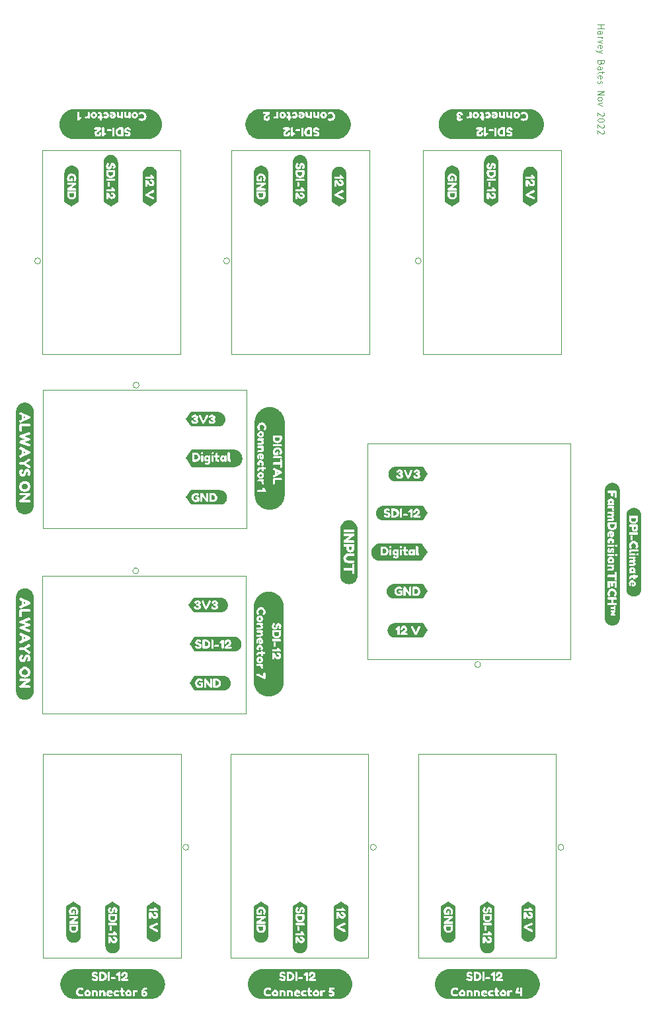
<source format=gbr>
%TF.GenerationSoftware,KiCad,Pcbnew,(6.0.7-1)-1*%
%TF.CreationDate,2022-11-16T08:27:03+11:00*%
%TF.ProjectId,breakout,62726561-6b6f-4757-942e-6b696361645f,rev?*%
%TF.SameCoordinates,Original*%
%TF.FileFunction,Legend,Top*%
%TF.FilePolarity,Positive*%
%FSLAX46Y46*%
G04 Gerber Fmt 4.6, Leading zero omitted, Abs format (unit mm)*
G04 Created by KiCad (PCBNEW (6.0.7-1)-1) date 2022-11-16 08:27:03*
%MOMM*%
%LPD*%
G01*
G04 APERTURE LIST*
%ADD10C,0.100000*%
%ADD11C,0.120000*%
G04 APERTURE END LIST*
D10*
X129388095Y-33028571D02*
X130188095Y-33028571D01*
X129807142Y-33028571D02*
X129807142Y-33485714D01*
X129388095Y-33485714D02*
X130188095Y-33485714D01*
X129388095Y-34209523D02*
X129807142Y-34209523D01*
X129883333Y-34171428D01*
X129921428Y-34095238D01*
X129921428Y-33942857D01*
X129883333Y-33866666D01*
X129426190Y-34209523D02*
X129388095Y-34133333D01*
X129388095Y-33942857D01*
X129426190Y-33866666D01*
X129502380Y-33828571D01*
X129578571Y-33828571D01*
X129654761Y-33866666D01*
X129692857Y-33942857D01*
X129692857Y-34133333D01*
X129730952Y-34209523D01*
X129388095Y-34590476D02*
X129921428Y-34590476D01*
X129769047Y-34590476D02*
X129845238Y-34628571D01*
X129883333Y-34666666D01*
X129921428Y-34742857D01*
X129921428Y-34819047D01*
X129921428Y-35009523D02*
X129388095Y-35200000D01*
X129921428Y-35390476D01*
X129426190Y-36000000D02*
X129388095Y-35923809D01*
X129388095Y-35771428D01*
X129426190Y-35695238D01*
X129502380Y-35657142D01*
X129807142Y-35657142D01*
X129883333Y-35695238D01*
X129921428Y-35771428D01*
X129921428Y-35923809D01*
X129883333Y-36000000D01*
X129807142Y-36038095D01*
X129730952Y-36038095D01*
X129654761Y-35657142D01*
X129921428Y-36304761D02*
X129388095Y-36495238D01*
X129921428Y-36685714D02*
X129388095Y-36495238D01*
X129197619Y-36419047D01*
X129159523Y-36380952D01*
X129121428Y-36304761D01*
X129807142Y-37866666D02*
X129769047Y-37980952D01*
X129730952Y-38019047D01*
X129654761Y-38057142D01*
X129540476Y-38057142D01*
X129464285Y-38019047D01*
X129426190Y-37980952D01*
X129388095Y-37904761D01*
X129388095Y-37600000D01*
X130188095Y-37600000D01*
X130188095Y-37866666D01*
X130150000Y-37942857D01*
X130111904Y-37980952D01*
X130035714Y-38019047D01*
X129959523Y-38019047D01*
X129883333Y-37980952D01*
X129845238Y-37942857D01*
X129807142Y-37866666D01*
X129807142Y-37600000D01*
X129388095Y-38742857D02*
X129807142Y-38742857D01*
X129883333Y-38704761D01*
X129921428Y-38628571D01*
X129921428Y-38476190D01*
X129883333Y-38400000D01*
X129426190Y-38742857D02*
X129388095Y-38666666D01*
X129388095Y-38476190D01*
X129426190Y-38400000D01*
X129502380Y-38361904D01*
X129578571Y-38361904D01*
X129654761Y-38400000D01*
X129692857Y-38476190D01*
X129692857Y-38666666D01*
X129730952Y-38742857D01*
X129921428Y-39009523D02*
X129921428Y-39314285D01*
X130188095Y-39123809D02*
X129502380Y-39123809D01*
X129426190Y-39161904D01*
X129388095Y-39238095D01*
X129388095Y-39314285D01*
X129426190Y-39885714D02*
X129388095Y-39809523D01*
X129388095Y-39657142D01*
X129426190Y-39580952D01*
X129502380Y-39542857D01*
X129807142Y-39542857D01*
X129883333Y-39580952D01*
X129921428Y-39657142D01*
X129921428Y-39809523D01*
X129883333Y-39885714D01*
X129807142Y-39923809D01*
X129730952Y-39923809D01*
X129654761Y-39542857D01*
X129426190Y-40228571D02*
X129388095Y-40304761D01*
X129388095Y-40457142D01*
X129426190Y-40533333D01*
X129502380Y-40571428D01*
X129540476Y-40571428D01*
X129616666Y-40533333D01*
X129654761Y-40457142D01*
X129654761Y-40342857D01*
X129692857Y-40266666D01*
X129769047Y-40228571D01*
X129807142Y-40228571D01*
X129883333Y-40266666D01*
X129921428Y-40342857D01*
X129921428Y-40457142D01*
X129883333Y-40533333D01*
X129388095Y-41523809D02*
X130188095Y-41523809D01*
X129388095Y-41980952D01*
X130188095Y-41980952D01*
X129388095Y-42476190D02*
X129426190Y-42400000D01*
X129464285Y-42361904D01*
X129540476Y-42323809D01*
X129769047Y-42323809D01*
X129845238Y-42361904D01*
X129883333Y-42400000D01*
X129921428Y-42476190D01*
X129921428Y-42590476D01*
X129883333Y-42666666D01*
X129845238Y-42704761D01*
X129769047Y-42742857D01*
X129540476Y-42742857D01*
X129464285Y-42704761D01*
X129426190Y-42666666D01*
X129388095Y-42590476D01*
X129388095Y-42476190D01*
X129921428Y-43009523D02*
X129388095Y-43200000D01*
X129921428Y-43390476D01*
X130111904Y-44266666D02*
X130150000Y-44304761D01*
X130188095Y-44380952D01*
X130188095Y-44571428D01*
X130150000Y-44647619D01*
X130111904Y-44685714D01*
X130035714Y-44723809D01*
X129959523Y-44723809D01*
X129845238Y-44685714D01*
X129388095Y-44228571D01*
X129388095Y-44723809D01*
X130188095Y-45219047D02*
X130188095Y-45295238D01*
X130150000Y-45371428D01*
X130111904Y-45409523D01*
X130035714Y-45447619D01*
X129883333Y-45485714D01*
X129692857Y-45485714D01*
X129540476Y-45447619D01*
X129464285Y-45409523D01*
X129426190Y-45371428D01*
X129388095Y-45295238D01*
X129388095Y-45219047D01*
X129426190Y-45142857D01*
X129464285Y-45104761D01*
X129540476Y-45066666D01*
X129692857Y-45028571D01*
X129883333Y-45028571D01*
X130035714Y-45066666D01*
X130111904Y-45104761D01*
X130150000Y-45142857D01*
X130188095Y-45219047D01*
X130111904Y-45790476D02*
X130150000Y-45828571D01*
X130188095Y-45904761D01*
X130188095Y-46095238D01*
X130150000Y-46171428D01*
X130111904Y-46209523D01*
X130035714Y-46247619D01*
X129959523Y-46247619D01*
X129845238Y-46209523D01*
X129388095Y-45752380D01*
X129388095Y-46247619D01*
X130111904Y-46552380D02*
X130150000Y-46590476D01*
X130188095Y-46666666D01*
X130188095Y-46857142D01*
X130150000Y-46933333D01*
X130111904Y-46971428D01*
X130035714Y-47009523D01*
X129959523Y-47009523D01*
X129845238Y-46971428D01*
X129388095Y-46514285D01*
X129388095Y-47009523D01*
%TO.C,kibuzzard-6373244B*%
G36*
X91549244Y-52066545D02*
G01*
X91527614Y-52179456D01*
X91462725Y-52276889D01*
X91365689Y-52344159D01*
X91247619Y-52366582D01*
X91129945Y-52343564D01*
X91034100Y-52274507D01*
X90970402Y-52176876D01*
X90949169Y-52068132D01*
X90949169Y-51914145D01*
X91549244Y-51914145D01*
X91549244Y-52066545D01*
G37*
G36*
X90324468Y-50526530D02*
G01*
X90337859Y-50436250D01*
X90360036Y-50347719D01*
X90390782Y-50261787D01*
X90429804Y-50179283D01*
X90476725Y-50101000D01*
X90531092Y-50027694D01*
X90592383Y-49960070D01*
X90660008Y-49898779D01*
X90733314Y-49844411D01*
X90811596Y-49797491D01*
X90894100Y-49758469D01*
X90980032Y-49727722D01*
X91068564Y-49705546D01*
X91158843Y-49692154D01*
X91250000Y-49687676D01*
X91341157Y-49692154D01*
X91431436Y-49705546D01*
X91519968Y-49727722D01*
X91605900Y-49758469D01*
X91688404Y-49797491D01*
X91766686Y-49844411D01*
X91839992Y-49898779D01*
X91907617Y-49960070D01*
X91968908Y-50027694D01*
X92023275Y-50101000D01*
X92070196Y-50179283D01*
X92109218Y-50261787D01*
X92139964Y-50347719D01*
X92162141Y-50436250D01*
X92175532Y-50526530D01*
X92180010Y-50617686D01*
X92180010Y-55702449D01*
X91250000Y-56322456D01*
X90319990Y-55702449D01*
X90319990Y-55228845D01*
X90663419Y-55228845D01*
X90682469Y-55327270D01*
X90723744Y-55361401D01*
X90803913Y-55371720D01*
X90884875Y-55362195D01*
X90930912Y-55324889D01*
X90945994Y-55232020D01*
X90945994Y-54941507D01*
X90953931Y-54941507D01*
X90969806Y-54981195D01*
X91023384Y-55079620D01*
X91111094Y-55190745D01*
X91168244Y-55242339D01*
X91241269Y-55285995D01*
X91324613Y-55315760D01*
X91412719Y-55325682D01*
X91521815Y-55312453D01*
X91622622Y-55272766D01*
X91715138Y-55206620D01*
X91788780Y-55119219D01*
X91832965Y-55015767D01*
X91847694Y-54896264D01*
X91833142Y-54776848D01*
X91789485Y-54673661D01*
X91716725Y-54586701D01*
X91625620Y-54520996D01*
X91526931Y-54481573D01*
X91420656Y-54468432D01*
X91339694Y-54476370D01*
X91294450Y-54519629D01*
X91279369Y-54608132D01*
X91288894Y-54689095D01*
X91317469Y-54731957D01*
X91357156Y-54747039D01*
X91409544Y-54749420D01*
X91419069Y-54749420D01*
X91455581Y-54755770D01*
X91529400Y-54797839D01*
X91566706Y-54885945D01*
X91552419Y-54965320D01*
X91521462Y-55007389D01*
X91478600Y-55031995D01*
X91438119Y-55043107D01*
X91368666Y-55028224D01*
X91303181Y-54983576D01*
X91243055Y-54917893D01*
X91189675Y-54839907D01*
X91139272Y-54755770D01*
X91088075Y-54671632D01*
X91031322Y-54593646D01*
X90964250Y-54527964D01*
X90888645Y-54483315D01*
X90806294Y-54468432D01*
X90706281Y-54509707D01*
X90663419Y-54608132D01*
X90663419Y-55228845D01*
X90319990Y-55228845D01*
X90319990Y-54223957D01*
X90663419Y-54223957D01*
X90674134Y-54305714D01*
X90706281Y-54347782D01*
X90748350Y-54362864D01*
X90803119Y-54365245D01*
X91687356Y-54365245D01*
X91771494Y-54357307D01*
X91805625Y-54335082D01*
X91823881Y-54293807D01*
X91831819Y-54218401D01*
X91790544Y-54128707D01*
X91787369Y-54123945D01*
X91552419Y-53863595D01*
X91458756Y-53806445D01*
X91360331Y-53856451D01*
X91304769Y-53952495D01*
X91353981Y-54063620D01*
X91373031Y-54084257D01*
X90806294Y-54084257D01*
X90748350Y-54086639D01*
X90704694Y-54101720D01*
X90673738Y-54144185D01*
X90663419Y-54223957D01*
X90319990Y-54223957D01*
X90319990Y-53627057D01*
X90887256Y-53627057D01*
X90901544Y-53706432D01*
X90940438Y-53734214D01*
X91012669Y-53742945D01*
X91085694Y-53733420D01*
X91124984Y-53699289D01*
X91138081Y-53628645D01*
X91138081Y-53250820D01*
X91123794Y-53174620D01*
X91085694Y-53144457D01*
X91014256Y-53134932D01*
X90941231Y-53142870D01*
X90900750Y-53178192D01*
X90887256Y-53249232D01*
X90887256Y-53627057D01*
X90319990Y-53627057D01*
X90319990Y-52890457D01*
X90666594Y-52890457D01*
X90677309Y-52972214D01*
X90709456Y-53014282D01*
X90750731Y-53029364D01*
X90806294Y-53031745D01*
X91688944Y-53031745D01*
X91771494Y-53023807D01*
X91815547Y-52980548D01*
X91830231Y-52892045D01*
X91819516Y-52810289D01*
X91787369Y-52768220D01*
X91745300Y-52753139D01*
X91690531Y-52750757D01*
X90807881Y-52750757D01*
X90726919Y-52760282D01*
X90681675Y-52802351D01*
X90666594Y-52890457D01*
X90319990Y-52890457D01*
X90319990Y-52063370D01*
X90668181Y-52063370D01*
X90678996Y-52180299D01*
X90711441Y-52288199D01*
X90765515Y-52387071D01*
X90841219Y-52476914D01*
X90932054Y-52551576D01*
X91031520Y-52604906D01*
X91139619Y-52636904D01*
X91256350Y-52647570D01*
X91372634Y-52636656D01*
X91479394Y-52603914D01*
X91576628Y-52549343D01*
X91664337Y-52472945D01*
X91736916Y-52382160D01*
X91788758Y-52284429D01*
X91819863Y-52179753D01*
X91830231Y-52068132D01*
X91831819Y-51774445D01*
X91821103Y-51692689D01*
X91788956Y-51650620D01*
X91747681Y-51635539D01*
X91692119Y-51633157D01*
X90809469Y-51633157D01*
X90707869Y-51652207D01*
X90678103Y-51694276D01*
X90668181Y-51772857D01*
X90668181Y-52063370D01*
X90319990Y-52063370D01*
X90319990Y-51106107D01*
X90650719Y-51106107D01*
X90660067Y-51201534D01*
X90688113Y-51293080D01*
X90734856Y-51380745D01*
X90786648Y-51441070D01*
X90856300Y-51488695D01*
X90941033Y-51519651D01*
X91038069Y-51529970D01*
X91133120Y-51519849D01*
X91211900Y-51489489D01*
X91272027Y-51444046D01*
X91311119Y-51388682D01*
X91337511Y-51325579D01*
X91359538Y-51256920D01*
X91376802Y-51188260D01*
X91388906Y-51125157D01*
X91425419Y-51024351D01*
X91496063Y-50983870D01*
X91564325Y-51018001D01*
X91588931Y-51103726D01*
X91568294Y-51188657D01*
X91547656Y-51213264D01*
X91531781Y-51231520D01*
X91500031Y-51314070D01*
X91519875Y-51370426D01*
X91579406Y-51425195D01*
X91666719Y-51463295D01*
X91744506Y-51414082D01*
X91774669Y-51374395D01*
X91824675Y-51265651D01*
X91843130Y-51182903D01*
X91849281Y-51091820D01*
X91837728Y-50980607D01*
X91803067Y-50886150D01*
X91745300Y-50808451D01*
X91672010Y-50750684D01*
X91590783Y-50716023D01*
X91501619Y-50704470D01*
X91407361Y-50714590D01*
X91327788Y-50744951D01*
X91265280Y-50790393D01*
X91222219Y-50845757D01*
X91191064Y-50908464D01*
X91164275Y-50975932D01*
X91143042Y-51043401D01*
X91128556Y-51106107D01*
X91092837Y-51206914D01*
X91031719Y-51247395D01*
X90964691Y-51230991D01*
X90924474Y-51181778D01*
X90911069Y-51099757D01*
X90935675Y-51023557D01*
X90987269Y-50960057D01*
X91046800Y-50889414D01*
X91066644Y-50836232D01*
X91028544Y-50752095D01*
X90968417Y-50700898D01*
X90921387Y-50683832D01*
X90830106Y-50725107D01*
X90812644Y-50739395D01*
X90764225Y-50785432D01*
X90714219Y-50856870D01*
X90668975Y-50964820D01*
X90655283Y-51033479D01*
X90650719Y-51106107D01*
X90319990Y-51106107D01*
X90319990Y-50617686D01*
X90324468Y-50526530D01*
G37*
%TO.C,kibuzzard-63638BF5*%
G36*
X64945765Y-44476149D02*
G01*
X64983302Y-44523852D01*
X64995814Y-44590323D01*
X64983693Y-44656991D01*
X64947329Y-44705280D01*
X64842538Y-44744381D01*
X64737747Y-44706844D01*
X64701383Y-44659532D01*
X64689262Y-44592669D01*
X64702166Y-44525416D01*
X64740875Y-44476931D01*
X64844102Y-44437830D01*
X64945765Y-44476149D01*
G37*
G36*
X71736301Y-43827891D02*
G01*
X71830500Y-43834840D01*
X71924246Y-43846402D01*
X72017311Y-43862551D01*
X72109471Y-43883246D01*
X72200505Y-43908439D01*
X72290193Y-43938068D01*
X72378320Y-43972062D01*
X72464672Y-44010339D01*
X72549042Y-44052807D01*
X72631227Y-44099364D01*
X72711028Y-44149898D01*
X72788253Y-44204286D01*
X72862717Y-44262398D01*
X72934239Y-44324094D01*
X73002649Y-44389225D01*
X73067780Y-44457634D01*
X73129475Y-44529157D01*
X73187587Y-44603620D01*
X73241976Y-44680846D01*
X73292509Y-44760647D01*
X73339066Y-44842832D01*
X73381535Y-44927202D01*
X73419812Y-45013554D01*
X73453806Y-45101680D01*
X73483435Y-45191368D01*
X73508627Y-45282402D01*
X73529323Y-45374563D01*
X73545471Y-45467628D01*
X73557033Y-45561373D01*
X73563982Y-45655573D01*
X73566300Y-45750000D01*
X73563982Y-45844427D01*
X73557033Y-45938627D01*
X73545471Y-46032372D01*
X73529323Y-46125437D01*
X73508627Y-46217598D01*
X73483435Y-46308632D01*
X73453806Y-46398320D01*
X73419812Y-46486446D01*
X73381535Y-46572798D01*
X73339066Y-46657168D01*
X73292509Y-46739353D01*
X73241976Y-46819154D01*
X73187587Y-46896380D01*
X73129475Y-46970843D01*
X73067780Y-47042366D01*
X73002649Y-47110775D01*
X72934239Y-47175906D01*
X72862717Y-47237602D01*
X72788253Y-47295714D01*
X72711028Y-47350102D01*
X72631227Y-47400636D01*
X72549042Y-47447193D01*
X72464672Y-47489661D01*
X72378320Y-47527938D01*
X72290193Y-47561932D01*
X72200505Y-47591561D01*
X72109471Y-47616754D01*
X72017311Y-47637449D01*
X71924246Y-47653598D01*
X71830500Y-47665160D01*
X71736301Y-47672109D01*
X71641874Y-47674427D01*
X62358127Y-47674427D01*
X62263699Y-47672109D01*
X62169500Y-47665160D01*
X62075755Y-47653598D01*
X61982690Y-47637449D01*
X61890529Y-47616754D01*
X61799495Y-47591562D01*
X61709807Y-47561933D01*
X61621680Y-47527938D01*
X61535328Y-47489661D01*
X61450958Y-47447193D01*
X61368774Y-47400636D01*
X61288972Y-47350102D01*
X61211747Y-47295714D01*
X61137283Y-47237602D01*
X61065761Y-47175906D01*
X60997351Y-47110775D01*
X60932221Y-47042366D01*
X60870525Y-46970843D01*
X60812413Y-46896380D01*
X60758024Y-46819154D01*
X60707491Y-46739353D01*
X60660934Y-46657168D01*
X60618466Y-46572798D01*
X60580188Y-46486446D01*
X60546194Y-46398320D01*
X60516565Y-46308632D01*
X60513714Y-46298329D01*
X64879066Y-46298329D01*
X64888591Y-46379291D01*
X64925897Y-46425329D01*
X65018766Y-46440410D01*
X65309279Y-46440410D01*
X65309279Y-46448348D01*
X65269591Y-46464223D01*
X65171166Y-46517801D01*
X65060041Y-46605510D01*
X65008447Y-46662660D01*
X64964791Y-46735685D01*
X64935026Y-46819029D01*
X64925104Y-46907135D01*
X64938333Y-47016232D01*
X64978020Y-47117038D01*
X65044166Y-47209554D01*
X65131567Y-47283196D01*
X65235019Y-47327382D01*
X65354522Y-47342110D01*
X65473938Y-47327558D01*
X65577125Y-47283902D01*
X65664085Y-47211141D01*
X65685265Y-47181773D01*
X65885541Y-47181773D01*
X65893479Y-47265910D01*
X65915704Y-47300041D01*
X65956979Y-47318298D01*
X66032385Y-47326235D01*
X66122079Y-47284960D01*
X66126841Y-47281785D01*
X66235907Y-47183360D01*
X67219041Y-47183360D01*
X67226979Y-47265910D01*
X67270238Y-47309963D01*
X67358741Y-47324648D01*
X67440497Y-47313932D01*
X67482566Y-47281785D01*
X67497647Y-47239716D01*
X67500029Y-47184948D01*
X67500029Y-46750766D01*
X67603216Y-46750766D01*
X67614130Y-46867051D01*
X67646872Y-46973810D01*
X67701443Y-47071044D01*
X67777841Y-47158754D01*
X67868626Y-47231332D01*
X67966357Y-47283174D01*
X68071033Y-47314279D01*
X68182654Y-47324648D01*
X68476341Y-47326235D01*
X68558097Y-47315519D01*
X68600166Y-47283373D01*
X68615247Y-47242098D01*
X68617629Y-47186535D01*
X68617629Y-46532485D01*
X68720816Y-46532485D01*
X68730937Y-46627537D01*
X68761297Y-46706316D01*
X68806740Y-46766443D01*
X68862104Y-46805535D01*
X68925207Y-46831927D01*
X68993866Y-46853954D01*
X69062526Y-46871218D01*
X69125629Y-46883323D01*
X69226435Y-46919835D01*
X69266916Y-46990479D01*
X69232785Y-47058741D01*
X69147060Y-47083348D01*
X69062129Y-47062710D01*
X69037522Y-47042073D01*
X69019266Y-47026198D01*
X68936716Y-46994448D01*
X68880360Y-47014291D01*
X68825591Y-47073823D01*
X68787491Y-47161135D01*
X68836704Y-47238923D01*
X68876391Y-47269085D01*
X68985135Y-47319091D01*
X69067883Y-47337546D01*
X69158966Y-47343698D01*
X69270179Y-47332144D01*
X69364636Y-47297484D01*
X69442335Y-47239716D01*
X69500102Y-47166427D01*
X69534763Y-47085200D01*
X69546316Y-46996035D01*
X69536196Y-46901777D01*
X69505835Y-46822204D01*
X69460393Y-46759696D01*
X69405029Y-46716635D01*
X69342322Y-46685480D01*
X69274854Y-46658691D01*
X69207385Y-46637458D01*
X69144679Y-46622973D01*
X69043872Y-46587254D01*
X69003391Y-46526135D01*
X69019795Y-46459107D01*
X69069008Y-46418891D01*
X69151029Y-46405485D01*
X69227229Y-46430091D01*
X69290729Y-46481685D01*
X69361372Y-46541216D01*
X69414554Y-46561060D01*
X69498691Y-46522960D01*
X69549888Y-46462833D01*
X69566954Y-46415804D01*
X69525679Y-46324523D01*
X69511391Y-46307060D01*
X69465354Y-46258641D01*
X69393916Y-46208635D01*
X69285966Y-46163391D01*
X69217307Y-46149699D01*
X69144679Y-46145135D01*
X69049252Y-46154484D01*
X68957706Y-46182529D01*
X68870041Y-46229273D01*
X68809716Y-46281065D01*
X68762091Y-46350716D01*
X68731135Y-46435449D01*
X68720816Y-46532485D01*
X68617629Y-46532485D01*
X68617629Y-46303885D01*
X68598579Y-46202285D01*
X68556510Y-46172519D01*
X68477929Y-46162598D01*
X68187416Y-46162598D01*
X68070487Y-46173412D01*
X67962587Y-46205857D01*
X67863715Y-46259931D01*
X67773872Y-46335635D01*
X67699210Y-46426470D01*
X67645880Y-46525937D01*
X67613882Y-46634035D01*
X67603216Y-46750766D01*
X67500029Y-46750766D01*
X67500029Y-46302298D01*
X67490504Y-46221335D01*
X67448435Y-46176091D01*
X67360329Y-46161010D01*
X67278572Y-46171726D01*
X67236504Y-46203873D01*
X67221422Y-46245148D01*
X67219041Y-46300710D01*
X67219041Y-47183360D01*
X66235907Y-47183360D01*
X66387191Y-47046835D01*
X66444341Y-46953173D01*
X66394335Y-46854748D01*
X66298291Y-46799185D01*
X66187166Y-46848398D01*
X66166529Y-46867448D01*
X66166529Y-46507085D01*
X66507841Y-46507085D01*
X66517366Y-46580110D01*
X66551497Y-46619401D01*
X66622141Y-46632498D01*
X66999966Y-46632498D01*
X67076166Y-46618210D01*
X67106329Y-46580110D01*
X67115854Y-46508673D01*
X67107916Y-46435648D01*
X67072594Y-46395166D01*
X67001554Y-46381673D01*
X66623729Y-46381673D01*
X66544354Y-46395960D01*
X66516572Y-46434854D01*
X66507841Y-46507085D01*
X66166529Y-46507085D01*
X66166529Y-46300710D01*
X66164147Y-46242766D01*
X66149066Y-46199110D01*
X66106601Y-46168154D01*
X66026829Y-46157835D01*
X65945072Y-46168551D01*
X65903004Y-46200698D01*
X65887922Y-46242766D01*
X65885541Y-46297535D01*
X65885541Y-47181773D01*
X65685265Y-47181773D01*
X65729790Y-47120036D01*
X65769213Y-47021347D01*
X65782354Y-46915073D01*
X65774416Y-46834110D01*
X65731157Y-46788866D01*
X65642654Y-46773785D01*
X65561691Y-46783310D01*
X65518829Y-46811885D01*
X65503747Y-46851573D01*
X65501366Y-46903960D01*
X65501366Y-46913485D01*
X65495016Y-46949998D01*
X65452947Y-47023816D01*
X65364841Y-47061123D01*
X65285466Y-47046835D01*
X65243397Y-47015879D01*
X65218791Y-46973016D01*
X65207679Y-46932535D01*
X65222562Y-46863082D01*
X65267210Y-46797598D01*
X65332893Y-46737471D01*
X65410879Y-46684091D01*
X65495016Y-46633688D01*
X65579154Y-46582491D01*
X65657140Y-46525738D01*
X65722822Y-46458666D01*
X65767471Y-46383062D01*
X65782354Y-46300710D01*
X65741079Y-46200698D01*
X65642654Y-46157835D01*
X65021941Y-46157835D01*
X64923516Y-46176885D01*
X64889385Y-46218160D01*
X64879066Y-46298329D01*
X60513714Y-46298329D01*
X60491373Y-46217598D01*
X60470677Y-46125437D01*
X60454529Y-46032372D01*
X60442967Y-45938627D01*
X60436018Y-45844427D01*
X60433700Y-45750000D01*
X60436018Y-45655573D01*
X60442967Y-45561373D01*
X60454529Y-45467628D01*
X60470677Y-45374563D01*
X60491373Y-45282402D01*
X60516565Y-45191368D01*
X60519557Y-45182312D01*
X62688856Y-45182312D01*
X62696676Y-45265206D01*
X62718573Y-45298833D01*
X62759238Y-45316820D01*
X62833529Y-45324640D01*
X62921898Y-45283975D01*
X62926590Y-45280847D01*
X63183092Y-45049369D01*
X63239398Y-44957091D01*
X63203639Y-44886709D01*
X63682021Y-44886709D01*
X63701571Y-44959437D01*
X63750839Y-44991500D01*
X63805580Y-45004794D01*
X63867359Y-45008704D01*
X63952600Y-44982115D01*
X64015943Y-44939886D01*
X64038622Y-44913298D01*
X64055826Y-44964911D01*
X64096882Y-44991891D01*
X64173129Y-45000884D01*
X64253677Y-44990327D01*
X64295124Y-44958655D01*
X64308419Y-44918772D01*
X64310765Y-44864812D01*
X64310765Y-44589541D01*
X64412427Y-44589541D01*
X64426851Y-44707279D01*
X64470123Y-44810245D01*
X64542242Y-44898439D01*
X64633131Y-44965780D01*
X64732708Y-45006184D01*
X64840974Y-45019652D01*
X64949414Y-45006097D01*
X65021941Y-44976633D01*
X65049513Y-44965432D01*
X65141270Y-44897657D01*
X65172183Y-44860120D01*
X65335210Y-44860120D01*
X65345377Y-44940277D01*
X65375875Y-44980551D01*
X65417323Y-44995410D01*
X65470500Y-44997756D01*
X65574508Y-44991500D01*
X65574508Y-45144775D01*
X65582329Y-45224541D01*
X65624167Y-45267944D01*
X65709016Y-45282411D01*
X65789173Y-45272636D01*
X65829447Y-45243310D01*
X65844305Y-45205773D01*
X65846651Y-45152596D01*
X65846651Y-45140865D01*
X70591947Y-45140865D01*
X70632612Y-45215157D01*
X70676405Y-45243310D01*
X70713942Y-45265206D01*
X70828899Y-45311346D01*
X70904168Y-45328355D01*
X70978265Y-45334024D01*
X71081317Y-45324640D01*
X71184023Y-45296487D01*
X71286380Y-45249566D01*
X71363214Y-45200494D01*
X71431054Y-45140865D01*
X71488728Y-45067355D01*
X71535063Y-44976641D01*
X71565561Y-44871655D01*
X71575728Y-44755330D01*
X71565366Y-44637831D01*
X71534281Y-44529326D01*
X71487164Y-44434702D01*
X71428708Y-44358846D01*
X71360477Y-44297457D01*
X71284034Y-44246235D01*
X71204659Y-44206743D01*
X71127630Y-44180545D01*
X71052166Y-44165882D01*
X70977483Y-44160995D01*
X70901822Y-44167251D01*
X70823425Y-44186019D01*
X70717852Y-44226684D01*
X70663893Y-44259529D01*
X70614625Y-44298630D01*
X70593511Y-44353371D01*
X70627920Y-44440958D01*
X70682270Y-44506647D01*
X70732710Y-44528544D01*
X70807784Y-44497263D01*
X70835937Y-44476931D01*
X70897717Y-44451906D01*
X70989213Y-44439394D01*
X71090484Y-44456598D01*
X71187846Y-44508211D01*
X71267612Y-44606746D01*
X71291073Y-44673413D01*
X71298893Y-44748291D01*
X71291073Y-44823170D01*
X71267612Y-44889837D01*
X71189410Y-44986807D01*
X71090093Y-45039594D01*
X70989213Y-45057189D01*
X70890678Y-45043895D01*
X70814041Y-45004012D01*
X70734275Y-44969603D01*
X70682661Y-44990718D01*
X70624792Y-45054061D01*
X70591947Y-45140865D01*
X65846651Y-45140865D01*
X65846651Y-44991500D01*
X65898265Y-44997756D01*
X65960826Y-44977423D01*
X65982723Y-44935976D01*
X65990346Y-44845262D01*
X66053105Y-44845262D01*
X66093770Y-44916426D01*
X66137563Y-44946142D01*
X66162587Y-44961783D01*
X66245481Y-44993846D01*
X66361220Y-45010268D01*
X66457322Y-44998798D01*
X66549600Y-44964390D01*
X66623729Y-44916330D01*
X66638055Y-44907041D01*
X66696316Y-44848976D01*
X66742846Y-44774880D01*
X66773345Y-44688076D01*
X66773428Y-44687294D01*
X66861713Y-44687294D01*
X66875007Y-44779768D01*
X66914890Y-44864812D01*
X66972955Y-44931871D01*
X67045488Y-44979769D01*
X67132487Y-45008508D01*
X67233954Y-45018088D01*
X67354125Y-45004968D01*
X67360329Y-45002666D01*
X67460219Y-44965606D01*
X67552236Y-44900003D01*
X67623053Y-44812504D01*
X67665542Y-44707453D01*
X67679164Y-44589541D01*
X67781368Y-44589541D01*
X67792925Y-44698416D01*
X67827594Y-44795647D01*
X67885377Y-44881235D01*
X67960538Y-44947706D01*
X68047342Y-44987589D01*
X68187416Y-44988118D01*
X68263092Y-44964911D01*
X68305321Y-44932066D01*
X68333474Y-44900785D01*
X68349114Y-44964911D01*
X68389388Y-44991891D01*
X68466417Y-45000884D01*
X68545792Y-44991109D01*
X68586848Y-44961783D01*
X68601707Y-44921900D01*
X68604053Y-44869504D01*
X68604053Y-44589541D01*
X68729176Y-44589541D01*
X68740733Y-44698416D01*
X68775402Y-44795647D01*
X68833185Y-44881235D01*
X68908345Y-44947706D01*
X68995150Y-44987589D01*
X69144678Y-44985219D01*
X69210900Y-44964911D01*
X69253129Y-44932066D01*
X69281282Y-44900785D01*
X69296922Y-44964911D01*
X69337196Y-44991891D01*
X69414225Y-45000884D01*
X69493600Y-44991109D01*
X69534656Y-44961783D01*
X69549515Y-44921900D01*
X69551861Y-44869504D01*
X69551861Y-44589541D01*
X69653523Y-44589541D01*
X69667947Y-44707279D01*
X69711219Y-44810245D01*
X69783339Y-44898439D01*
X69874227Y-44965780D01*
X69973804Y-45006184D01*
X70082070Y-45019652D01*
X70190510Y-45006097D01*
X70290609Y-44965432D01*
X70382366Y-44897657D01*
X70455354Y-44809028D01*
X70499147Y-44705802D01*
X70513745Y-44587977D01*
X70497127Y-44469306D01*
X70447273Y-44363538D01*
X70373177Y-44276343D01*
X70283831Y-44213390D01*
X70185297Y-44175266D01*
X70083634Y-44162559D01*
X69982167Y-44174484D01*
X69884219Y-44210262D01*
X69795264Y-44271259D01*
X69720777Y-44358846D01*
X69670337Y-44466960D01*
X69653523Y-44589541D01*
X69551861Y-44589541D01*
X69551861Y-44315835D01*
X69549515Y-44261875D01*
X69536220Y-44220428D01*
X69495164Y-44188756D01*
X69415789Y-44178199D01*
X69335632Y-44188756D01*
X69295358Y-44220428D01*
X69280500Y-44260311D01*
X69278154Y-44314270D01*
X69278154Y-44591105D01*
X69239835Y-44689640D01*
X69139736Y-44727177D01*
X69041202Y-44691204D01*
X69004447Y-44591105D01*
X69004447Y-44315835D01*
X68995063Y-44236069D01*
X68954398Y-44192666D01*
X68866811Y-44178199D01*
X68786263Y-44188756D01*
X68744816Y-44220428D01*
X68731522Y-44260311D01*
X68729176Y-44314270D01*
X68729176Y-44589541D01*
X68604053Y-44589541D01*
X68604053Y-44315835D01*
X68601707Y-44261875D01*
X68588412Y-44220428D01*
X68547356Y-44188756D01*
X68467981Y-44178199D01*
X68387824Y-44188756D01*
X68347550Y-44220428D01*
X68332692Y-44260311D01*
X68330346Y-44314270D01*
X68330346Y-44591105D01*
X68292027Y-44689640D01*
X68191928Y-44727177D01*
X68093394Y-44691204D01*
X68056639Y-44591105D01*
X68056639Y-44315835D01*
X68047255Y-44236069D01*
X68006590Y-44192666D01*
X67919004Y-44178199D01*
X67838456Y-44188756D01*
X67797008Y-44220428D01*
X67783714Y-44260311D01*
X67781368Y-44314270D01*
X67781368Y-44589541D01*
X67679164Y-44589541D01*
X67679706Y-44584849D01*
X67668757Y-44483882D01*
X67635912Y-44389518D01*
X67581171Y-44301758D01*
X67521151Y-44242520D01*
X67441190Y-44196185D01*
X67344806Y-44166273D01*
X67235518Y-44156302D01*
X67089769Y-44165002D01*
X66985663Y-44191102D01*
X66923199Y-44234602D01*
X66902378Y-44295502D01*
X66922710Y-44367448D01*
X67008733Y-44437830D01*
X67071294Y-44420625D01*
X67088499Y-44414369D01*
X67149887Y-44400293D01*
X67230826Y-44395601D01*
X67334053Y-44425317D01*
X67385666Y-44498827D01*
X67014989Y-44498827D01*
X66909416Y-44544966D01*
X66873639Y-44603618D01*
X66861713Y-44687294D01*
X66773428Y-44687294D01*
X66783511Y-44591887D01*
X66773345Y-44495308D01*
X66742846Y-44407331D01*
X66696316Y-44332061D01*
X66638055Y-44273605D01*
X66547167Y-44215388D01*
X66453846Y-44180458D01*
X66358092Y-44168815D01*
X66238443Y-44184455D01*
X66139127Y-44231376D01*
X66074610Y-44284945D01*
X66053105Y-44342423D01*
X66089077Y-44423753D01*
X66151248Y-44485924D01*
X66203252Y-44506647D01*
X66272852Y-44477713D01*
X66365130Y-44448778D01*
X66458191Y-44485533D01*
X66501984Y-44588759D01*
X66456627Y-44692768D01*
X66358874Y-44730305D01*
X66278326Y-44703716D01*
X66193868Y-44669307D01*
X66141082Y-44690813D01*
X66085949Y-44755330D01*
X66053105Y-44845262D01*
X65990346Y-44845262D01*
X65990543Y-44842916D01*
X65967864Y-44752202D01*
X65910777Y-44725613D01*
X65846651Y-44730305D01*
X65846651Y-44498827D01*
X65837267Y-44393341D01*
X65809114Y-44310447D01*
X65762193Y-44250145D01*
X65697199Y-44209306D01*
X65614826Y-44184803D01*
X65515075Y-44176635D01*
X65462680Y-44178981D01*
X65421233Y-44192275D01*
X65388388Y-44233331D01*
X65377440Y-44312706D01*
X65413412Y-44417497D01*
X65454859Y-44432355D01*
X65511165Y-44434702D01*
X65561214Y-44453470D01*
X65574508Y-44514468D01*
X65574508Y-44730305D01*
X65472846Y-44724049D01*
X65418887Y-44726395D01*
X65377440Y-44739689D01*
X65345768Y-44780745D01*
X65335210Y-44860120D01*
X65172183Y-44860120D01*
X65214258Y-44809028D01*
X65258051Y-44705802D01*
X65272649Y-44587977D01*
X65256031Y-44469306D01*
X65206177Y-44363538D01*
X65132081Y-44276343D01*
X65042735Y-44213390D01*
X64944201Y-44175266D01*
X64842538Y-44162559D01*
X64741071Y-44174484D01*
X64643123Y-44210262D01*
X64554168Y-44271259D01*
X64479681Y-44358846D01*
X64429241Y-44466960D01*
X64412427Y-44589541D01*
X64310765Y-44589541D01*
X64310765Y-44270477D01*
X64282612Y-44203224D01*
X64174693Y-44176635D01*
X64094927Y-44186801D01*
X64052698Y-44217300D01*
X64037840Y-44258747D01*
X64035494Y-44312706D01*
X64035494Y-44641155D01*
X63998739Y-44713101D01*
X63919755Y-44742817D01*
X63851719Y-44730305D01*
X63797760Y-44717793D01*
X63711738Y-44777226D01*
X63682021Y-44886709D01*
X63203639Y-44886709D01*
X63190130Y-44860120D01*
X63095506Y-44805379D01*
X62986023Y-44853864D01*
X62965691Y-44872633D01*
X62965691Y-44314270D01*
X62963345Y-44257183D01*
X62948486Y-44214172D01*
X62906648Y-44183673D01*
X62828055Y-44173507D01*
X62747507Y-44184064D01*
X62706060Y-44215736D01*
X62691202Y-44257183D01*
X62688856Y-44311142D01*
X62688856Y-45182312D01*
X60519557Y-45182312D01*
X60546194Y-45101680D01*
X60580188Y-45013554D01*
X60618466Y-44927202D01*
X60660934Y-44842832D01*
X60707491Y-44760647D01*
X60758024Y-44680846D01*
X60812413Y-44603620D01*
X60870525Y-44529157D01*
X60932221Y-44457634D01*
X60997351Y-44389225D01*
X61065761Y-44324094D01*
X61137283Y-44262398D01*
X61211747Y-44204286D01*
X61288972Y-44149898D01*
X61368774Y-44099364D01*
X61450958Y-44052807D01*
X61535328Y-44010339D01*
X61621680Y-43972062D01*
X61709807Y-43938067D01*
X61799495Y-43908438D01*
X61890529Y-43883246D01*
X61982690Y-43862551D01*
X62075755Y-43846402D01*
X62169500Y-43834840D01*
X62263699Y-43827891D01*
X62358127Y-43825573D01*
X71641874Y-43825573D01*
X71736301Y-43827891D01*
G37*
G36*
X70186861Y-44476149D02*
G01*
X70224398Y-44523852D01*
X70236910Y-44590323D01*
X70224789Y-44656991D01*
X70188425Y-44705280D01*
X70083634Y-44744381D01*
X69978843Y-44706844D01*
X69942480Y-44659532D01*
X69930358Y-44592669D01*
X69943262Y-44525416D01*
X69981972Y-44476931D01*
X70085198Y-44437830D01*
X70186861Y-44476149D01*
G37*
G36*
X67338745Y-44729523D02*
G01*
X67237864Y-44770970D01*
X67159662Y-44749073D01*
X67132292Y-44691204D01*
X67191725Y-44641155D01*
X67388794Y-44641155D01*
X67338745Y-44729523D01*
G37*
G36*
X68336641Y-47043660D02*
G01*
X68184241Y-47043660D01*
X68071330Y-47022030D01*
X67973897Y-46957141D01*
X67906627Y-46860105D01*
X67884204Y-46742035D01*
X67907222Y-46624362D01*
X67976279Y-46528516D01*
X68073910Y-46464818D01*
X68182654Y-46443585D01*
X68336641Y-46443585D01*
X68336641Y-47043660D01*
G37*
%TO.C,kibuzzard-63638C4D*%
G36*
X116257661Y-44729523D02*
G01*
X116156781Y-44770970D01*
X116078579Y-44749073D01*
X116051208Y-44691204D01*
X116110642Y-44641155D01*
X116307710Y-44641155D01*
X116257661Y-44729523D01*
G37*
G36*
X117255557Y-47043660D02*
G01*
X117103157Y-47043660D01*
X116990247Y-47022030D01*
X116892814Y-46957141D01*
X116825543Y-46860105D01*
X116803120Y-46742035D01*
X116826139Y-46624362D01*
X116895195Y-46528516D01*
X116992826Y-46464818D01*
X117101570Y-46443585D01*
X117255557Y-46443585D01*
X117255557Y-47043660D01*
G37*
G36*
X120655217Y-43827891D02*
G01*
X120749417Y-43834840D01*
X120843162Y-43846402D01*
X120936227Y-43862551D01*
X121028387Y-43883246D01*
X121119421Y-43908439D01*
X121209110Y-43938068D01*
X121297236Y-43972062D01*
X121383588Y-44010339D01*
X121467958Y-44052807D01*
X121550143Y-44099364D01*
X121629944Y-44149898D01*
X121707169Y-44204286D01*
X121781633Y-44262398D01*
X121853156Y-44324094D01*
X121921565Y-44389225D01*
X121986696Y-44457634D01*
X122048392Y-44529157D01*
X122106504Y-44603620D01*
X122160892Y-44680846D01*
X122211425Y-44760647D01*
X122257982Y-44842832D01*
X122300451Y-44927202D01*
X122338728Y-45013554D01*
X122372722Y-45101680D01*
X122402351Y-45191368D01*
X122427544Y-45282402D01*
X122448239Y-45374563D01*
X122464387Y-45467628D01*
X122475950Y-45561373D01*
X122482898Y-45655573D01*
X122485216Y-45750000D01*
X122482898Y-45844427D01*
X122475950Y-45938627D01*
X122464387Y-46032372D01*
X122448239Y-46125437D01*
X122427544Y-46217598D01*
X122402351Y-46308632D01*
X122372722Y-46398320D01*
X122338728Y-46486446D01*
X122300451Y-46572798D01*
X122257982Y-46657168D01*
X122211425Y-46739353D01*
X122160892Y-46819154D01*
X122106504Y-46896380D01*
X122048392Y-46970843D01*
X121986696Y-47042366D01*
X121921565Y-47110775D01*
X121853156Y-47175906D01*
X121781633Y-47237602D01*
X121707169Y-47295714D01*
X121629944Y-47350102D01*
X121550143Y-47400636D01*
X121467958Y-47447193D01*
X121383588Y-47489661D01*
X121297236Y-47527938D01*
X121209110Y-47561932D01*
X121119421Y-47591561D01*
X121028387Y-47616754D01*
X120936227Y-47637449D01*
X120843162Y-47653598D01*
X120749417Y-47665160D01*
X120655217Y-47672109D01*
X120560790Y-47674427D01*
X110939210Y-47674427D01*
X110844783Y-47672109D01*
X110750584Y-47665160D01*
X110656838Y-47653598D01*
X110563773Y-47637449D01*
X110471613Y-47616754D01*
X110380579Y-47591562D01*
X110290891Y-47561933D01*
X110202764Y-47527938D01*
X110116412Y-47489661D01*
X110032042Y-47447193D01*
X109949857Y-47400636D01*
X109870056Y-47350102D01*
X109792831Y-47295714D01*
X109718367Y-47237602D01*
X109646844Y-47175906D01*
X109578435Y-47110775D01*
X109513304Y-47042366D01*
X109451608Y-46970843D01*
X109393496Y-46896380D01*
X109339108Y-46819154D01*
X109288575Y-46739353D01*
X109242018Y-46657168D01*
X109199549Y-46572798D01*
X109161272Y-46486446D01*
X109127278Y-46398320D01*
X109097649Y-46308632D01*
X109094798Y-46298329D01*
X113797982Y-46298329D01*
X113807507Y-46379291D01*
X113844814Y-46425329D01*
X113937682Y-46440410D01*
X114228195Y-46440410D01*
X114228195Y-46448348D01*
X114188507Y-46464223D01*
X114090082Y-46517801D01*
X113978957Y-46605510D01*
X113927364Y-46662660D01*
X113883707Y-46735685D01*
X113853942Y-46819029D01*
X113844020Y-46907135D01*
X113857249Y-47016232D01*
X113896937Y-47117038D01*
X113963082Y-47209554D01*
X114050483Y-47283196D01*
X114153935Y-47327382D01*
X114273439Y-47342110D01*
X114392854Y-47327558D01*
X114496041Y-47283902D01*
X114583001Y-47211141D01*
X114604181Y-47181773D01*
X114804457Y-47181773D01*
X114812395Y-47265910D01*
X114834620Y-47300041D01*
X114875895Y-47318298D01*
X114951301Y-47326235D01*
X115040995Y-47284960D01*
X115045757Y-47281785D01*
X115154823Y-47183360D01*
X116137957Y-47183360D01*
X116145895Y-47265910D01*
X116189154Y-47309963D01*
X116277657Y-47324648D01*
X116359414Y-47313932D01*
X116401482Y-47281785D01*
X116416564Y-47239716D01*
X116418945Y-47184948D01*
X116418945Y-46750766D01*
X116522132Y-46750766D01*
X116533047Y-46867051D01*
X116565789Y-46973810D01*
X116620359Y-47071044D01*
X116696757Y-47158754D01*
X116787543Y-47231332D01*
X116885273Y-47283174D01*
X116989949Y-47314279D01*
X117101570Y-47324648D01*
X117395257Y-47326235D01*
X117477014Y-47315519D01*
X117519082Y-47283373D01*
X117534164Y-47242098D01*
X117536545Y-47186535D01*
X117536545Y-46532485D01*
X117639732Y-46532485D01*
X117649853Y-46627537D01*
X117680214Y-46706316D01*
X117725656Y-46766443D01*
X117781020Y-46805535D01*
X117844123Y-46831927D01*
X117912782Y-46853954D01*
X117981442Y-46871218D01*
X118044545Y-46883323D01*
X118145351Y-46919835D01*
X118185832Y-46990479D01*
X118151701Y-47058741D01*
X118065976Y-47083348D01*
X117981045Y-47062710D01*
X117956439Y-47042073D01*
X117938182Y-47026198D01*
X117855632Y-46994448D01*
X117799276Y-47014291D01*
X117744507Y-47073823D01*
X117706407Y-47161135D01*
X117755620Y-47238923D01*
X117795307Y-47269085D01*
X117904051Y-47319091D01*
X117986800Y-47337546D01*
X118077882Y-47343698D01*
X118189096Y-47332144D01*
X118283552Y-47297484D01*
X118361251Y-47239716D01*
X118419019Y-47166427D01*
X118453679Y-47085200D01*
X118465232Y-46996035D01*
X118455112Y-46901777D01*
X118424751Y-46822204D01*
X118379309Y-46759696D01*
X118323945Y-46716635D01*
X118261239Y-46685480D01*
X118193770Y-46658691D01*
X118126301Y-46637458D01*
X118063595Y-46622973D01*
X117962789Y-46587254D01*
X117922307Y-46526135D01*
X117938712Y-46459107D01*
X117987924Y-46418891D01*
X118069945Y-46405485D01*
X118146145Y-46430091D01*
X118209645Y-46481685D01*
X118280289Y-46541216D01*
X118333470Y-46561060D01*
X118417607Y-46522960D01*
X118468804Y-46462833D01*
X118485870Y-46415804D01*
X118444595Y-46324523D01*
X118430307Y-46307060D01*
X118384270Y-46258641D01*
X118312832Y-46208635D01*
X118204882Y-46163391D01*
X118136223Y-46149699D01*
X118063595Y-46145135D01*
X117968169Y-46154484D01*
X117876623Y-46182529D01*
X117788957Y-46229273D01*
X117728632Y-46281065D01*
X117681007Y-46350716D01*
X117650051Y-46435449D01*
X117639732Y-46532485D01*
X117536545Y-46532485D01*
X117536545Y-46303885D01*
X117517495Y-46202285D01*
X117475426Y-46172519D01*
X117396845Y-46162598D01*
X117106332Y-46162598D01*
X116989403Y-46173412D01*
X116881503Y-46205857D01*
X116782631Y-46259931D01*
X116692789Y-46335635D01*
X116618127Y-46426470D01*
X116564797Y-46525937D01*
X116532798Y-46634035D01*
X116522132Y-46750766D01*
X116418945Y-46750766D01*
X116418945Y-46302298D01*
X116409420Y-46221335D01*
X116367351Y-46176091D01*
X116279245Y-46161010D01*
X116197489Y-46171726D01*
X116155420Y-46203873D01*
X116140339Y-46245148D01*
X116137957Y-46300710D01*
X116137957Y-47183360D01*
X115154823Y-47183360D01*
X115306107Y-47046835D01*
X115363257Y-46953173D01*
X115313251Y-46854748D01*
X115217207Y-46799185D01*
X115106082Y-46848398D01*
X115085445Y-46867448D01*
X115085445Y-46507085D01*
X115426757Y-46507085D01*
X115436282Y-46580110D01*
X115470414Y-46619401D01*
X115541057Y-46632498D01*
X115918882Y-46632498D01*
X115995082Y-46618210D01*
X116025245Y-46580110D01*
X116034770Y-46508673D01*
X116026832Y-46435648D01*
X115991511Y-46395166D01*
X115920470Y-46381673D01*
X115542645Y-46381673D01*
X115463270Y-46395960D01*
X115435489Y-46434854D01*
X115426757Y-46507085D01*
X115085445Y-46507085D01*
X115085445Y-46300710D01*
X115083064Y-46242766D01*
X115067982Y-46199110D01*
X115025517Y-46168154D01*
X114945745Y-46157835D01*
X114863989Y-46168551D01*
X114821920Y-46200698D01*
X114806839Y-46242766D01*
X114804457Y-46297535D01*
X114804457Y-47181773D01*
X114604181Y-47181773D01*
X114648706Y-47120036D01*
X114688129Y-47021347D01*
X114701270Y-46915073D01*
X114693332Y-46834110D01*
X114650073Y-46788866D01*
X114561570Y-46773785D01*
X114480607Y-46783310D01*
X114437745Y-46811885D01*
X114422664Y-46851573D01*
X114420282Y-46903960D01*
X114420282Y-46913485D01*
X114413932Y-46949998D01*
X114371864Y-47023816D01*
X114283757Y-47061123D01*
X114204382Y-47046835D01*
X114162314Y-47015879D01*
X114137707Y-46973016D01*
X114126595Y-46932535D01*
X114141478Y-46863082D01*
X114186126Y-46797598D01*
X114251809Y-46737471D01*
X114329795Y-46684091D01*
X114413932Y-46633688D01*
X114498070Y-46582491D01*
X114576056Y-46525738D01*
X114641739Y-46458666D01*
X114686387Y-46383062D01*
X114701270Y-46300710D01*
X114659995Y-46200698D01*
X114561570Y-46157835D01*
X113940857Y-46157835D01*
X113842432Y-46176885D01*
X113808301Y-46218160D01*
X113797982Y-46298329D01*
X109094798Y-46298329D01*
X109072456Y-46217598D01*
X109051761Y-46125437D01*
X109035613Y-46032372D01*
X109024050Y-45938627D01*
X109017102Y-45844427D01*
X109014784Y-45750000D01*
X109017102Y-45655573D01*
X109024050Y-45561373D01*
X109035613Y-45467628D01*
X109051761Y-45374563D01*
X109072456Y-45282402D01*
X109097649Y-45191368D01*
X109127278Y-45101680D01*
X109161272Y-45013554D01*
X109199549Y-44927202D01*
X109242018Y-44842832D01*
X109288575Y-44760647D01*
X109339108Y-44680846D01*
X109393496Y-44603620D01*
X109442322Y-44541056D01*
X111269940Y-44541056D01*
X111282843Y-44620822D01*
X111321553Y-44691204D01*
X111370820Y-44742035D01*
X111416959Y-44775662D01*
X111416959Y-44786610D01*
X111349184Y-44835704D01*
X111308519Y-44901654D01*
X111294964Y-44984461D01*
X111307303Y-45072656D01*
X111344318Y-45154768D01*
X111406011Y-45230798D01*
X111489079Y-45291621D01*
X111590220Y-45328116D01*
X111709435Y-45340280D01*
X111787050Y-45334806D01*
X111857236Y-45318384D01*
X111960463Y-45269899D01*
X112025371Y-45208119D01*
X112059779Y-45158852D01*
X112095752Y-45052497D01*
X112076202Y-44996583D01*
X112017550Y-44947706D01*
X111931528Y-44919554D01*
X111872095Y-44939104D01*
X111828302Y-44997756D01*
X111818917Y-45016524D01*
X111778252Y-45054061D01*
X111689884Y-45072830D01*
X111603080Y-45043113D01*
X111571799Y-44980551D01*
X111601516Y-44934803D01*
X111690666Y-44919554D01*
X111771996Y-44911734D01*
X111797480Y-44886709D01*
X112600937Y-44886709D01*
X112620488Y-44959437D01*
X112669755Y-44991500D01*
X112724496Y-45004794D01*
X112786276Y-45008704D01*
X112871516Y-44982115D01*
X112934859Y-44939886D01*
X112957538Y-44913298D01*
X112974742Y-44964911D01*
X113015799Y-44991891D01*
X113092045Y-45000884D01*
X113172593Y-44990327D01*
X113214041Y-44958655D01*
X113227335Y-44918772D01*
X113229681Y-44864812D01*
X113229681Y-44589541D01*
X113331343Y-44589541D01*
X113345767Y-44707279D01*
X113389039Y-44810245D01*
X113461159Y-44898439D01*
X113552047Y-44965780D01*
X113651624Y-45006184D01*
X113759890Y-45019652D01*
X113868330Y-45006097D01*
X113940857Y-44976633D01*
X113968429Y-44965432D01*
X114060186Y-44897657D01*
X114091099Y-44860120D01*
X114254127Y-44860120D01*
X114264293Y-44940277D01*
X114294792Y-44980551D01*
X114336239Y-44995410D01*
X114389416Y-44997756D01*
X114493425Y-44991500D01*
X114493425Y-45144775D01*
X114501245Y-45224541D01*
X114543083Y-45267944D01*
X114627932Y-45282411D01*
X114708089Y-45272636D01*
X114748363Y-45243310D01*
X114763222Y-45205773D01*
X114765568Y-45152596D01*
X114765568Y-45140865D01*
X119510863Y-45140865D01*
X119551528Y-45215157D01*
X119595321Y-45243310D01*
X119632858Y-45265206D01*
X119747815Y-45311346D01*
X119823085Y-45328355D01*
X119897181Y-45334024D01*
X120000234Y-45324640D01*
X120102939Y-45296487D01*
X120205297Y-45249566D01*
X120282130Y-45200494D01*
X120349970Y-45140865D01*
X120407644Y-45067355D01*
X120453979Y-44976641D01*
X120484478Y-44871655D01*
X120494644Y-44755330D01*
X120484282Y-44637831D01*
X120453197Y-44529326D01*
X120406080Y-44434702D01*
X120347624Y-44358846D01*
X120279393Y-44297457D01*
X120202951Y-44246235D01*
X120123576Y-44206743D01*
X120046547Y-44180545D01*
X119971082Y-44165882D01*
X119896399Y-44160995D01*
X119820738Y-44167251D01*
X119742341Y-44186019D01*
X119636768Y-44226684D01*
X119582809Y-44259529D01*
X119533542Y-44298630D01*
X119512427Y-44353371D01*
X119546836Y-44440958D01*
X119601186Y-44506647D01*
X119651627Y-44528544D01*
X119726701Y-44497263D01*
X119754853Y-44476931D01*
X119816633Y-44451906D01*
X119908129Y-44439394D01*
X120009401Y-44456598D01*
X120106762Y-44508211D01*
X120186528Y-44606746D01*
X120209989Y-44673413D01*
X120217809Y-44748291D01*
X120209989Y-44823170D01*
X120186528Y-44889837D01*
X120108326Y-44986807D01*
X120009010Y-45039594D01*
X119908129Y-45057189D01*
X119809595Y-45043895D01*
X119732957Y-45004012D01*
X119653191Y-44969603D01*
X119601577Y-44990718D01*
X119543708Y-45054061D01*
X119510863Y-45140865D01*
X114765568Y-45140865D01*
X114765568Y-44991500D01*
X114817181Y-44997756D01*
X114879742Y-44977423D01*
X114901639Y-44935976D01*
X114909262Y-44845262D01*
X114972021Y-44845262D01*
X115012686Y-44916426D01*
X115056479Y-44946142D01*
X115081504Y-44961783D01*
X115164398Y-44993846D01*
X115280137Y-45010268D01*
X115376238Y-44998798D01*
X115468516Y-44964390D01*
X115542645Y-44916330D01*
X115556972Y-44907041D01*
X115615232Y-44848976D01*
X115661762Y-44774880D01*
X115692261Y-44688076D01*
X115692344Y-44687294D01*
X115780629Y-44687294D01*
X115793924Y-44779768D01*
X115833807Y-44864812D01*
X115891871Y-44931871D01*
X115964404Y-44979769D01*
X116051404Y-45008508D01*
X116152871Y-45018088D01*
X116273041Y-45004968D01*
X116279245Y-45002666D01*
X116379135Y-44965606D01*
X116471153Y-44900003D01*
X116541969Y-44812504D01*
X116584459Y-44707453D01*
X116598080Y-44589541D01*
X116700284Y-44589541D01*
X116711841Y-44698416D01*
X116746510Y-44795647D01*
X116804293Y-44881235D01*
X116879454Y-44947706D01*
X116966258Y-44987589D01*
X117106332Y-44988118D01*
X117064706Y-45000884D01*
X117106332Y-44988119D01*
X117182008Y-44964911D01*
X117224238Y-44932066D01*
X117252390Y-44900785D01*
X117268031Y-44964911D01*
X117308305Y-44991891D01*
X117385334Y-45000884D01*
X117464709Y-44991109D01*
X117505765Y-44961783D01*
X117520623Y-44921900D01*
X117522969Y-44869504D01*
X117522969Y-44589541D01*
X117648092Y-44589541D01*
X117659649Y-44698416D01*
X117694318Y-44795647D01*
X117752101Y-44881235D01*
X117827262Y-44947706D01*
X117914066Y-44987589D01*
X118063594Y-44985219D01*
X118129816Y-44964911D01*
X118172045Y-44932066D01*
X118200198Y-44900785D01*
X118215839Y-44964911D01*
X118256113Y-44991891D01*
X118333142Y-45000884D01*
X118412517Y-44991109D01*
X118453573Y-44961783D01*
X118468431Y-44921900D01*
X118470777Y-44869504D01*
X118470777Y-44589541D01*
X118572440Y-44589541D01*
X118586863Y-44707279D01*
X118630135Y-44810245D01*
X118702255Y-44898439D01*
X118793143Y-44965780D01*
X118892720Y-45006184D01*
X119000986Y-45019652D01*
X119109426Y-45006097D01*
X119209525Y-44965432D01*
X119301282Y-44897657D01*
X119374270Y-44809028D01*
X119418064Y-44705802D01*
X119432661Y-44587977D01*
X119416043Y-44469306D01*
X119366190Y-44363538D01*
X119292093Y-44276343D01*
X119202747Y-44213390D01*
X119104213Y-44175266D01*
X119002550Y-44162559D01*
X118901083Y-44174484D01*
X118803135Y-44210262D01*
X118714181Y-44271259D01*
X118639693Y-44358846D01*
X118589253Y-44466960D01*
X118572440Y-44589541D01*
X118470777Y-44589541D01*
X118470777Y-44315835D01*
X118468431Y-44261875D01*
X118455137Y-44220428D01*
X118414081Y-44188756D01*
X118334706Y-44178199D01*
X118254549Y-44188756D01*
X118214275Y-44220428D01*
X118199416Y-44260311D01*
X118197070Y-44314270D01*
X118197070Y-44591105D01*
X118158751Y-44689640D01*
X118058653Y-44727177D01*
X117960118Y-44691204D01*
X117923363Y-44591105D01*
X117923363Y-44315835D01*
X117913979Y-44236069D01*
X117873314Y-44192666D01*
X117785728Y-44178199D01*
X117705180Y-44188756D01*
X117663733Y-44220428D01*
X117650438Y-44260311D01*
X117648092Y-44314270D01*
X117648092Y-44589541D01*
X117522969Y-44589541D01*
X117522969Y-44315835D01*
X117520623Y-44261875D01*
X117507329Y-44220428D01*
X117466273Y-44188756D01*
X117386898Y-44178199D01*
X117306741Y-44188756D01*
X117266467Y-44220428D01*
X117251608Y-44260311D01*
X117249262Y-44314270D01*
X117249262Y-44591105D01*
X117210943Y-44689640D01*
X117110845Y-44727177D01*
X117012310Y-44691204D01*
X116975555Y-44591105D01*
X116975555Y-44315835D01*
X116966171Y-44236069D01*
X116925506Y-44192666D01*
X116837920Y-44178199D01*
X116757372Y-44188756D01*
X116715925Y-44220428D01*
X116702630Y-44260311D01*
X116700284Y-44314270D01*
X116700284Y-44589541D01*
X116598080Y-44589541D01*
X116598622Y-44584849D01*
X116587674Y-44483882D01*
X116554829Y-44389518D01*
X116500087Y-44301758D01*
X116440067Y-44242520D01*
X116360106Y-44196185D01*
X116263722Y-44166273D01*
X116154435Y-44156302D01*
X116008686Y-44165002D01*
X115904579Y-44191102D01*
X115842115Y-44234602D01*
X115821294Y-44295502D01*
X115841627Y-44367448D01*
X115927649Y-44437830D01*
X115990210Y-44420625D01*
X116007415Y-44414369D01*
X116068803Y-44400293D01*
X116149742Y-44395601D01*
X116252969Y-44425317D01*
X116304582Y-44498827D01*
X115933905Y-44498827D01*
X115828332Y-44544966D01*
X115792555Y-44603618D01*
X115780629Y-44687294D01*
X115692344Y-44687294D01*
X115702427Y-44591887D01*
X115692261Y-44495308D01*
X115661762Y-44407331D01*
X115615232Y-44332061D01*
X115556972Y-44273605D01*
X115466083Y-44215388D01*
X115372762Y-44180458D01*
X115277008Y-44168815D01*
X115157359Y-44184455D01*
X115058043Y-44231376D01*
X114993526Y-44284945D01*
X114972021Y-44342423D01*
X115007994Y-44423753D01*
X115070164Y-44485924D01*
X115122169Y-44506647D01*
X115191768Y-44477713D01*
X115284047Y-44448778D01*
X115377107Y-44485533D01*
X115420900Y-44588759D01*
X115375543Y-44692768D01*
X115277791Y-44730305D01*
X115197242Y-44703716D01*
X115112784Y-44669307D01*
X115059998Y-44690813D01*
X115004866Y-44755330D01*
X114972021Y-44845262D01*
X114909262Y-44845262D01*
X114909459Y-44842916D01*
X114886781Y-44752202D01*
X114829693Y-44725613D01*
X114765568Y-44730305D01*
X114765568Y-44498827D01*
X114756183Y-44393341D01*
X114728031Y-44310447D01*
X114681109Y-44250145D01*
X114616115Y-44209306D01*
X114533742Y-44184803D01*
X114433991Y-44176635D01*
X114381596Y-44178981D01*
X114340149Y-44192275D01*
X114307304Y-44233331D01*
X114296356Y-44312706D01*
X114332329Y-44417497D01*
X114373776Y-44432355D01*
X114430081Y-44434702D01*
X114480130Y-44453470D01*
X114493425Y-44514468D01*
X114493425Y-44730305D01*
X114391762Y-44724049D01*
X114337803Y-44726395D01*
X114296356Y-44739689D01*
X114264684Y-44780745D01*
X114254127Y-44860120D01*
X114091099Y-44860120D01*
X114133174Y-44809028D01*
X114176967Y-44705802D01*
X114191565Y-44587977D01*
X114174947Y-44469306D01*
X114125093Y-44363538D01*
X114050997Y-44276343D01*
X113961651Y-44213390D01*
X113863117Y-44175266D01*
X113761454Y-44162559D01*
X113659987Y-44174484D01*
X113562039Y-44210262D01*
X113473085Y-44271259D01*
X113398597Y-44358846D01*
X113348157Y-44466960D01*
X113331343Y-44589541D01*
X113229681Y-44589541D01*
X113229681Y-44270477D01*
X113201528Y-44203224D01*
X113093609Y-44176635D01*
X113013843Y-44186801D01*
X112971614Y-44217300D01*
X112956756Y-44258747D01*
X112954410Y-44312706D01*
X112954410Y-44641155D01*
X112917655Y-44713101D01*
X112838671Y-44742817D01*
X112770635Y-44730305D01*
X112716676Y-44717793D01*
X112630654Y-44777226D01*
X112600937Y-44886709D01*
X111797480Y-44886709D01*
X111815398Y-44869113D01*
X111829866Y-44781918D01*
X111819308Y-44701761D01*
X111787637Y-44661487D01*
X111746972Y-44645847D01*
X111675808Y-44642719D01*
X111585093Y-44610656D01*
X111546775Y-44536364D01*
X111585875Y-44460508D01*
X111635925Y-44435288D01*
X111707871Y-44426881D01*
X111773560Y-44436266D01*
X111859582Y-44511339D01*
X111906504Y-44592669D01*
X111989398Y-44608310D01*
X112104355Y-44585631D01*
X112142674Y-44517596D01*
X112125469Y-44433137D01*
X112122341Y-44417497D01*
X112105137Y-44376832D01*
X112066427Y-44314661D01*
X112022242Y-44265785D01*
X111931876Y-44204961D01*
X111827606Y-44168467D01*
X111709435Y-44156302D01*
X111590394Y-44168380D01*
X111485603Y-44204614D01*
X111395063Y-44265003D01*
X111325550Y-44343987D01*
X111283842Y-44436005D01*
X111269940Y-44541056D01*
X109442322Y-44541056D01*
X109451608Y-44529157D01*
X109513304Y-44457634D01*
X109578435Y-44389225D01*
X109646844Y-44324094D01*
X109718367Y-44262398D01*
X109792831Y-44204286D01*
X109870056Y-44149898D01*
X109949857Y-44099364D01*
X110032042Y-44052807D01*
X110116412Y-44010339D01*
X110202764Y-43972062D01*
X110290891Y-43938067D01*
X110380579Y-43908438D01*
X110471613Y-43883246D01*
X110563773Y-43862551D01*
X110656838Y-43846402D01*
X110750584Y-43834840D01*
X110844783Y-43827891D01*
X110939210Y-43825573D01*
X120560790Y-43825573D01*
X120655217Y-43827891D01*
G37*
G36*
X119105777Y-44476149D02*
G01*
X119143314Y-44523852D01*
X119155826Y-44590323D01*
X119143705Y-44656991D01*
X119107341Y-44705280D01*
X119002550Y-44744381D01*
X118897760Y-44706844D01*
X118861396Y-44659532D01*
X118849275Y-44592669D01*
X118862178Y-44525416D01*
X118900888Y-44476931D01*
X119004114Y-44437830D01*
X119105777Y-44476149D01*
G37*
G36*
X113864681Y-44476149D02*
G01*
X113902218Y-44523852D01*
X113914730Y-44590323D01*
X113902609Y-44656991D01*
X113866245Y-44705280D01*
X113761454Y-44744381D01*
X113656664Y-44706844D01*
X113620300Y-44659532D01*
X113608178Y-44592669D01*
X113621082Y-44525416D01*
X113659792Y-44476931D01*
X113763018Y-44437830D01*
X113864681Y-44476149D01*
G37*
D11*
%TO.C,J5*%
X75926576Y-75173199D02*
X75926576Y-49112799D01*
X58273576Y-75173199D02*
X75926576Y-75173199D01*
X75926576Y-49112799D02*
X58273576Y-49112799D01*
X58273576Y-49112799D02*
X58273576Y-75173199D01*
X58019576Y-63250000D02*
G75*
G03*
X58019576Y-63250000I-381000J0D01*
G01*
%TO.C,kibuzzard-63732503*%
G36*
X96500000Y-145177544D02*
G01*
X97422867Y-145792789D01*
X97422867Y-149399589D01*
X97418423Y-149490046D01*
X97405134Y-149579631D01*
X97383128Y-149667483D01*
X97352618Y-149752755D01*
X97313896Y-149834625D01*
X97267336Y-149912306D01*
X97213386Y-149985049D01*
X97152565Y-150052154D01*
X97085460Y-150112974D01*
X97012717Y-150166924D01*
X96935036Y-150213485D01*
X96853166Y-150252206D01*
X96767894Y-150282717D01*
X96680042Y-150304723D01*
X96590457Y-150318012D01*
X96500000Y-150322456D01*
X96409543Y-150318012D01*
X96319958Y-150304723D01*
X96232106Y-150282717D01*
X96146834Y-150252206D01*
X96064964Y-150213485D01*
X95987283Y-150166924D01*
X95914540Y-150112974D01*
X95847435Y-150052154D01*
X95786614Y-149985049D01*
X95732664Y-149912306D01*
X95686104Y-149834625D01*
X95647382Y-149752755D01*
X95616872Y-149667483D01*
X95594866Y-149579631D01*
X95581577Y-149490046D01*
X95577133Y-149399589D01*
X95577133Y-148479897D01*
X95912625Y-148479897D01*
X95934056Y-148553716D01*
X95990412Y-148606897D01*
X96879413Y-149045047D01*
X96955613Y-149068860D01*
X97008794Y-149045444D01*
X97057213Y-148975197D01*
X97084200Y-148881535D01*
X97041338Y-148811685D01*
X96993713Y-148789460D01*
X96298388Y-148471960D01*
X96335098Y-148454696D01*
X96419831Y-148415603D01*
X96531948Y-148364010D01*
X96650813Y-148309241D01*
X96769677Y-148254671D01*
X96881794Y-148203672D01*
X96969106Y-148163786D01*
X97013556Y-148142553D01*
X97055625Y-148116360D01*
X97077850Y-148089372D01*
X97084200Y-148047303D01*
X97057213Y-147967135D01*
X97008794Y-147896888D01*
X96955613Y-147873472D01*
X96879413Y-147897285D01*
X95990412Y-148335435D01*
X95934056Y-148388616D01*
X95912625Y-148464022D01*
X95912625Y-148479897D01*
X95577133Y-148479897D01*
X95577133Y-147281335D01*
X95907863Y-147281335D01*
X95926912Y-147379760D01*
X95968188Y-147413891D01*
X96048356Y-147424210D01*
X96129319Y-147414685D01*
X96175356Y-147377378D01*
X96190438Y-147284510D01*
X96190438Y-146993997D01*
X96198375Y-146993997D01*
X96214250Y-147033685D01*
X96267828Y-147132110D01*
X96355537Y-147243235D01*
X96412687Y-147294828D01*
X96485713Y-147338485D01*
X96569056Y-147368250D01*
X96657162Y-147378172D01*
X96766259Y-147364943D01*
X96867065Y-147325256D01*
X96959581Y-147259110D01*
X97033224Y-147171709D01*
X97077409Y-147068257D01*
X97092138Y-146948753D01*
X97077585Y-146829338D01*
X97033929Y-146726151D01*
X96961169Y-146639191D01*
X96870064Y-146573486D01*
X96771374Y-146534063D01*
X96665100Y-146520922D01*
X96584138Y-146528860D01*
X96538894Y-146572119D01*
X96523812Y-146660622D01*
X96533337Y-146741585D01*
X96561912Y-146784447D01*
X96601600Y-146799528D01*
X96653988Y-146801910D01*
X96663512Y-146801910D01*
X96700025Y-146808260D01*
X96773844Y-146850328D01*
X96811150Y-146938435D01*
X96796863Y-147017810D01*
X96765906Y-147059878D01*
X96723044Y-147084485D01*
X96682563Y-147095597D01*
X96613109Y-147080714D01*
X96547625Y-147036066D01*
X96487498Y-146970383D01*
X96434119Y-146892397D01*
X96383716Y-146808260D01*
X96332519Y-146724122D01*
X96275766Y-146646136D01*
X96208694Y-146580453D01*
X96133089Y-146535805D01*
X96050738Y-146520922D01*
X95950725Y-146562197D01*
X95907863Y-146660622D01*
X95907863Y-147281335D01*
X95577133Y-147281335D01*
X95577133Y-146276447D01*
X95907863Y-146276447D01*
X95918578Y-146358203D01*
X95950725Y-146400272D01*
X95992794Y-146415353D01*
X96047562Y-146417735D01*
X96931800Y-146417735D01*
X97015938Y-146409797D01*
X97050069Y-146387572D01*
X97068325Y-146346297D01*
X97076263Y-146270891D01*
X97034988Y-146181197D01*
X97031812Y-146176435D01*
X96796863Y-145916085D01*
X96703200Y-145858935D01*
X96604775Y-145908941D01*
X96549212Y-146004985D01*
X96598425Y-146116110D01*
X96617475Y-146136747D01*
X96050738Y-146136747D01*
X95992794Y-146139128D01*
X95949138Y-146154210D01*
X95918181Y-146196675D01*
X95907863Y-146276447D01*
X95577133Y-146276447D01*
X95577133Y-145792789D01*
X96500000Y-145177544D01*
G37*
%TO.C,kibuzzard-63732958*%
G36*
X96397893Y-97404412D02*
G01*
X96413839Y-97296909D01*
X96440246Y-97191487D01*
X96476859Y-97089161D01*
X96523325Y-96990916D01*
X96579197Y-96897699D01*
X96643937Y-96810408D01*
X96716922Y-96729882D01*
X96797448Y-96656897D01*
X96884739Y-96592157D01*
X96977956Y-96536285D01*
X97076201Y-96489819D01*
X97178527Y-96453206D01*
X97283949Y-96426799D01*
X97391452Y-96410853D01*
X97500000Y-96405520D01*
X97608548Y-96410853D01*
X97716051Y-96426799D01*
X97821473Y-96453206D01*
X97923799Y-96489819D01*
X98022044Y-96536285D01*
X98115261Y-96592157D01*
X98202552Y-96656897D01*
X98283078Y-96729882D01*
X98356063Y-96810408D01*
X98420803Y-96897699D01*
X98476675Y-96990916D01*
X98523141Y-97089161D01*
X98559754Y-97191487D01*
X98586161Y-97296909D01*
X98602107Y-97404412D01*
X98607440Y-97512960D01*
X98607440Y-103487040D01*
X98602107Y-103595588D01*
X98586161Y-103703091D01*
X98559754Y-103808513D01*
X98523141Y-103910839D01*
X98476675Y-104009084D01*
X98420803Y-104102301D01*
X98356063Y-104189592D01*
X98283078Y-104270118D01*
X98202552Y-104343103D01*
X98115261Y-104407843D01*
X98022044Y-104463715D01*
X97923799Y-104510181D01*
X97821473Y-104546794D01*
X97716051Y-104573201D01*
X97608548Y-104589147D01*
X97500000Y-104594480D01*
X97391452Y-104589147D01*
X97283949Y-104573201D01*
X97178527Y-104546794D01*
X97076201Y-104510181D01*
X96977956Y-104463715D01*
X96884739Y-104407843D01*
X96797448Y-104343103D01*
X96716922Y-104270118D01*
X96643937Y-104189592D01*
X96579197Y-104102301D01*
X96523325Y-104009084D01*
X96476859Y-103910839D01*
X96440246Y-103808513D01*
X96413839Y-103703091D01*
X96397893Y-103595588D01*
X96392560Y-103487040D01*
X96392560Y-102659635D01*
X96812295Y-102659635D01*
X96823725Y-102754885D01*
X96862777Y-102805367D01*
X96911355Y-102822512D01*
X96976125Y-102825370D01*
X97934340Y-102825370D01*
X97934340Y-103189225D01*
X97951485Y-103286380D01*
X97992443Y-103318765D01*
X98071500Y-103328290D01*
X98151510Y-103318765D01*
X98196278Y-103280665D01*
X98210565Y-103191130D01*
X98210565Y-102131950D01*
X98193420Y-102034795D01*
X98152463Y-102002410D01*
X98073405Y-101992885D01*
X97993395Y-102002410D01*
X97948628Y-102040510D01*
X97934340Y-102130045D01*
X97934340Y-102495805D01*
X96978030Y-102495805D01*
X96912308Y-102498662D01*
X96862777Y-102515807D01*
X96823725Y-102565337D01*
X96812295Y-102659635D01*
X96392560Y-102659635D01*
X96392560Y-101269937D01*
X96789435Y-101269937D01*
X96804437Y-101409241D01*
X96849442Y-101535685D01*
X96918737Y-101644746D01*
X97006605Y-101731900D01*
X97112333Y-101800242D01*
X97223775Y-101849057D01*
X97340933Y-101878347D01*
X97463805Y-101888110D01*
X98039115Y-101888110D01*
X98138175Y-101876680D01*
X98178180Y-101851915D01*
X98201040Y-101802385D01*
X98210565Y-101715707D01*
X98199135Y-101625220D01*
X98157225Y-101569975D01*
X98052450Y-101550925D01*
X97469520Y-101550925D01*
X97342361Y-101533780D01*
X97231395Y-101482345D01*
X97154242Y-101396144D01*
X97128525Y-101274700D01*
X97160910Y-101139445D01*
X97246635Y-101053720D01*
X97354268Y-101010857D01*
X97467615Y-100996570D01*
X98039115Y-100996570D01*
X98159130Y-100973710D01*
X98199135Y-100924180D01*
X98210565Y-100827025D01*
X98199135Y-100729870D01*
X98159130Y-100678435D01*
X98108648Y-100660337D01*
X98041020Y-100657480D01*
X97467615Y-100657480D01*
X97343314Y-100667124D01*
X97225680Y-100696056D01*
X97114714Y-100744277D01*
X97010415Y-100811785D01*
X96920880Y-100897272D01*
X96850395Y-101005142D01*
X96804675Y-101130873D01*
X96789435Y-101269937D01*
X96392560Y-101269937D01*
X96392560Y-99621160D01*
X96814200Y-99621160D01*
X96827059Y-99719267D01*
X96865635Y-99769750D01*
X96916117Y-99787847D01*
X96981840Y-99790705D01*
X97197105Y-99790705D01*
X97197105Y-100028830D01*
X97210652Y-100140590D01*
X97251292Y-100249810D01*
X97319025Y-100356490D01*
X97388319Y-100427451D01*
X97478093Y-100484125D01*
X97584058Y-100521272D01*
X97701930Y-100533655D01*
X97820040Y-100521272D01*
X97926720Y-100484125D01*
X98017208Y-100427451D01*
X98086740Y-100356490D01*
X98154473Y-100250022D01*
X98195113Y-100141437D01*
X98208660Y-100030735D01*
X98208660Y-99623065D01*
X98195801Y-99524957D01*
X98157225Y-99474475D01*
X98106743Y-99456377D01*
X98041020Y-99453520D01*
X96983745Y-99453520D01*
X96884685Y-99464950D01*
X96831821Y-99515432D01*
X96814200Y-99621160D01*
X96392560Y-99621160D01*
X96392560Y-99131575D01*
X96812295Y-99131575D01*
X96825154Y-99229682D01*
X96863730Y-99280165D01*
X96913260Y-99298262D01*
X96979935Y-99301120D01*
X98037210Y-99301120D01*
X98134365Y-99289690D01*
X98174370Y-99265877D01*
X98197230Y-99216347D01*
X98206755Y-99128717D01*
X98195325Y-99038230D01*
X98150558Y-98983937D01*
X98044830Y-98965840D01*
X97400940Y-98965840D01*
X97469679Y-98913347D01*
X97559055Y-98846037D01*
X97669069Y-98763910D01*
X97799720Y-98666967D01*
X97951009Y-98555207D01*
X98122935Y-98428630D01*
X98172465Y-98384815D01*
X98196278Y-98338142D01*
X98206755Y-98247655D01*
X98195325Y-98154310D01*
X98150558Y-98100017D01*
X98044830Y-98081920D01*
X96981840Y-98081920D01*
X96915165Y-98084777D01*
X96863730Y-98102875D01*
X96825154Y-98152405D01*
X96812295Y-98247655D01*
X96825154Y-98345762D01*
X96863730Y-98396245D01*
X96913260Y-98414342D01*
X96979935Y-98417200D01*
X97606680Y-98417200D01*
X97537253Y-98470434D01*
X97445813Y-98539967D01*
X97332360Y-98625797D01*
X97196893Y-98727927D01*
X97039413Y-98846354D01*
X96859920Y-98981080D01*
X96823725Y-99028705D01*
X96812295Y-99131575D01*
X96392560Y-99131575D01*
X96392560Y-97759975D01*
X96812295Y-97759975D01*
X96825154Y-97858082D01*
X96863730Y-97908565D01*
X96913260Y-97926662D01*
X96979935Y-97929520D01*
X98039115Y-97929520D01*
X98138175Y-97919995D01*
X98191039Y-97868084D01*
X98208660Y-97761880D01*
X98195801Y-97663772D01*
X98157225Y-97613290D01*
X98106743Y-97595192D01*
X98041020Y-97592335D01*
X96981840Y-97592335D01*
X96884685Y-97603765D01*
X96830393Y-97654247D01*
X96812295Y-97759975D01*
X96392560Y-97759975D01*
X96392560Y-97512960D01*
X96397893Y-97404412D01*
G37*
G36*
X97871475Y-100028830D02*
G01*
X97828613Y-100143130D01*
X97701930Y-100198375D01*
X97576200Y-100143130D01*
X97534290Y-100030735D01*
X97534290Y-99790705D01*
X97871475Y-99790705D01*
X97871475Y-100028830D01*
G37*
%TO.C,kibuzzard-6373250A*%
G36*
X86250000Y-145177544D02*
G01*
X87180804Y-145798080D01*
X87180804Y-149509655D01*
X87176322Y-149600890D01*
X87162919Y-149691246D01*
X87140724Y-149779854D01*
X87109951Y-149865859D01*
X87070896Y-149948434D01*
X87023935Y-150026783D01*
X86969521Y-150100151D01*
X86908178Y-150167833D01*
X86840496Y-150229177D01*
X86767127Y-150283591D01*
X86688778Y-150330551D01*
X86606203Y-150369606D01*
X86520198Y-150400380D01*
X86431591Y-150422574D01*
X86341235Y-150435978D01*
X86250000Y-150440460D01*
X86158765Y-150435978D01*
X86068409Y-150422574D01*
X85979802Y-150400380D01*
X85893797Y-150369606D01*
X85811222Y-150330551D01*
X85732873Y-150283591D01*
X85659504Y-150229177D01*
X85591822Y-150167833D01*
X85530479Y-150100151D01*
X85476065Y-150026783D01*
X85429104Y-149948434D01*
X85390049Y-149865859D01*
X85359276Y-149779854D01*
X85337081Y-149691246D01*
X85323678Y-149600890D01*
X85319196Y-149509655D01*
X85319196Y-148594726D01*
X85667387Y-148594726D01*
X85678202Y-148711656D01*
X85710647Y-148819556D01*
X85764721Y-148918427D01*
X85840425Y-149008270D01*
X85931260Y-149082932D01*
X86030727Y-149136262D01*
X86138825Y-149168260D01*
X86255556Y-149178926D01*
X86371841Y-149168012D01*
X86478600Y-149135270D01*
X86575834Y-149080700D01*
X86663544Y-149004301D01*
X86736122Y-148913516D01*
X86787964Y-148815786D01*
X86819069Y-148711110D01*
X86829437Y-148599489D01*
X86831025Y-148305801D01*
X86820309Y-148224045D01*
X86788163Y-148181976D01*
X86746888Y-148166895D01*
X86691325Y-148164514D01*
X85808675Y-148164514D01*
X85707075Y-148183564D01*
X85677309Y-148225633D01*
X85667387Y-148304214D01*
X85667387Y-148594726D01*
X85319196Y-148594726D01*
X85319196Y-147896226D01*
X85665800Y-147896226D01*
X85676516Y-147977983D01*
X85708662Y-148020051D01*
X85749937Y-148035133D01*
X85805500Y-148037514D01*
X86686562Y-148037514D01*
X86767525Y-148027989D01*
X86800862Y-148008145D01*
X86819912Y-147966870D01*
X86827850Y-147893845D01*
X86818325Y-147818439D01*
X86781019Y-147773195D01*
X86692913Y-147758114D01*
X86156337Y-147758114D01*
X86213620Y-147714369D01*
X86288100Y-147658278D01*
X86379778Y-147589839D01*
X86488654Y-147509053D01*
X86614728Y-147415919D01*
X86758000Y-147310439D01*
X86799275Y-147273926D01*
X86819119Y-147235033D01*
X86827850Y-147159626D01*
X86818325Y-147081839D01*
X86781019Y-147036595D01*
X86692913Y-147021514D01*
X85807087Y-147021514D01*
X85751525Y-147023895D01*
X85708662Y-147038976D01*
X85676516Y-147080251D01*
X85665800Y-147159626D01*
X85676516Y-147241383D01*
X85708662Y-147283451D01*
X85749937Y-147298533D01*
X85805500Y-147300914D01*
X86327788Y-147300914D01*
X86269932Y-147345276D01*
X86193732Y-147403219D01*
X86099187Y-147474745D01*
X85986299Y-147559853D01*
X85855065Y-147658542D01*
X85705487Y-147770814D01*
X85675325Y-147810501D01*
X85665800Y-147896226D01*
X85319196Y-147896226D01*
X85319196Y-146450014D01*
X85649925Y-146450014D01*
X85658557Y-146575029D01*
X85684453Y-146683376D01*
X85727613Y-146775054D01*
X85788037Y-146850064D01*
X85884875Y-146894514D01*
X86234125Y-146894514D01*
X86323025Y-146878639D01*
X86367475Y-146773864D01*
X86367475Y-146494464D01*
X86353187Y-146418264D01*
X86318263Y-146392070D01*
X86250794Y-146384926D01*
X86184119Y-146391276D01*
X86146812Y-146418264D01*
X86134112Y-146488114D01*
X86134112Y-146613526D01*
X85961075Y-146613526D01*
X85939644Y-146539311D01*
X85932500Y-146456364D01*
X85956511Y-146342064D01*
X86028544Y-146240464D01*
X86097159Y-146187547D01*
X86174947Y-146155797D01*
X86261906Y-146145214D01*
X86386128Y-146168629D01*
X86484156Y-146238876D01*
X86547855Y-146339286D01*
X86569087Y-146453189D01*
X86558173Y-146538914D01*
X86525431Y-146611939D01*
X86481775Y-146708776D01*
X86502809Y-146762354D01*
X86565913Y-146821489D01*
X86655606Y-146858001D01*
X86726250Y-146815139D01*
X86795042Y-146701721D01*
X86836317Y-146583717D01*
X86850075Y-146461126D01*
X86839508Y-146344445D01*
X86807808Y-146235701D01*
X86754974Y-146134895D01*
X86681006Y-146042026D01*
X86591263Y-145964239D01*
X86491102Y-145908676D01*
X86380522Y-145875339D01*
X86259525Y-145864226D01*
X86137932Y-145875140D01*
X86025567Y-145907883D01*
X85922429Y-145962453D01*
X85828519Y-146038851D01*
X85750384Y-146130033D01*
X85694573Y-146228954D01*
X85661087Y-146335615D01*
X85649925Y-146450014D01*
X85319196Y-146450014D01*
X85319196Y-145798080D01*
X86250000Y-145177544D01*
G37*
G36*
X86548450Y-148597901D02*
G01*
X86526820Y-148710812D01*
X86461931Y-148808245D01*
X86364895Y-148875515D01*
X86246825Y-148897939D01*
X86129152Y-148874920D01*
X86033306Y-148805864D01*
X85969608Y-148708233D01*
X85948375Y-148599489D01*
X85948375Y-148445501D01*
X86548450Y-148445501D01*
X86548450Y-148597901D01*
G37*
%TO.C,J8*%
X99862799Y-86569624D02*
X99862799Y-114230224D01*
X125923199Y-86569624D02*
X99862799Y-86569624D01*
X99862799Y-114230224D02*
X125923199Y-114230224D01*
X125923199Y-114230224D02*
X125923199Y-86569624D01*
X114381000Y-114865224D02*
G75*
G03*
X114381000Y-114865224I-381000J0D01*
G01*
%TO.C,kibuzzard-637329BA*%
G36*
X79463306Y-88411894D02*
G01*
X79499818Y-88505556D01*
X79461718Y-88597631D01*
X79365674Y-88639700D01*
X79267249Y-88598425D01*
X79226768Y-88505556D01*
X79264868Y-88411100D01*
X79364881Y-88368238D01*
X79463306Y-88411894D01*
G37*
G36*
X78003004Y-88073955D02*
G01*
X78100437Y-88138844D01*
X78167707Y-88235880D01*
X78190131Y-88353950D01*
X78167112Y-88471623D01*
X78098056Y-88567469D01*
X78000424Y-88631167D01*
X77891681Y-88652400D01*
X77737693Y-88652400D01*
X77737693Y-88052325D01*
X77890093Y-88052325D01*
X78003004Y-88073955D01*
G37*
G36*
X76639849Y-88500000D02*
G01*
X77390560Y-87373933D01*
X82734085Y-87373933D01*
X82844459Y-87379356D01*
X82953769Y-87395570D01*
X83060965Y-87422421D01*
X83165012Y-87459650D01*
X83264909Y-87506898D01*
X83359694Y-87563710D01*
X83448454Y-87629539D01*
X83530334Y-87703751D01*
X83604546Y-87785631D01*
X83670375Y-87874391D01*
X83727187Y-87969176D01*
X83774435Y-88069073D01*
X83811663Y-88173120D01*
X83838514Y-88280315D01*
X83854729Y-88389626D01*
X83860151Y-88500000D01*
X83854729Y-88610374D01*
X83838514Y-88719685D01*
X83811663Y-88826880D01*
X83774435Y-88930927D01*
X83727187Y-89030824D01*
X83670375Y-89125609D01*
X83604546Y-89214369D01*
X83530334Y-89296249D01*
X83448454Y-89370461D01*
X83359694Y-89436290D01*
X83264909Y-89493102D01*
X83165012Y-89540350D01*
X83060965Y-89577579D01*
X82953769Y-89604430D01*
X82844459Y-89620644D01*
X82734085Y-89626067D01*
X77390560Y-89626067D01*
X76834582Y-88792100D01*
X77456706Y-88792100D01*
X77475756Y-88893700D01*
X77517824Y-88923466D01*
X77596406Y-88933388D01*
X77886918Y-88933388D01*
X78003847Y-88922573D01*
X78111748Y-88890128D01*
X78210619Y-88836054D01*
X78259014Y-88795275D01*
X78574306Y-88795275D01*
X78576687Y-88850838D01*
X78590181Y-88892113D01*
X78631852Y-88924259D01*
X78712418Y-88934975D01*
X78793777Y-88924656D01*
X78834656Y-88893700D01*
X78849737Y-88851631D01*
X78852118Y-88796863D01*
X78852118Y-88504762D01*
X78955306Y-88504762D01*
X78968094Y-88608215D01*
X79006458Y-88702671D01*
X79070399Y-88788131D01*
X79148981Y-88855600D01*
X79231266Y-88896081D01*
X79317256Y-88909575D01*
X79431159Y-88889731D01*
X79509343Y-88830200D01*
X79509343Y-88877825D01*
X79471243Y-88992125D01*
X79372818Y-89039750D01*
X79287093Y-89025066D01*
X79207718Y-88981013D01*
X79161681Y-88961963D01*
X79122787Y-88974663D01*
X79075956Y-89020700D01*
X79028331Y-89130237D01*
X79055715Y-89180641D01*
X79137868Y-89236600D01*
X79250184Y-89280653D01*
X79368056Y-89295338D01*
X79470361Y-89282902D01*
X79565611Y-89245596D01*
X79653806Y-89183419D01*
X79724361Y-89100957D01*
X79766694Y-89002797D01*
X79780806Y-88888937D01*
X79780806Y-88795275D01*
X79907806Y-88795275D01*
X79910187Y-88850838D01*
X79923681Y-88892113D01*
X79965352Y-88924259D01*
X80045918Y-88934975D01*
X80127277Y-88924656D01*
X80168156Y-88893700D01*
X80183237Y-88851631D01*
X80185618Y-88796863D01*
X80185618Y-88258700D01*
X80272931Y-88258700D01*
X80295949Y-88350775D01*
X80353893Y-88377763D01*
X80418981Y-88373000D01*
X80418981Y-88607950D01*
X80428506Y-88715018D01*
X80457081Y-88799156D01*
X80504706Y-88860363D01*
X80570675Y-88901814D01*
X80654283Y-88926685D01*
X80755531Y-88934975D01*
X80808712Y-88932594D01*
X80850781Y-88919100D01*
X80884118Y-88877428D01*
X80895231Y-88796863D01*
X80858718Y-88690500D01*
X80816649Y-88675419D01*
X80759499Y-88673037D01*
X80708699Y-88653987D01*
X80695206Y-88592075D01*
X80695206Y-88515081D01*
X81001593Y-88515081D01*
X81014646Y-88621179D01*
X81053804Y-88718281D01*
X81119068Y-88806388D01*
X81199590Y-88876061D01*
X81284521Y-88917865D01*
X81373862Y-88931800D01*
X81491535Y-88910766D01*
X81569918Y-88847663D01*
X81604049Y-88910369D01*
X81719937Y-88931800D01*
X81790382Y-88921481D01*
X81828681Y-88890525D01*
X81842174Y-88848456D01*
X81844556Y-88793688D01*
X81844556Y-88600013D01*
X81971556Y-88600013D01*
X81982668Y-88746856D01*
X82016006Y-88847663D01*
X82073949Y-88900447D01*
X82174756Y-88928625D01*
X82301756Y-88935769D01*
X82371606Y-88919100D01*
X82395418Y-88877428D01*
X82403356Y-88796863D01*
X82371606Y-88684150D01*
X82344618Y-88670656D01*
X82300962Y-88668275D01*
X82258893Y-88653194D01*
X82249368Y-88580963D01*
X82249368Y-87845950D01*
X82246987Y-87790387D01*
X82231906Y-87747525D01*
X82189837Y-87715378D01*
X82111256Y-87704662D01*
X82029499Y-87715378D01*
X81987431Y-87747525D01*
X81973937Y-87789594D01*
X81971556Y-87844362D01*
X81971556Y-88600013D01*
X81844556Y-88600013D01*
X81844556Y-88238063D01*
X81842174Y-88183294D01*
X81827887Y-88141225D01*
X81785818Y-88107888D01*
X81693743Y-88098363D01*
X81604446Y-88120588D01*
X81568331Y-88187262D01*
X81539756Y-88154719D01*
X81477843Y-88119000D01*
X81379418Y-88099950D01*
X81287784Y-88113797D01*
X81201265Y-88155336D01*
X81119862Y-88224569D01*
X81054157Y-88312234D01*
X81014734Y-88409072D01*
X81001593Y-88515081D01*
X80695206Y-88515081D01*
X80695206Y-88373000D01*
X80798393Y-88379350D01*
X80853162Y-88376969D01*
X80895231Y-88363475D01*
X80927377Y-88321803D01*
X80938093Y-88241238D01*
X80927774Y-88159878D01*
X80896818Y-88119000D01*
X80854749Y-88103919D01*
X80800774Y-88101538D01*
X80695206Y-88107888D01*
X80695206Y-87952312D01*
X80687268Y-87871350D01*
X80644802Y-87827297D01*
X80558681Y-87812613D01*
X80477321Y-87822534D01*
X80436443Y-87852300D01*
X80421362Y-87890400D01*
X80418981Y-87944375D01*
X80418981Y-88107888D01*
X80366593Y-88101538D01*
X80303093Y-88122175D01*
X80280868Y-88164244D01*
X80272931Y-88258700D01*
X80185618Y-88258700D01*
X80185618Y-88241238D01*
X80184031Y-88195200D01*
X80155456Y-88126937D01*
X80047506Y-88099950D01*
X80046712Y-88100050D01*
X79965749Y-88110269D01*
X79923681Y-88141225D01*
X79910187Y-88183294D01*
X79907806Y-88238063D01*
X79907806Y-88795275D01*
X79780806Y-88795275D01*
X79780806Y-88231713D01*
X79778424Y-88177737D01*
X79764137Y-88137256D01*
X79723656Y-88104713D01*
X79633168Y-88095188D01*
X79543474Y-88118206D01*
X79510931Y-88185675D01*
X79484737Y-88154719D01*
X79423618Y-88118206D01*
X79325193Y-88098363D01*
X79235588Y-88111944D01*
X79150921Y-88152690D01*
X79071193Y-88220600D01*
X79006811Y-88306501D01*
X78968182Y-88401222D01*
X78955306Y-88504762D01*
X78852118Y-88504762D01*
X78852118Y-88241238D01*
X78850531Y-88195200D01*
X78821956Y-88126937D01*
X78714006Y-88099950D01*
X78713212Y-88100050D01*
X78632249Y-88110269D01*
X78590181Y-88141225D01*
X78576687Y-88183294D01*
X78574306Y-88238063D01*
X78574306Y-88795275D01*
X78259014Y-88795275D01*
X78300462Y-88760350D01*
X78375124Y-88669515D01*
X78428454Y-88570048D01*
X78460452Y-88461950D01*
X78471118Y-88345219D01*
X78460204Y-88228934D01*
X78427462Y-88122175D01*
X78372891Y-88024941D01*
X78296493Y-87937231D01*
X78205708Y-87864653D01*
X78170450Y-87845950D01*
X78574306Y-87845950D01*
X78576687Y-87900719D01*
X78590974Y-87942787D01*
X78633043Y-87976125D01*
X78713212Y-87985650D01*
X78793381Y-87976125D01*
X78835449Y-87943581D01*
X78849737Y-87902306D01*
X78852118Y-87847537D01*
X78852049Y-87845950D01*
X79907806Y-87845950D01*
X79910187Y-87900719D01*
X79924474Y-87942787D01*
X79966543Y-87976125D01*
X80046712Y-87985650D01*
X80126881Y-87976125D01*
X80168949Y-87943581D01*
X80183237Y-87902306D01*
X80185618Y-87847537D01*
X80183237Y-87792769D01*
X80168156Y-87750700D01*
X80127674Y-87718553D01*
X80047506Y-87707837D01*
X79965749Y-87718553D01*
X79923681Y-87750700D01*
X79910187Y-87791181D01*
X79907806Y-87845950D01*
X78852049Y-87845950D01*
X78849737Y-87792769D01*
X78834656Y-87750700D01*
X78794174Y-87718553D01*
X78714006Y-87707837D01*
X78632249Y-87718553D01*
X78590181Y-87750700D01*
X78576687Y-87791181D01*
X78574306Y-87845950D01*
X78170450Y-87845950D01*
X78107977Y-87812811D01*
X78003302Y-87781706D01*
X77891681Y-87771338D01*
X77597993Y-87769750D01*
X77516237Y-87780466D01*
X77474168Y-87812613D01*
X77459087Y-87853887D01*
X77456706Y-87909450D01*
X77456706Y-88792100D01*
X76834582Y-88792100D01*
X76639849Y-88500000D01*
G37*
G36*
X81519912Y-88420625D02*
G01*
X81557218Y-88516669D01*
X81518324Y-88611125D01*
X81420693Y-88653987D01*
X81320681Y-88611919D01*
X81279406Y-88517462D01*
X81318299Y-88420625D01*
X81419899Y-88376175D01*
X81519912Y-88420625D01*
G37*
%TO.C,kibuzzard-63638C46*%
G36*
X89123283Y-44476149D02*
G01*
X89160820Y-44523852D01*
X89173332Y-44590323D01*
X89161211Y-44656991D01*
X89124847Y-44705280D01*
X89020057Y-44744381D01*
X88915266Y-44706844D01*
X88878902Y-44659532D01*
X88866781Y-44592669D01*
X88879684Y-44525416D01*
X88918394Y-44476931D01*
X89021621Y-44437830D01*
X89123283Y-44476149D01*
G37*
G36*
X92514160Y-47043660D02*
G01*
X92361760Y-47043660D01*
X92248849Y-47022030D01*
X92151416Y-46957141D01*
X92084146Y-46860105D01*
X92061722Y-46742035D01*
X92084741Y-46624362D01*
X92153797Y-46528516D01*
X92251428Y-46464818D01*
X92360172Y-46443585D01*
X92514160Y-46443585D01*
X92514160Y-47043660D01*
G37*
G36*
X95913819Y-43827891D02*
G01*
X96008019Y-43834840D01*
X96101764Y-43846402D01*
X96194829Y-43862551D01*
X96286990Y-43883246D01*
X96378024Y-43908439D01*
X96467712Y-43938068D01*
X96555838Y-43972062D01*
X96642190Y-44010339D01*
X96726560Y-44052807D01*
X96808745Y-44099364D01*
X96888546Y-44149898D01*
X96965772Y-44204286D01*
X97040235Y-44262398D01*
X97111758Y-44324094D01*
X97180167Y-44389225D01*
X97245298Y-44457634D01*
X97306994Y-44529157D01*
X97365106Y-44603620D01*
X97419494Y-44680846D01*
X97470028Y-44760647D01*
X97516585Y-44842832D01*
X97559053Y-44927202D01*
X97597330Y-45013554D01*
X97631324Y-45101680D01*
X97660953Y-45191368D01*
X97686146Y-45282402D01*
X97706841Y-45374563D01*
X97722990Y-45467628D01*
X97734552Y-45561373D01*
X97741500Y-45655573D01*
X97743819Y-45750000D01*
X97741500Y-45844427D01*
X97734552Y-45938627D01*
X97722990Y-46032372D01*
X97706841Y-46125437D01*
X97686146Y-46217598D01*
X97660953Y-46308632D01*
X97631324Y-46398320D01*
X97597330Y-46486446D01*
X97559053Y-46572798D01*
X97516585Y-46657168D01*
X97470028Y-46739353D01*
X97419494Y-46819154D01*
X97365106Y-46896380D01*
X97306994Y-46970843D01*
X97245298Y-47042366D01*
X97180167Y-47110775D01*
X97111758Y-47175906D01*
X97040235Y-47237602D01*
X96965772Y-47295714D01*
X96888546Y-47350102D01*
X96808745Y-47400636D01*
X96726560Y-47447193D01*
X96642190Y-47489661D01*
X96555838Y-47527938D01*
X96467712Y-47561932D01*
X96378024Y-47591561D01*
X96286990Y-47616754D01*
X96194829Y-47637449D01*
X96101764Y-47653598D01*
X96008019Y-47665160D01*
X95913819Y-47672109D01*
X95819392Y-47674427D01*
X86180608Y-47674427D01*
X86086181Y-47672109D01*
X85991981Y-47665160D01*
X85898236Y-47653598D01*
X85805171Y-47637449D01*
X85713011Y-47616754D01*
X85621977Y-47591562D01*
X85532288Y-47561933D01*
X85444162Y-47527938D01*
X85357810Y-47489661D01*
X85273440Y-47447193D01*
X85191255Y-47400636D01*
X85111454Y-47350102D01*
X85034229Y-47295714D01*
X84959765Y-47237602D01*
X84888242Y-47175906D01*
X84819833Y-47110775D01*
X84754702Y-47042366D01*
X84693006Y-46970843D01*
X84634894Y-46896380D01*
X84580506Y-46819154D01*
X84529972Y-46739353D01*
X84483415Y-46657168D01*
X84440947Y-46572798D01*
X84402670Y-46486446D01*
X84368676Y-46398320D01*
X84339047Y-46308632D01*
X84336196Y-46298329D01*
X89056585Y-46298329D01*
X89066110Y-46379291D01*
X89103416Y-46425329D01*
X89196285Y-46440410D01*
X89486797Y-46440410D01*
X89486797Y-46448348D01*
X89447110Y-46464223D01*
X89348685Y-46517801D01*
X89237560Y-46605510D01*
X89185966Y-46662660D01*
X89142310Y-46735685D01*
X89112544Y-46819029D01*
X89102622Y-46907135D01*
X89115851Y-47016232D01*
X89155539Y-47117038D01*
X89221685Y-47209554D01*
X89309085Y-47283196D01*
X89412537Y-47327382D01*
X89532041Y-47342110D01*
X89651456Y-47327558D01*
X89754644Y-47283902D01*
X89841603Y-47211141D01*
X89862783Y-47181773D01*
X90063060Y-47181773D01*
X90070997Y-47265910D01*
X90093222Y-47300041D01*
X90134497Y-47318298D01*
X90209903Y-47326235D01*
X90299597Y-47284960D01*
X90304360Y-47281785D01*
X90413426Y-47183360D01*
X91396560Y-47183360D01*
X91404497Y-47265910D01*
X91447757Y-47309963D01*
X91536260Y-47324648D01*
X91618016Y-47313932D01*
X91660085Y-47281785D01*
X91675166Y-47239716D01*
X91677547Y-47184948D01*
X91677547Y-46750766D01*
X91780735Y-46750766D01*
X91791649Y-46867051D01*
X91824391Y-46973810D01*
X91878961Y-47071044D01*
X91955360Y-47158754D01*
X92046145Y-47231332D01*
X92143875Y-47283174D01*
X92248551Y-47314279D01*
X92360172Y-47324648D01*
X92653860Y-47326235D01*
X92735616Y-47315519D01*
X92777685Y-47283373D01*
X92792766Y-47242098D01*
X92795147Y-47186535D01*
X92795147Y-46532485D01*
X92898335Y-46532485D01*
X92908455Y-46627537D01*
X92938816Y-46706316D01*
X92984258Y-46766443D01*
X93039622Y-46805535D01*
X93102725Y-46831927D01*
X93171385Y-46853954D01*
X93240044Y-46871218D01*
X93303147Y-46883323D01*
X93403953Y-46919835D01*
X93444435Y-46990479D01*
X93410303Y-47058741D01*
X93324578Y-47083348D01*
X93239647Y-47062710D01*
X93215041Y-47042073D01*
X93196785Y-47026198D01*
X93114235Y-46994448D01*
X93057878Y-47014291D01*
X93003110Y-47073823D01*
X92965010Y-47161135D01*
X93014222Y-47238923D01*
X93053910Y-47269085D01*
X93162653Y-47319091D01*
X93245402Y-47337546D01*
X93336485Y-47343698D01*
X93447698Y-47332144D01*
X93542154Y-47297484D01*
X93619853Y-47239716D01*
X93677621Y-47166427D01*
X93712281Y-47085200D01*
X93723835Y-46996035D01*
X93713714Y-46901777D01*
X93683353Y-46822204D01*
X93637911Y-46759696D01*
X93582547Y-46716635D01*
X93519841Y-46685480D01*
X93452372Y-46658691D01*
X93384903Y-46637458D01*
X93322197Y-46622973D01*
X93221391Y-46587254D01*
X93180910Y-46526135D01*
X93197314Y-46459107D01*
X93246526Y-46418891D01*
X93328547Y-46405485D01*
X93404747Y-46430091D01*
X93468247Y-46481685D01*
X93538891Y-46541216D01*
X93592072Y-46561060D01*
X93676210Y-46522960D01*
X93727407Y-46462833D01*
X93744472Y-46415804D01*
X93703197Y-46324523D01*
X93688910Y-46307060D01*
X93642872Y-46258641D01*
X93571435Y-46208635D01*
X93463485Y-46163391D01*
X93394825Y-46149699D01*
X93322197Y-46145135D01*
X93226771Y-46154484D01*
X93135225Y-46182529D01*
X93047560Y-46229273D01*
X92987235Y-46281065D01*
X92939610Y-46350716D01*
X92908653Y-46435449D01*
X92898335Y-46532485D01*
X92795147Y-46532485D01*
X92795147Y-46303885D01*
X92776097Y-46202285D01*
X92734028Y-46172519D01*
X92655447Y-46162598D01*
X92364935Y-46162598D01*
X92248005Y-46173412D01*
X92140105Y-46205857D01*
X92041233Y-46259931D01*
X91951391Y-46335635D01*
X91876729Y-46426470D01*
X91823399Y-46525937D01*
X91791401Y-46634035D01*
X91780735Y-46750766D01*
X91677547Y-46750766D01*
X91677547Y-46302298D01*
X91668022Y-46221335D01*
X91625953Y-46176091D01*
X91537847Y-46161010D01*
X91456091Y-46171726D01*
X91414022Y-46203873D01*
X91398941Y-46245148D01*
X91396560Y-46300710D01*
X91396560Y-47183360D01*
X90413426Y-47183360D01*
X90564710Y-47046835D01*
X90621860Y-46953173D01*
X90571853Y-46854748D01*
X90475810Y-46799185D01*
X90364685Y-46848398D01*
X90344047Y-46867448D01*
X90344047Y-46507085D01*
X90685360Y-46507085D01*
X90694885Y-46580110D01*
X90729016Y-46619401D01*
X90799660Y-46632498D01*
X91177485Y-46632498D01*
X91253685Y-46618210D01*
X91283847Y-46580110D01*
X91293372Y-46508673D01*
X91285435Y-46435648D01*
X91250113Y-46395166D01*
X91179072Y-46381673D01*
X90801247Y-46381673D01*
X90721872Y-46395960D01*
X90694091Y-46434854D01*
X90685360Y-46507085D01*
X90344047Y-46507085D01*
X90344047Y-46300710D01*
X90341666Y-46242766D01*
X90326585Y-46199110D01*
X90284119Y-46168154D01*
X90204347Y-46157835D01*
X90122591Y-46168551D01*
X90080522Y-46200698D01*
X90065441Y-46242766D01*
X90063060Y-46297535D01*
X90063060Y-47181773D01*
X89862783Y-47181773D01*
X89907308Y-47120036D01*
X89946731Y-47021347D01*
X89959872Y-46915073D01*
X89951935Y-46834110D01*
X89908675Y-46788866D01*
X89820172Y-46773785D01*
X89739210Y-46783310D01*
X89696347Y-46811885D01*
X89681266Y-46851573D01*
X89678885Y-46903960D01*
X89678885Y-46913485D01*
X89672535Y-46949998D01*
X89630466Y-47023816D01*
X89542360Y-47061123D01*
X89462985Y-47046835D01*
X89420916Y-47015879D01*
X89396310Y-46973016D01*
X89385197Y-46932535D01*
X89400080Y-46863082D01*
X89444728Y-46797598D01*
X89510411Y-46737471D01*
X89588397Y-46684091D01*
X89672535Y-46633688D01*
X89756672Y-46582491D01*
X89834658Y-46525738D01*
X89900341Y-46458666D01*
X89944989Y-46383062D01*
X89959872Y-46300710D01*
X89918597Y-46200698D01*
X89820172Y-46157835D01*
X89199460Y-46157835D01*
X89101035Y-46176885D01*
X89066903Y-46218160D01*
X89056585Y-46298329D01*
X84336196Y-46298329D01*
X84313854Y-46217598D01*
X84293159Y-46125437D01*
X84277010Y-46032372D01*
X84265448Y-45938627D01*
X84258500Y-45844427D01*
X84256181Y-45750000D01*
X84258500Y-45655573D01*
X84265448Y-45561373D01*
X84277010Y-45467628D01*
X84293159Y-45374563D01*
X84313854Y-45282402D01*
X84339047Y-45191368D01*
X84368676Y-45101680D01*
X84402670Y-45013554D01*
X84440947Y-44927202D01*
X84483415Y-44842832D01*
X84529972Y-44760647D01*
X84580506Y-44680846D01*
X84634894Y-44603620D01*
X84693006Y-44529157D01*
X84754702Y-44457634D01*
X84819833Y-44389225D01*
X84888242Y-44324094D01*
X84902350Y-44311924D01*
X86511337Y-44311924D01*
X86520722Y-44391690D01*
X86557476Y-44437048D01*
X86648973Y-44451906D01*
X86935192Y-44451906D01*
X86935192Y-44459726D01*
X86896091Y-44475367D01*
X86799121Y-44528153D01*
X86689638Y-44614566D01*
X86638807Y-44670871D01*
X86595795Y-44742817D01*
X86566470Y-44824929D01*
X86556694Y-44911734D01*
X86569728Y-45019218D01*
X86608829Y-45118534D01*
X86673997Y-45209683D01*
X86760106Y-45282237D01*
X86862030Y-45325770D01*
X86979767Y-45340280D01*
X87097418Y-45325943D01*
X87199080Y-45282932D01*
X87284755Y-45211247D01*
X87349489Y-45121489D01*
X87388329Y-45024257D01*
X87401276Y-44919554D01*
X87398056Y-44886709D01*
X87859539Y-44886709D01*
X87879090Y-44959437D01*
X87928357Y-44991500D01*
X87983098Y-45004794D01*
X88044878Y-45008704D01*
X88130118Y-44982115D01*
X88193462Y-44939886D01*
X88216140Y-44913298D01*
X88233345Y-44964911D01*
X88274401Y-44991891D01*
X88350648Y-45000884D01*
X88431196Y-44990327D01*
X88472643Y-44958655D01*
X88485937Y-44918772D01*
X88488283Y-44864812D01*
X88488283Y-44589541D01*
X88589946Y-44589541D01*
X88604370Y-44707279D01*
X88647641Y-44810245D01*
X88719761Y-44898439D01*
X88810649Y-44965780D01*
X88910226Y-45006184D01*
X89018492Y-45019652D01*
X89126933Y-45006097D01*
X89199460Y-44976633D01*
X89227031Y-44965432D01*
X89318788Y-44897657D01*
X89349701Y-44860120D01*
X89512729Y-44860120D01*
X89522895Y-44940277D01*
X89553394Y-44980551D01*
X89594841Y-44995410D01*
X89648018Y-44997756D01*
X89752027Y-44991500D01*
X89752027Y-45144775D01*
X89759847Y-45224541D01*
X89801685Y-45267944D01*
X89886534Y-45282411D01*
X89966691Y-45272636D01*
X90006965Y-45243310D01*
X90021824Y-45205773D01*
X90024170Y-45152596D01*
X90024170Y-45140865D01*
X94769465Y-45140865D01*
X94810130Y-45215157D01*
X94853924Y-45243310D01*
X94891460Y-45265206D01*
X95006417Y-45311346D01*
X95081687Y-45328355D01*
X95155783Y-45334024D01*
X95258836Y-45324640D01*
X95361541Y-45296487D01*
X95463899Y-45249566D01*
X95540732Y-45200494D01*
X95608573Y-45140865D01*
X95666246Y-45067355D01*
X95712581Y-44976641D01*
X95743080Y-44871655D01*
X95753246Y-44755330D01*
X95742884Y-44637831D01*
X95711799Y-44529326D01*
X95664682Y-44434702D01*
X95606226Y-44358846D01*
X95537995Y-44297457D01*
X95461553Y-44246235D01*
X95382178Y-44206743D01*
X95305149Y-44180545D01*
X95229684Y-44165882D01*
X95155001Y-44160995D01*
X95079341Y-44167251D01*
X95000943Y-44186019D01*
X94895371Y-44226684D01*
X94841411Y-44259529D01*
X94792144Y-44298630D01*
X94771029Y-44353371D01*
X94805438Y-44440958D01*
X94859789Y-44506647D01*
X94910229Y-44528544D01*
X94985303Y-44497263D01*
X95013456Y-44476931D01*
X95075235Y-44451906D01*
X95166731Y-44439394D01*
X95268003Y-44456598D01*
X95365364Y-44508211D01*
X95445130Y-44606746D01*
X95468591Y-44673413D01*
X95476411Y-44748291D01*
X95468591Y-44823170D01*
X95445130Y-44889837D01*
X95366928Y-44986807D01*
X95267612Y-45039594D01*
X95166731Y-45057189D01*
X95068197Y-45043895D01*
X94991559Y-45004012D01*
X94911793Y-44969603D01*
X94860180Y-44990718D01*
X94802310Y-45054061D01*
X94769465Y-45140865D01*
X90024170Y-45140865D01*
X90024170Y-44991500D01*
X90075783Y-44997756D01*
X90138345Y-44977423D01*
X90160241Y-44935976D01*
X90167864Y-44845262D01*
X90230623Y-44845262D01*
X90271288Y-44916426D01*
X90315081Y-44946142D01*
X90340106Y-44961783D01*
X90423000Y-44993846D01*
X90538739Y-45010268D01*
X90634840Y-44998798D01*
X90727119Y-44964390D01*
X90801247Y-44916330D01*
X90815574Y-44907041D01*
X90873834Y-44848976D01*
X90920364Y-44774880D01*
X90950863Y-44688076D01*
X90950946Y-44687294D01*
X91039231Y-44687294D01*
X91052526Y-44779768D01*
X91092409Y-44864812D01*
X91150474Y-44931871D01*
X91223006Y-44979769D01*
X91310006Y-45008508D01*
X91411473Y-45018088D01*
X91531643Y-45004968D01*
X91537847Y-45002666D01*
X91637737Y-44965606D01*
X91729755Y-44900003D01*
X91800571Y-44812504D01*
X91843061Y-44707453D01*
X91856682Y-44589541D01*
X91958887Y-44589541D01*
X91970443Y-44698416D01*
X92005113Y-44795647D01*
X92062895Y-44881235D01*
X92138056Y-44947706D01*
X92224860Y-44987589D01*
X92364935Y-44988118D01*
X92440611Y-44964911D01*
X92482840Y-44932066D01*
X92510992Y-44900785D01*
X92526633Y-44964911D01*
X92566907Y-44991891D01*
X92643936Y-45000884D01*
X92723311Y-44991109D01*
X92764367Y-44961783D01*
X92779225Y-44921900D01*
X92781571Y-44869504D01*
X92781571Y-44589541D01*
X92906694Y-44589541D01*
X92918251Y-44698416D01*
X92952921Y-44795647D01*
X93010703Y-44881235D01*
X93085864Y-44947706D01*
X93172668Y-44987589D01*
X93322197Y-44985219D01*
X93388419Y-44964911D01*
X93430648Y-44932066D01*
X93458800Y-44900785D01*
X93474441Y-44964911D01*
X93514715Y-44991891D01*
X93591744Y-45000884D01*
X93671119Y-44991109D01*
X93712175Y-44961783D01*
X93727033Y-44921900D01*
X93729379Y-44869504D01*
X93729379Y-44589541D01*
X93831042Y-44589541D01*
X93845466Y-44707279D01*
X93888737Y-44810245D01*
X93960857Y-44898439D01*
X94051745Y-44965780D01*
X94151322Y-45006184D01*
X94259589Y-45019652D01*
X94368029Y-45006097D01*
X94468127Y-44965432D01*
X94559884Y-44897657D01*
X94632873Y-44809028D01*
X94676666Y-44705802D01*
X94691263Y-44587977D01*
X94674646Y-44469306D01*
X94624792Y-44363538D01*
X94550695Y-44276343D01*
X94461350Y-44213390D01*
X94362815Y-44175266D01*
X94261153Y-44162559D01*
X94159686Y-44174484D01*
X94061738Y-44210262D01*
X93972783Y-44271259D01*
X93898295Y-44358846D01*
X93847855Y-44466960D01*
X93831042Y-44589541D01*
X93729379Y-44589541D01*
X93729379Y-44315835D01*
X93727033Y-44261875D01*
X93713739Y-44220428D01*
X93672683Y-44188756D01*
X93593308Y-44178199D01*
X93513151Y-44188756D01*
X93472877Y-44220428D01*
X93458018Y-44260311D01*
X93455672Y-44314270D01*
X93455672Y-44591105D01*
X93417353Y-44689640D01*
X93317255Y-44727177D01*
X93218720Y-44691204D01*
X93181965Y-44591105D01*
X93181965Y-44315835D01*
X93172581Y-44236069D01*
X93131916Y-44192666D01*
X93044330Y-44178199D01*
X92963782Y-44188756D01*
X92922335Y-44220428D01*
X92909041Y-44260311D01*
X92906694Y-44314270D01*
X92906694Y-44589541D01*
X92781571Y-44589541D01*
X92781571Y-44315835D01*
X92779225Y-44261875D01*
X92765931Y-44220428D01*
X92724875Y-44188756D01*
X92645500Y-44178199D01*
X92565343Y-44188756D01*
X92525069Y-44220428D01*
X92510210Y-44260311D01*
X92507864Y-44314270D01*
X92507864Y-44591105D01*
X92469545Y-44689640D01*
X92369447Y-44727177D01*
X92270912Y-44691204D01*
X92234158Y-44591105D01*
X92234158Y-44315835D01*
X92224773Y-44236069D01*
X92184108Y-44192666D01*
X92096522Y-44178199D01*
X92015974Y-44188756D01*
X91974527Y-44220428D01*
X91961233Y-44260311D01*
X91958887Y-44314270D01*
X91958887Y-44589541D01*
X91856682Y-44589541D01*
X91857224Y-44584849D01*
X91846276Y-44483882D01*
X91813431Y-44389518D01*
X91758690Y-44301758D01*
X91698670Y-44242520D01*
X91618708Y-44196185D01*
X91522324Y-44166273D01*
X91413037Y-44156302D01*
X91267288Y-44165002D01*
X91163182Y-44191102D01*
X91100718Y-44234602D01*
X91079896Y-44295502D01*
X91100229Y-44367448D01*
X91186251Y-44437830D01*
X91248813Y-44420625D01*
X91266017Y-44414369D01*
X91327406Y-44400293D01*
X91408345Y-44395601D01*
X91511571Y-44425317D01*
X91563185Y-44498827D01*
X91192507Y-44498827D01*
X91086935Y-44544966D01*
X91051157Y-44603618D01*
X91039231Y-44687294D01*
X90950946Y-44687294D01*
X90961029Y-44591887D01*
X90950863Y-44495308D01*
X90920364Y-44407331D01*
X90873834Y-44332061D01*
X90815574Y-44273605D01*
X90724686Y-44215388D01*
X90631365Y-44180458D01*
X90535611Y-44168815D01*
X90415962Y-44184455D01*
X90316645Y-44231376D01*
X90252129Y-44284945D01*
X90230623Y-44342423D01*
X90266596Y-44423753D01*
X90328767Y-44485924D01*
X90380771Y-44506647D01*
X90450371Y-44477713D01*
X90542649Y-44448778D01*
X90635709Y-44485533D01*
X90679502Y-44588759D01*
X90634145Y-44692768D01*
X90536393Y-44730305D01*
X90455845Y-44703716D01*
X90371387Y-44669307D01*
X90318600Y-44690813D01*
X90263468Y-44755330D01*
X90230623Y-44845262D01*
X90167864Y-44845262D01*
X90168061Y-44842916D01*
X90145383Y-44752202D01*
X90088295Y-44725613D01*
X90024170Y-44730305D01*
X90024170Y-44498827D01*
X90014786Y-44393341D01*
X89986633Y-44310447D01*
X89939712Y-44250145D01*
X89874717Y-44209306D01*
X89792344Y-44184803D01*
X89692593Y-44176635D01*
X89640198Y-44178981D01*
X89598751Y-44192275D01*
X89565906Y-44233331D01*
X89554958Y-44312706D01*
X89590931Y-44417497D01*
X89632378Y-44432355D01*
X89688683Y-44434702D01*
X89738733Y-44453470D01*
X89752027Y-44514468D01*
X89752027Y-44730305D01*
X89650364Y-44724049D01*
X89596405Y-44726395D01*
X89554958Y-44739689D01*
X89523286Y-44780745D01*
X89512729Y-44860120D01*
X89349701Y-44860120D01*
X89391777Y-44809028D01*
X89435570Y-44705802D01*
X89450167Y-44587977D01*
X89433549Y-44469306D01*
X89383696Y-44363538D01*
X89309599Y-44276343D01*
X89220254Y-44213390D01*
X89121719Y-44175266D01*
X89020057Y-44162559D01*
X88918589Y-44174484D01*
X88820642Y-44210262D01*
X88731687Y-44271259D01*
X88657199Y-44358846D01*
X88606759Y-44466960D01*
X88589946Y-44589541D01*
X88488283Y-44589541D01*
X88488283Y-44270477D01*
X88460130Y-44203224D01*
X88352212Y-44176635D01*
X88272446Y-44186801D01*
X88230217Y-44217300D01*
X88215358Y-44258747D01*
X88213012Y-44312706D01*
X88213012Y-44641155D01*
X88176257Y-44713101D01*
X88097273Y-44742817D01*
X88029238Y-44730305D01*
X87975278Y-44717793D01*
X87889256Y-44777226D01*
X87859539Y-44886709D01*
X87398056Y-44886709D01*
X87393456Y-44839788D01*
X87350835Y-44795213D01*
X87263640Y-44780354D01*
X87183874Y-44789738D01*
X87141645Y-44817891D01*
X87126787Y-44856992D01*
X87124441Y-44908605D01*
X87124441Y-44917990D01*
X87118185Y-44953963D01*
X87076738Y-45026690D01*
X86989933Y-45063445D01*
X86911731Y-45049369D01*
X86870284Y-45018870D01*
X86846042Y-44976641D01*
X86835093Y-44936758D01*
X86849756Y-44868331D01*
X86893745Y-44803815D01*
X86958457Y-44744577D01*
X87035291Y-44691986D01*
X87118185Y-44642328D01*
X87201079Y-44591887D01*
X87277912Y-44535973D01*
X87342624Y-44469892D01*
X87386613Y-44395405D01*
X87401276Y-44314270D01*
X87360611Y-44215736D01*
X87263640Y-44173507D01*
X86652101Y-44173507D01*
X86555130Y-44192275D01*
X86521504Y-44232940D01*
X86511337Y-44311924D01*
X84902350Y-44311924D01*
X84959765Y-44262398D01*
X85034229Y-44204286D01*
X85111454Y-44149898D01*
X85191255Y-44099364D01*
X85273440Y-44052807D01*
X85357810Y-44010339D01*
X85444162Y-43972062D01*
X85532288Y-43938067D01*
X85621977Y-43908438D01*
X85713011Y-43883246D01*
X85805171Y-43862551D01*
X85898236Y-43846402D01*
X85991981Y-43834840D01*
X86086181Y-43827891D01*
X86180608Y-43825573D01*
X95819392Y-43825573D01*
X95913819Y-43827891D01*
G37*
G36*
X91516263Y-44729523D02*
G01*
X91415383Y-44770970D01*
X91337181Y-44749073D01*
X91309810Y-44691204D01*
X91369244Y-44641155D01*
X91566313Y-44641155D01*
X91516263Y-44729523D01*
G37*
G36*
X94364379Y-44476149D02*
G01*
X94401916Y-44523852D01*
X94414428Y-44590323D01*
X94402307Y-44656991D01*
X94365943Y-44705280D01*
X94261153Y-44744381D01*
X94156362Y-44706844D01*
X94119998Y-44659532D01*
X94107877Y-44592669D01*
X94120780Y-44525416D01*
X94159490Y-44476931D01*
X94262717Y-44437830D01*
X94364379Y-44476149D01*
G37*
%TO.C,kibuzzard-63638C5F*%
G36*
X71391446Y-156915151D02*
G01*
X71418817Y-156982404D01*
X71388709Y-157060997D01*
X71298386Y-157087195D01*
X71198287Y-157051222D01*
X71183429Y-157016813D01*
X71179519Y-156971456D01*
X71211581Y-156912805D01*
X71303860Y-156883870D01*
X71391446Y-156915151D01*
G37*
G36*
X62382320Y-157672109D02*
G01*
X62288120Y-157665160D01*
X62194375Y-157653598D01*
X62101310Y-157637449D01*
X62009150Y-157616754D01*
X61918116Y-157591561D01*
X61828427Y-157561932D01*
X61740301Y-157527938D01*
X61653949Y-157489661D01*
X61569579Y-157447193D01*
X61487394Y-157400636D01*
X61407593Y-157350102D01*
X61330368Y-157295714D01*
X61255904Y-157237602D01*
X61184381Y-157175906D01*
X61115972Y-157110775D01*
X61050841Y-157042366D01*
X60989145Y-156970843D01*
X60931033Y-156896380D01*
X60876645Y-156819154D01*
X60829478Y-156744670D01*
X62542893Y-156744670D01*
X62553255Y-156862169D01*
X62584340Y-156970674D01*
X62631457Y-157065298D01*
X62689913Y-157141154D01*
X62758144Y-157202543D01*
X62834586Y-157253765D01*
X62913961Y-157293257D01*
X62990990Y-157319455D01*
X63066455Y-157334118D01*
X63141138Y-157339005D01*
X63216798Y-157332749D01*
X63295196Y-157313981D01*
X63400769Y-157273316D01*
X63454728Y-157240471D01*
X63503995Y-157201370D01*
X63525110Y-157146629D01*
X63490701Y-157059042D01*
X63436350Y-156993353D01*
X63385910Y-156971456D01*
X63310836Y-157002737D01*
X63282684Y-157023069D01*
X63220904Y-157048094D01*
X63129408Y-157060606D01*
X63028136Y-157043402D01*
X62930775Y-156991789D01*
X62866203Y-156912023D01*
X63604876Y-156912023D01*
X63621494Y-157030694D01*
X63671347Y-157136462D01*
X63745444Y-157223657D01*
X63834790Y-157286610D01*
X63933324Y-157324734D01*
X64034987Y-157337441D01*
X64136454Y-157325516D01*
X64234402Y-157289738D01*
X64323356Y-157228741D01*
X64361265Y-157184165D01*
X64566760Y-157184165D01*
X64569106Y-157238125D01*
X64582400Y-157279572D01*
X64623456Y-157311244D01*
X64702831Y-157321801D01*
X64782988Y-157311244D01*
X64823262Y-157279572D01*
X64838121Y-157239689D01*
X64840467Y-157185730D01*
X64840467Y-156908895D01*
X64878786Y-156810360D01*
X64978884Y-156772823D01*
X65077419Y-156808796D01*
X65114174Y-156908895D01*
X65114174Y-157184165D01*
X65123558Y-157263931D01*
X65164223Y-157307334D01*
X65251809Y-157321801D01*
X65332357Y-157311244D01*
X65373804Y-157279572D01*
X65387099Y-157239689D01*
X65389445Y-157185730D01*
X65389445Y-157184165D01*
X65514568Y-157184165D01*
X65516914Y-157238125D01*
X65530208Y-157279572D01*
X65571264Y-157311244D01*
X65650639Y-157321801D01*
X65730796Y-157311244D01*
X65771070Y-157279572D01*
X65785929Y-157239689D01*
X65788275Y-157185730D01*
X65788275Y-156908895D01*
X65826594Y-156810360D01*
X65926692Y-156772823D01*
X66025227Y-156808796D01*
X66061982Y-156908895D01*
X66061982Y-157184165D01*
X66071366Y-157263931D01*
X66112031Y-157307334D01*
X66199617Y-157321801D01*
X66280165Y-157311244D01*
X66321612Y-157279572D01*
X66334907Y-157239689D01*
X66337253Y-157185730D01*
X66337253Y-156915151D01*
X66438915Y-156915151D01*
X66449863Y-157016118D01*
X66482708Y-157110482D01*
X66537450Y-157198242D01*
X66597470Y-157257480D01*
X66677431Y-157303815D01*
X66773815Y-157333727D01*
X66883102Y-157343698D01*
X67028851Y-157334998D01*
X67132958Y-157308898D01*
X67195421Y-157265398D01*
X67216243Y-157204498D01*
X67195910Y-157132552D01*
X67109888Y-157062170D01*
X67047326Y-157079375D01*
X67030122Y-157085631D01*
X66968733Y-157099707D01*
X66887794Y-157104399D01*
X66784568Y-157074683D01*
X66732955Y-157001173D01*
X67103632Y-157001173D01*
X67209205Y-156955034D01*
X67237826Y-156908113D01*
X67335110Y-156908113D01*
X67345276Y-157004692D01*
X67375775Y-157092669D01*
X67422305Y-157167939D01*
X67480565Y-157226395D01*
X67571453Y-157284612D01*
X67664774Y-157319542D01*
X67760528Y-157331185D01*
X67880177Y-157315545D01*
X67979494Y-157268624D01*
X68044011Y-157215055D01*
X68065516Y-157157577D01*
X68029543Y-157076247D01*
X67967373Y-157014076D01*
X67915368Y-156993353D01*
X67845769Y-157022287D01*
X67753490Y-157051222D01*
X67660430Y-157014467D01*
X67616637Y-156911241D01*
X67661994Y-156807232D01*
X67759746Y-156769695D01*
X67840294Y-156796284D01*
X67924753Y-156830693D01*
X67977539Y-156809187D01*
X68032671Y-156744670D01*
X68064659Y-156657084D01*
X68128078Y-156657084D01*
X68150756Y-156747798D01*
X68207844Y-156774387D01*
X68271969Y-156769695D01*
X68271969Y-157001173D01*
X68281354Y-157106659D01*
X68309506Y-157189553D01*
X68356427Y-157249855D01*
X68421422Y-157290694D01*
X68503795Y-157315197D01*
X68603546Y-157323365D01*
X68655941Y-157321019D01*
X68697388Y-157307725D01*
X68730233Y-157266669D01*
X68741181Y-157187294D01*
X68705208Y-157082503D01*
X68663761Y-157067645D01*
X68607456Y-157065298D01*
X68557407Y-157046530D01*
X68544112Y-156985532D01*
X68544112Y-156912023D01*
X68845972Y-156912023D01*
X68862590Y-157030694D01*
X68912443Y-157136462D01*
X68986540Y-157223657D01*
X69075886Y-157286610D01*
X69174420Y-157324734D01*
X69276083Y-157337441D01*
X69377550Y-157325516D01*
X69475498Y-157289738D01*
X69563312Y-157229523D01*
X69807856Y-157229523D01*
X69836009Y-157296776D01*
X69943927Y-157323365D01*
X70023693Y-157313199D01*
X70065923Y-157282700D01*
X70080781Y-157241253D01*
X70083127Y-157187294D01*
X70083127Y-156876050D01*
X70894863Y-156876050D01*
X70906333Y-157005257D01*
X70940742Y-157117607D01*
X70998090Y-157213100D01*
X71078030Y-157285654D01*
X71180214Y-157329187D01*
X71304642Y-157343698D01*
X71406739Y-157331880D01*
X71498235Y-157296429D01*
X71579131Y-157237343D01*
X71642127Y-157160705D01*
X71679924Y-157072597D01*
X71692524Y-156973020D01*
X71680272Y-156890387D01*
X71643517Y-156813488D01*
X71582259Y-156742324D01*
X71503796Y-156685411D01*
X71415428Y-156651263D01*
X71317154Y-156639880D01*
X71201415Y-156666468D01*
X71209235Y-156644572D01*
X71238170Y-156589831D01*
X71293693Y-156528833D01*
X71388318Y-156475656D01*
X71512659Y-156453759D01*
X71603373Y-156444375D01*
X71634654Y-156424042D01*
X71653423Y-156383377D01*
X71661243Y-156311431D01*
X71651858Y-156236358D01*
X71615104Y-156191782D01*
X71528299Y-156176924D01*
X71415657Y-156184932D01*
X71312962Y-156208956D01*
X71220215Y-156248995D01*
X71137415Y-156305050D01*
X71064562Y-156377121D01*
X71003470Y-156461141D01*
X70955955Y-156553044D01*
X70922015Y-156652830D01*
X70901651Y-156760498D01*
X70894863Y-156876050D01*
X70083127Y-156876050D01*
X70083127Y-156858845D01*
X70119882Y-156786899D01*
X70198866Y-156757183D01*
X70266902Y-156769695D01*
X70320861Y-156782207D01*
X70406883Y-156722774D01*
X70436600Y-156613291D01*
X70417049Y-156540563D01*
X70367782Y-156508500D01*
X70313041Y-156495206D01*
X70251261Y-156491296D01*
X70166021Y-156517885D01*
X70102677Y-156560114D01*
X70079999Y-156586702D01*
X70062794Y-156535089D01*
X70021738Y-156508109D01*
X69945492Y-156499116D01*
X69864943Y-156509673D01*
X69823496Y-156541345D01*
X69810202Y-156581228D01*
X69807856Y-156635188D01*
X69807856Y-157229523D01*
X69563312Y-157229523D01*
X69564452Y-157228741D01*
X69638940Y-157141154D01*
X69689380Y-157033040D01*
X69706193Y-156910459D01*
X69691770Y-156792721D01*
X69648498Y-156689755D01*
X69576378Y-156601561D01*
X69485490Y-156534220D01*
X69385913Y-156493816D01*
X69277647Y-156480348D01*
X69169207Y-156493903D01*
X69096679Y-156523367D01*
X69069108Y-156534568D01*
X68977351Y-156602343D01*
X68904363Y-156690972D01*
X68860569Y-156794198D01*
X68845972Y-156912023D01*
X68544112Y-156912023D01*
X68544112Y-156769695D01*
X68645775Y-156775951D01*
X68699734Y-156773605D01*
X68741181Y-156760311D01*
X68772853Y-156719255D01*
X68783410Y-156639880D01*
X68773244Y-156559723D01*
X68742745Y-156519449D01*
X68701298Y-156504590D01*
X68648121Y-156502244D01*
X68544112Y-156508500D01*
X68544112Y-156355225D01*
X68536292Y-156275459D01*
X68494454Y-156232056D01*
X68409605Y-156217589D01*
X68329448Y-156227364D01*
X68289174Y-156256690D01*
X68274315Y-156294227D01*
X68271969Y-156347404D01*
X68271969Y-156508500D01*
X68220356Y-156502244D01*
X68157794Y-156522577D01*
X68135898Y-156564024D01*
X68128078Y-156657084D01*
X68064659Y-156657084D01*
X68065516Y-156654738D01*
X68024851Y-156583574D01*
X67981058Y-156553858D01*
X67956033Y-156538217D01*
X67873139Y-156506154D01*
X67757400Y-156489732D01*
X67661299Y-156501202D01*
X67569021Y-156535610D01*
X67494892Y-156583670D01*
X67480565Y-156592959D01*
X67422305Y-156651024D01*
X67375775Y-156725120D01*
X67345276Y-156811924D01*
X67335110Y-156908113D01*
X67237826Y-156908113D01*
X67244982Y-156896382D01*
X67256908Y-156812706D01*
X67243613Y-156720232D01*
X67203730Y-156635188D01*
X67145665Y-156568129D01*
X67073133Y-156520231D01*
X66986133Y-156491492D01*
X66884666Y-156481912D01*
X66764496Y-156495032D01*
X66758292Y-156497334D01*
X66658402Y-156534394D01*
X66566384Y-156599997D01*
X66495568Y-156687496D01*
X66453078Y-156792547D01*
X66438915Y-156915151D01*
X66337253Y-156915151D01*
X66337253Y-156910459D01*
X66325696Y-156801584D01*
X66291027Y-156704353D01*
X66233244Y-156618765D01*
X66158083Y-156552294D01*
X66071279Y-156512411D01*
X65931204Y-156511882D01*
X65855528Y-156535089D01*
X65813299Y-156567934D01*
X65785147Y-156599215D01*
X65769506Y-156535089D01*
X65729232Y-156508109D01*
X65652203Y-156499116D01*
X65572828Y-156508891D01*
X65531772Y-156538217D01*
X65516914Y-156578100D01*
X65514568Y-156630496D01*
X65514568Y-157184165D01*
X65389445Y-157184165D01*
X65389445Y-156910459D01*
X65377888Y-156801584D01*
X65343219Y-156704353D01*
X65285436Y-156618765D01*
X65210275Y-156552294D01*
X65123471Y-156512411D01*
X64973943Y-156514781D01*
X64907721Y-156535089D01*
X64865492Y-156567934D01*
X64837339Y-156599215D01*
X64821698Y-156535089D01*
X64781424Y-156508109D01*
X64704395Y-156499116D01*
X64625020Y-156508891D01*
X64583964Y-156538217D01*
X64569106Y-156578100D01*
X64566760Y-156630496D01*
X64566760Y-157184165D01*
X64361265Y-157184165D01*
X64397844Y-157141154D01*
X64448284Y-157033040D01*
X64465097Y-156910459D01*
X64450673Y-156792721D01*
X64407402Y-156689755D01*
X64335282Y-156601561D01*
X64244394Y-156534220D01*
X64144817Y-156493816D01*
X64036551Y-156480348D01*
X63928111Y-156493903D01*
X63828012Y-156534568D01*
X63736255Y-156602343D01*
X63663267Y-156690972D01*
X63619473Y-156794198D01*
X63604876Y-156912023D01*
X62866203Y-156912023D01*
X62851009Y-156893254D01*
X62827548Y-156826587D01*
X62819728Y-156751709D01*
X62827548Y-156676830D01*
X62851009Y-156610163D01*
X62929211Y-156513193D01*
X63028527Y-156460406D01*
X63129408Y-156442811D01*
X63227942Y-156456105D01*
X63304580Y-156495988D01*
X63384346Y-156530397D01*
X63435959Y-156509282D01*
X63493829Y-156445939D01*
X63526674Y-156359135D01*
X63486009Y-156284843D01*
X63442216Y-156256690D01*
X63404679Y-156234794D01*
X63289722Y-156188654D01*
X63214452Y-156171645D01*
X63140356Y-156165976D01*
X63037303Y-156175360D01*
X62934598Y-156203513D01*
X62832240Y-156250434D01*
X62755407Y-156299506D01*
X62687567Y-156359135D01*
X62629893Y-156432645D01*
X62583558Y-156523359D01*
X62553059Y-156628345D01*
X62542893Y-156744670D01*
X60829478Y-156744670D01*
X60826111Y-156739353D01*
X60779554Y-156657168D01*
X60737086Y-156572798D01*
X60698809Y-156486446D01*
X60664815Y-156398320D01*
X60635186Y-156308632D01*
X60609993Y-156217598D01*
X60589298Y-156125437D01*
X60573150Y-156032372D01*
X60561587Y-155938627D01*
X60554639Y-155844427D01*
X60552321Y-155750000D01*
X60554639Y-155655573D01*
X60561587Y-155561373D01*
X60573150Y-155467628D01*
X60589298Y-155374563D01*
X60609993Y-155282402D01*
X60635186Y-155191368D01*
X60664815Y-155101680D01*
X60671559Y-155084196D01*
X64551667Y-155084196D01*
X64592942Y-155175477D01*
X64607229Y-155192940D01*
X64653267Y-155241359D01*
X64724704Y-155291365D01*
X64832654Y-155336609D01*
X64901314Y-155350301D01*
X64973942Y-155354865D01*
X65069368Y-155345516D01*
X65160914Y-155317471D01*
X65248579Y-155270727D01*
X65308904Y-155218935D01*
X65324508Y-155196115D01*
X65500992Y-155196115D01*
X65520042Y-155297715D01*
X65562111Y-155327481D01*
X65640692Y-155337402D01*
X65931204Y-155337402D01*
X66048134Y-155326588D01*
X66156034Y-155294143D01*
X66254906Y-155240069D01*
X66305185Y-155197702D01*
X66618592Y-155197702D01*
X66628117Y-155278665D01*
X66670186Y-155323909D01*
X66758292Y-155338990D01*
X66840048Y-155328274D01*
X66882117Y-155296127D01*
X66897198Y-155254852D01*
X66899579Y-155199290D01*
X66899579Y-154991327D01*
X67002767Y-154991327D01*
X67010704Y-155064352D01*
X67046026Y-155104834D01*
X67117067Y-155118327D01*
X67494892Y-155118327D01*
X67574267Y-155104040D01*
X67602048Y-155065146D01*
X67610779Y-154992915D01*
X67601254Y-154919890D01*
X67567123Y-154880599D01*
X67496479Y-154867502D01*
X67118654Y-154867502D01*
X67042454Y-154881790D01*
X67012292Y-154919890D01*
X67002767Y-154991327D01*
X66899579Y-154991327D01*
X66899579Y-154546827D01*
X67674279Y-154546827D01*
X67724286Y-154645252D01*
X67820329Y-154700815D01*
X67931454Y-154651602D01*
X67952092Y-154632552D01*
X67952092Y-155199290D01*
X67954473Y-155257234D01*
X67969554Y-155300890D01*
X68012020Y-155331846D01*
X68091792Y-155342165D01*
X68173548Y-155331449D01*
X68215617Y-155299302D01*
X68230698Y-155257234D01*
X68233079Y-155202465D01*
X68233079Y-155199290D01*
X68336267Y-155199290D01*
X68377542Y-155299302D01*
X68475967Y-155342165D01*
X69096679Y-155342165D01*
X69195104Y-155323115D01*
X69229236Y-155281840D01*
X69239554Y-155201671D01*
X69230029Y-155120709D01*
X69192723Y-155074671D01*
X69099854Y-155059590D01*
X68809342Y-155059590D01*
X68809342Y-155051652D01*
X68849029Y-155035777D01*
X68947454Y-154982199D01*
X69058579Y-154894490D01*
X69110173Y-154837340D01*
X69153829Y-154764315D01*
X69183595Y-154680971D01*
X69193517Y-154592865D01*
X69180288Y-154483768D01*
X69140600Y-154382962D01*
X69074454Y-154290446D01*
X68987054Y-154216804D01*
X68883602Y-154172618D01*
X68764098Y-154157890D01*
X68644683Y-154172442D01*
X68541495Y-154216098D01*
X68454536Y-154288859D01*
X68388831Y-154379964D01*
X68349408Y-154478653D01*
X68336267Y-154584927D01*
X68344204Y-154665890D01*
X68387464Y-154711134D01*
X68475967Y-154726215D01*
X68556929Y-154716690D01*
X68599792Y-154688115D01*
X68614873Y-154648427D01*
X68617254Y-154596040D01*
X68617254Y-154586515D01*
X68623604Y-154550002D01*
X68665673Y-154476184D01*
X68753779Y-154438877D01*
X68833154Y-154453165D01*
X68875223Y-154484121D01*
X68899829Y-154526984D01*
X68910942Y-154567465D01*
X68896059Y-154636918D01*
X68851411Y-154702402D01*
X68785728Y-154762529D01*
X68707742Y-154815909D01*
X68623604Y-154866312D01*
X68539467Y-154917509D01*
X68461481Y-154974262D01*
X68395798Y-155041334D01*
X68351150Y-155116938D01*
X68336267Y-155199290D01*
X68233079Y-155199290D01*
X68233079Y-154318227D01*
X68225142Y-154234090D01*
X68202917Y-154199959D01*
X68161642Y-154181702D01*
X68086236Y-154173765D01*
X67996542Y-154215040D01*
X67991779Y-154218215D01*
X67731429Y-154453165D01*
X67674279Y-154546827D01*
X66899579Y-154546827D01*
X66899579Y-154316640D01*
X66891642Y-154234090D01*
X66848383Y-154190037D01*
X66759879Y-154175352D01*
X66678123Y-154186068D01*
X66636054Y-154218215D01*
X66620973Y-154260284D01*
X66618592Y-154315052D01*
X66618592Y-155197702D01*
X66305185Y-155197702D01*
X66344748Y-155164365D01*
X66419410Y-155073530D01*
X66472740Y-154974063D01*
X66504738Y-154865965D01*
X66515404Y-154749234D01*
X66504490Y-154632949D01*
X66471748Y-154526190D01*
X66417178Y-154428956D01*
X66340779Y-154341246D01*
X66249994Y-154268668D01*
X66152264Y-154216826D01*
X66047588Y-154185721D01*
X65935967Y-154175352D01*
X65642279Y-154173765D01*
X65560523Y-154184481D01*
X65518454Y-154216627D01*
X65503373Y-154257902D01*
X65500992Y-154313465D01*
X65500992Y-155196115D01*
X65324508Y-155196115D01*
X65356529Y-155149284D01*
X65387486Y-155064551D01*
X65397804Y-154967515D01*
X65387684Y-154872463D01*
X65357323Y-154793684D01*
X65311881Y-154733557D01*
X65256517Y-154694465D01*
X65193414Y-154668073D01*
X65124754Y-154646046D01*
X65056095Y-154628782D01*
X64992992Y-154616677D01*
X64892186Y-154580165D01*
X64851704Y-154509521D01*
X64885836Y-154441259D01*
X64971561Y-154416652D01*
X65056492Y-154437290D01*
X65081098Y-154457927D01*
X65099354Y-154473802D01*
X65181904Y-154505552D01*
X65238261Y-154485709D01*
X65293029Y-154426177D01*
X65331129Y-154338865D01*
X65281917Y-154261077D01*
X65242229Y-154230915D01*
X65133486Y-154180909D01*
X65050737Y-154162454D01*
X64959654Y-154156302D01*
X64848441Y-154167856D01*
X64753985Y-154202516D01*
X64676286Y-154260284D01*
X64618518Y-154333573D01*
X64583858Y-154414800D01*
X64572304Y-154503965D01*
X64582425Y-154598223D01*
X64612786Y-154677796D01*
X64658228Y-154740304D01*
X64713592Y-154783365D01*
X64776298Y-154814520D01*
X64843767Y-154841309D01*
X64911236Y-154862542D01*
X64973942Y-154877027D01*
X65074748Y-154912746D01*
X65115229Y-154973865D01*
X65098825Y-155040893D01*
X65049613Y-155081109D01*
X64967592Y-155094515D01*
X64891392Y-155069909D01*
X64827892Y-155018315D01*
X64757248Y-154958784D01*
X64704067Y-154938940D01*
X64619929Y-154977040D01*
X64568733Y-155037167D01*
X64551667Y-155084196D01*
X60671559Y-155084196D01*
X60698809Y-155013554D01*
X60737086Y-154927202D01*
X60779554Y-154842832D01*
X60826111Y-154760647D01*
X60876645Y-154680846D01*
X60931033Y-154603620D01*
X60989145Y-154529157D01*
X61050841Y-154457634D01*
X61115972Y-154389225D01*
X61184381Y-154324094D01*
X61255904Y-154262398D01*
X61330368Y-154204286D01*
X61407593Y-154149898D01*
X61487394Y-154099364D01*
X61569579Y-154052807D01*
X61653949Y-154010339D01*
X61740301Y-153972062D01*
X61828427Y-153938068D01*
X61918116Y-153908439D01*
X62009150Y-153883246D01*
X62101310Y-153862551D01*
X62194375Y-153846402D01*
X62288120Y-153834840D01*
X62382320Y-153827891D01*
X62476747Y-153825573D01*
X72023253Y-153825573D01*
X72117680Y-153827891D01*
X72211879Y-153834840D01*
X72305625Y-153846402D01*
X72398690Y-153862551D01*
X72490850Y-153883246D01*
X72581884Y-153908438D01*
X72671573Y-153938067D01*
X72759699Y-153972062D01*
X72846051Y-154010339D01*
X72930421Y-154052807D01*
X73012606Y-154099364D01*
X73092407Y-154149898D01*
X73169632Y-154204286D01*
X73244096Y-154262398D01*
X73315619Y-154324094D01*
X73384028Y-154389225D01*
X73449159Y-154457634D01*
X73510855Y-154529157D01*
X73568967Y-154603620D01*
X73623355Y-154680846D01*
X73673889Y-154760647D01*
X73720445Y-154842832D01*
X73762914Y-154927202D01*
X73801191Y-155013554D01*
X73835185Y-155101680D01*
X73864814Y-155191368D01*
X73890007Y-155282402D01*
X73910702Y-155374563D01*
X73926850Y-155467628D01*
X73938413Y-155561373D01*
X73945361Y-155655573D01*
X73947679Y-155750000D01*
X73945361Y-155844427D01*
X73938413Y-155938627D01*
X73926850Y-156032372D01*
X73910702Y-156125437D01*
X73890007Y-156217598D01*
X73864814Y-156308632D01*
X73835185Y-156398320D01*
X73801191Y-156486446D01*
X73762914Y-156572798D01*
X73720445Y-156657168D01*
X73673889Y-156739353D01*
X73623355Y-156819154D01*
X73568967Y-156896380D01*
X73510855Y-156970843D01*
X73449159Y-157042366D01*
X73384028Y-157110775D01*
X73315619Y-157175906D01*
X73244096Y-157237602D01*
X73169632Y-157295714D01*
X73092407Y-157350102D01*
X73012606Y-157400636D01*
X72930421Y-157447193D01*
X72846051Y-157489661D01*
X72759699Y-157527938D01*
X72671573Y-157561933D01*
X72581884Y-157591562D01*
X72490850Y-157616754D01*
X72398690Y-157637449D01*
X72305625Y-157653598D01*
X72211879Y-157665160D01*
X72117680Y-157672109D01*
X72023253Y-157674427D01*
X62476747Y-157674427D01*
X62382320Y-157672109D01*
G37*
G36*
X69380873Y-156793156D02*
G01*
X69417237Y-156840468D01*
X69429358Y-156907331D01*
X69416455Y-156974584D01*
X69377745Y-157023069D01*
X69274519Y-157062170D01*
X69172856Y-157023851D01*
X69135319Y-156976148D01*
X69122807Y-156909677D01*
X69134928Y-156843009D01*
X69171292Y-156794720D01*
X69276083Y-156755619D01*
X69380873Y-156793156D01*
G37*
G36*
X66958958Y-156750927D02*
G01*
X66986329Y-156808796D01*
X66926895Y-156858845D01*
X66729826Y-156858845D01*
X66779876Y-156770477D01*
X66880756Y-156729030D01*
X66958958Y-156750927D01*
G37*
G36*
X64139777Y-156793156D02*
G01*
X64176141Y-156840468D01*
X64188262Y-156907331D01*
X64175359Y-156974584D01*
X64136649Y-157023069D01*
X64033423Y-157062170D01*
X63931760Y-157023851D01*
X63894223Y-156976148D01*
X63881711Y-156909677D01*
X63893832Y-156843009D01*
X63930196Y-156794720D01*
X64034987Y-156755619D01*
X64139777Y-156793156D01*
G37*
G36*
X66047290Y-154477970D02*
G01*
X66144723Y-154542859D01*
X66211994Y-154639895D01*
X66234417Y-154757965D01*
X66211398Y-154875638D01*
X66142342Y-154971484D01*
X66044711Y-155035182D01*
X65935967Y-155056415D01*
X65781979Y-155056415D01*
X65781979Y-154456340D01*
X65934379Y-154456340D01*
X66047290Y-154477970D01*
G37*
%TO.C,kibuzzard-63732510*%
G36*
X67549244Y-147246409D02*
G01*
X67527614Y-147359320D01*
X67462725Y-147456753D01*
X67365689Y-147524023D01*
X67247619Y-147546447D01*
X67129945Y-147523428D01*
X67034100Y-147454372D01*
X66970402Y-147356741D01*
X66949169Y-147247997D01*
X66949169Y-147094009D01*
X67549244Y-147094009D01*
X67549244Y-147246409D01*
G37*
G36*
X67250000Y-145177544D02*
G01*
X68180010Y-145797551D01*
X68180010Y-150882314D01*
X68175532Y-150973470D01*
X68162141Y-151063750D01*
X68139964Y-151152281D01*
X68109218Y-151238213D01*
X68070196Y-151320717D01*
X68023275Y-151399000D01*
X67968908Y-151472306D01*
X67907617Y-151539930D01*
X67839992Y-151601221D01*
X67766686Y-151655589D01*
X67688404Y-151702509D01*
X67605900Y-151741531D01*
X67519968Y-151772278D01*
X67431436Y-151794454D01*
X67341157Y-151807846D01*
X67250000Y-151812324D01*
X67158843Y-151807846D01*
X67068564Y-151794454D01*
X66980032Y-151772278D01*
X66894100Y-151741531D01*
X66811596Y-151702509D01*
X66733314Y-151655589D01*
X66660008Y-151601221D01*
X66592383Y-151539930D01*
X66531092Y-151472306D01*
X66476725Y-151399000D01*
X66429804Y-151320717D01*
X66390782Y-151238213D01*
X66360036Y-151152281D01*
X66337859Y-151063750D01*
X66324468Y-150973470D01*
X66319990Y-150882314D01*
X66319990Y-150408709D01*
X66663419Y-150408709D01*
X66682469Y-150507134D01*
X66723744Y-150541266D01*
X66803913Y-150551584D01*
X66884875Y-150542059D01*
X66930912Y-150504753D01*
X66945994Y-150411884D01*
X66945994Y-150121372D01*
X66953931Y-150121372D01*
X66969806Y-150161059D01*
X67023384Y-150259484D01*
X67111094Y-150370609D01*
X67168244Y-150422203D01*
X67241269Y-150465859D01*
X67324613Y-150495625D01*
X67412719Y-150505547D01*
X67521815Y-150492318D01*
X67622622Y-150452630D01*
X67715138Y-150386484D01*
X67788780Y-150299084D01*
X67832965Y-150195632D01*
X67847694Y-150076128D01*
X67833142Y-149956713D01*
X67789485Y-149853525D01*
X67716725Y-149766566D01*
X67625620Y-149700861D01*
X67526931Y-149661438D01*
X67420656Y-149648297D01*
X67339694Y-149656234D01*
X67294450Y-149699494D01*
X67279369Y-149787997D01*
X67288894Y-149868959D01*
X67317469Y-149911822D01*
X67357156Y-149926903D01*
X67409544Y-149929284D01*
X67419069Y-149929284D01*
X67455581Y-149935634D01*
X67529400Y-149977703D01*
X67566706Y-150065809D01*
X67552419Y-150145184D01*
X67521462Y-150187253D01*
X67478600Y-150211859D01*
X67438119Y-150222972D01*
X67368666Y-150208089D01*
X67303181Y-150163441D01*
X67243055Y-150097758D01*
X67189675Y-150019772D01*
X67139272Y-149935634D01*
X67088075Y-149851497D01*
X67031322Y-149773511D01*
X66964250Y-149707828D01*
X66888645Y-149663180D01*
X66806294Y-149648297D01*
X66706281Y-149689572D01*
X66663419Y-149787997D01*
X66663419Y-150408709D01*
X66319990Y-150408709D01*
X66319990Y-149403822D01*
X66663419Y-149403822D01*
X66674134Y-149485578D01*
X66706281Y-149527647D01*
X66748350Y-149542728D01*
X66803119Y-149545109D01*
X67687356Y-149545109D01*
X67771494Y-149537172D01*
X67805625Y-149514947D01*
X67823881Y-149473672D01*
X67831819Y-149398266D01*
X67790544Y-149308572D01*
X67787369Y-149303809D01*
X67552419Y-149043459D01*
X67458756Y-148986309D01*
X67360331Y-149036316D01*
X67304769Y-149132359D01*
X67353981Y-149243484D01*
X67373031Y-149264122D01*
X66806294Y-149264122D01*
X66748350Y-149266503D01*
X66704694Y-149281584D01*
X66673738Y-149324050D01*
X66663419Y-149403822D01*
X66319990Y-149403822D01*
X66319990Y-148806922D01*
X66887256Y-148806922D01*
X66901544Y-148886297D01*
X66940438Y-148914078D01*
X67012669Y-148922809D01*
X67085694Y-148913284D01*
X67124984Y-148879153D01*
X67138081Y-148808509D01*
X67138081Y-148430684D01*
X67123794Y-148354484D01*
X67085694Y-148324322D01*
X67014256Y-148314797D01*
X66941231Y-148322734D01*
X66900750Y-148358056D01*
X66887256Y-148429097D01*
X66887256Y-148806922D01*
X66319990Y-148806922D01*
X66319990Y-148070322D01*
X66666594Y-148070322D01*
X66677309Y-148152078D01*
X66709456Y-148194147D01*
X66750731Y-148209228D01*
X66806294Y-148211609D01*
X67688944Y-148211609D01*
X67771494Y-148203672D01*
X67815547Y-148160412D01*
X67830231Y-148071909D01*
X67819516Y-147990153D01*
X67787369Y-147948084D01*
X67745300Y-147933003D01*
X67690531Y-147930622D01*
X66807881Y-147930622D01*
X66726919Y-147940147D01*
X66681675Y-147982216D01*
X66666594Y-148070322D01*
X66319990Y-148070322D01*
X66319990Y-147243234D01*
X66668181Y-147243234D01*
X66678996Y-147360164D01*
X66711441Y-147468064D01*
X66765515Y-147566936D01*
X66841219Y-147656778D01*
X66932054Y-147731440D01*
X67031520Y-147784770D01*
X67139619Y-147816768D01*
X67256350Y-147827434D01*
X67372634Y-147816520D01*
X67479394Y-147783778D01*
X67576628Y-147729208D01*
X67664337Y-147652809D01*
X67736916Y-147562024D01*
X67788758Y-147464294D01*
X67819863Y-147359618D01*
X67830231Y-147247997D01*
X67831819Y-146954309D01*
X67821103Y-146872553D01*
X67788956Y-146830484D01*
X67747681Y-146815403D01*
X67692119Y-146813022D01*
X66809469Y-146813022D01*
X66707869Y-146832072D01*
X66678103Y-146874141D01*
X66668181Y-146952722D01*
X66668181Y-147243234D01*
X66319990Y-147243234D01*
X66319990Y-146285972D01*
X66650719Y-146285972D01*
X66660067Y-146381398D01*
X66688113Y-146472944D01*
X66734856Y-146560609D01*
X66786648Y-146620934D01*
X66856300Y-146668559D01*
X66941033Y-146699516D01*
X67038069Y-146709834D01*
X67133120Y-146699714D01*
X67211900Y-146669353D01*
X67272027Y-146623911D01*
X67311119Y-146568547D01*
X67337511Y-146505444D01*
X67359538Y-146436784D01*
X67376802Y-146368125D01*
X67388906Y-146305022D01*
X67425419Y-146204216D01*
X67496063Y-146163734D01*
X67564325Y-146197866D01*
X67588931Y-146283591D01*
X67568294Y-146368522D01*
X67547656Y-146393128D01*
X67531781Y-146411384D01*
X67500031Y-146493934D01*
X67519875Y-146550291D01*
X67579406Y-146605059D01*
X67666719Y-146643159D01*
X67744506Y-146593947D01*
X67774669Y-146554259D01*
X67824675Y-146445516D01*
X67843130Y-146362767D01*
X67849281Y-146271684D01*
X67837728Y-146160471D01*
X67803067Y-146066015D01*
X67745300Y-145988316D01*
X67672010Y-145930548D01*
X67590783Y-145895888D01*
X67501619Y-145884334D01*
X67407361Y-145894455D01*
X67327788Y-145924816D01*
X67265280Y-145970258D01*
X67222219Y-146025622D01*
X67191064Y-146088328D01*
X67164275Y-146155797D01*
X67143042Y-146223266D01*
X67128556Y-146285972D01*
X67092837Y-146386778D01*
X67031719Y-146427259D01*
X66964691Y-146410855D01*
X66924474Y-146361643D01*
X66911069Y-146279622D01*
X66935675Y-146203422D01*
X66987269Y-146139922D01*
X67046800Y-146069278D01*
X67066644Y-146016097D01*
X67028544Y-145931959D01*
X66968417Y-145880762D01*
X66921387Y-145863697D01*
X66830106Y-145904972D01*
X66812644Y-145919259D01*
X66764225Y-145965297D01*
X66714219Y-146036734D01*
X66668975Y-146144684D01*
X66655283Y-146213344D01*
X66650719Y-146285972D01*
X66319990Y-146285972D01*
X66319990Y-145797551D01*
X67250000Y-145177544D01*
G37*
%TO.C,kibuzzard-637324B6*%
G36*
X103297649Y-111418423D02*
G01*
X103208064Y-111405134D01*
X103120212Y-111383128D01*
X103034940Y-111352618D01*
X102953070Y-111313896D01*
X102875389Y-111267336D01*
X102802646Y-111213386D01*
X102735541Y-111152565D01*
X102674721Y-111085460D01*
X102620771Y-111012717D01*
X102574210Y-110935036D01*
X102535488Y-110853166D01*
X102504978Y-110767894D01*
X102482972Y-110680042D01*
X102469683Y-110590457D01*
X102465239Y-110500000D01*
X102469683Y-110409543D01*
X102482972Y-110319958D01*
X102488773Y-110296800D01*
X103454252Y-110296800D01*
X103504258Y-110395225D01*
X103600302Y-110450788D01*
X103711427Y-110401575D01*
X103732064Y-110382525D01*
X103732064Y-110949262D01*
X103734446Y-111007206D01*
X103749527Y-111050862D01*
X103791993Y-111081819D01*
X103871764Y-111092137D01*
X103953521Y-111081422D01*
X103995589Y-111049275D01*
X104010671Y-111007206D01*
X104013052Y-110952438D01*
X104013052Y-110949262D01*
X104116239Y-110949262D01*
X104157514Y-111049275D01*
X104255939Y-111092137D01*
X104876652Y-111092137D01*
X104975077Y-111073088D01*
X105009208Y-111031812D01*
X105019527Y-110951644D01*
X105010002Y-110870681D01*
X104972696Y-110824644D01*
X104879827Y-110809562D01*
X104589314Y-110809562D01*
X104589314Y-110801625D01*
X104629002Y-110785750D01*
X104727427Y-110732172D01*
X104838552Y-110644463D01*
X104890146Y-110587313D01*
X104933802Y-110514287D01*
X104963568Y-110430944D01*
X104973489Y-110342838D01*
X104960260Y-110233741D01*
X104920573Y-110132935D01*
X104857264Y-110044387D01*
X105468789Y-110044387D01*
X105492602Y-110120587D01*
X105930752Y-111009588D01*
X105983933Y-111065944D01*
X106059339Y-111087375D01*
X106075214Y-111087375D01*
X106149033Y-111065944D01*
X106202214Y-111009588D01*
X106640364Y-110120587D01*
X106664177Y-110044387D01*
X106640761Y-109991206D01*
X106570514Y-109942787D01*
X106476852Y-109915800D01*
X106407002Y-109958662D01*
X106384777Y-110006287D01*
X106067277Y-110701612D01*
X106050013Y-110664902D01*
X106010921Y-110580169D01*
X105959327Y-110468052D01*
X105904558Y-110349187D01*
X105849988Y-110230323D01*
X105798989Y-110118206D01*
X105759103Y-110030894D01*
X105737871Y-109986444D01*
X105711677Y-109944375D01*
X105684689Y-109922150D01*
X105642621Y-109915800D01*
X105562452Y-109942787D01*
X105492205Y-109991206D01*
X105468789Y-110044387D01*
X104857264Y-110044387D01*
X104854427Y-110040419D01*
X104767026Y-109966776D01*
X104663574Y-109922591D01*
X104544071Y-109907862D01*
X104424655Y-109922415D01*
X104321468Y-109966071D01*
X104234508Y-110038831D01*
X104168803Y-110129936D01*
X104129380Y-110228626D01*
X104116239Y-110334900D01*
X104124177Y-110415862D01*
X104167436Y-110461106D01*
X104255939Y-110476188D01*
X104336902Y-110466663D01*
X104379764Y-110438088D01*
X104394846Y-110398400D01*
X104397227Y-110346012D01*
X104397227Y-110336488D01*
X104403577Y-110299975D01*
X104445646Y-110226156D01*
X104533752Y-110188850D01*
X104613127Y-110203137D01*
X104655196Y-110234094D01*
X104679802Y-110276956D01*
X104690914Y-110317437D01*
X104676032Y-110386891D01*
X104631383Y-110452375D01*
X104565700Y-110512502D01*
X104487714Y-110565881D01*
X104403577Y-110616284D01*
X104319439Y-110667481D01*
X104241453Y-110724234D01*
X104175771Y-110791306D01*
X104131122Y-110866911D01*
X104116239Y-110949262D01*
X104013052Y-110949262D01*
X104013052Y-110068200D01*
X104005114Y-109984062D01*
X103982889Y-109949931D01*
X103941614Y-109931675D01*
X103866208Y-109923737D01*
X103776514Y-109965012D01*
X103771752Y-109968188D01*
X103511402Y-110203137D01*
X103454252Y-110296800D01*
X102488773Y-110296800D01*
X102504978Y-110232106D01*
X102535488Y-110146834D01*
X102574210Y-110064964D01*
X102620771Y-109987283D01*
X102674721Y-109914540D01*
X102735541Y-109847435D01*
X102802646Y-109786614D01*
X102875389Y-109732664D01*
X102953070Y-109686104D01*
X103034940Y-109647382D01*
X103120212Y-109616872D01*
X103208064Y-109594866D01*
X103297649Y-109581577D01*
X103388106Y-109577133D01*
X106994906Y-109577133D01*
X107610151Y-110500000D01*
X106994906Y-111422867D01*
X103388106Y-111422867D01*
X103297649Y-111418423D01*
G37*
%TO.C,kibuzzard-6373244B*%
G36*
X66074468Y-50526530D02*
G01*
X66087859Y-50436250D01*
X66110036Y-50347719D01*
X66140782Y-50261787D01*
X66179804Y-50179283D01*
X66226725Y-50101000D01*
X66281092Y-50027694D01*
X66342383Y-49960070D01*
X66410008Y-49898779D01*
X66483314Y-49844411D01*
X66561596Y-49797491D01*
X66644100Y-49758469D01*
X66730032Y-49727722D01*
X66818564Y-49705546D01*
X66908843Y-49692154D01*
X67000000Y-49687676D01*
X67091157Y-49692154D01*
X67181436Y-49705546D01*
X67269968Y-49727722D01*
X67355900Y-49758469D01*
X67438404Y-49797491D01*
X67516686Y-49844411D01*
X67589992Y-49898779D01*
X67657617Y-49960070D01*
X67718908Y-50027694D01*
X67773275Y-50101000D01*
X67820196Y-50179283D01*
X67859218Y-50261787D01*
X67889964Y-50347719D01*
X67912141Y-50436250D01*
X67925532Y-50526530D01*
X67930010Y-50617686D01*
X67930010Y-55702449D01*
X67000000Y-56322456D01*
X66069990Y-55702449D01*
X66069990Y-55228845D01*
X66413419Y-55228845D01*
X66432469Y-55327270D01*
X66473744Y-55361401D01*
X66553913Y-55371720D01*
X66634875Y-55362195D01*
X66680912Y-55324889D01*
X66695994Y-55232020D01*
X66695994Y-54941507D01*
X66703931Y-54941507D01*
X66719806Y-54981195D01*
X66773384Y-55079620D01*
X66861094Y-55190745D01*
X66918244Y-55242339D01*
X66991269Y-55285995D01*
X67074613Y-55315760D01*
X67162719Y-55325682D01*
X67271815Y-55312453D01*
X67372622Y-55272766D01*
X67465138Y-55206620D01*
X67538780Y-55119219D01*
X67582965Y-55015767D01*
X67597694Y-54896264D01*
X67583142Y-54776848D01*
X67539485Y-54673661D01*
X67466725Y-54586701D01*
X67375620Y-54520996D01*
X67276931Y-54481573D01*
X67170656Y-54468432D01*
X67089694Y-54476370D01*
X67044450Y-54519629D01*
X67029369Y-54608132D01*
X67038894Y-54689095D01*
X67067469Y-54731957D01*
X67107156Y-54747039D01*
X67159544Y-54749420D01*
X67169069Y-54749420D01*
X67205581Y-54755770D01*
X67279400Y-54797839D01*
X67316706Y-54885945D01*
X67302419Y-54965320D01*
X67271462Y-55007389D01*
X67228600Y-55031995D01*
X67188119Y-55043107D01*
X67118666Y-55028224D01*
X67053181Y-54983576D01*
X66993055Y-54917893D01*
X66939675Y-54839907D01*
X66889272Y-54755770D01*
X66838075Y-54671632D01*
X66781322Y-54593646D01*
X66714250Y-54527964D01*
X66638645Y-54483315D01*
X66556294Y-54468432D01*
X66456281Y-54509707D01*
X66413419Y-54608132D01*
X66413419Y-55228845D01*
X66069990Y-55228845D01*
X66069990Y-54223957D01*
X66413419Y-54223957D01*
X66424134Y-54305714D01*
X66456281Y-54347782D01*
X66498350Y-54362864D01*
X66553119Y-54365245D01*
X67437356Y-54365245D01*
X67521494Y-54357307D01*
X67555625Y-54335082D01*
X67573881Y-54293807D01*
X67581819Y-54218401D01*
X67540544Y-54128707D01*
X67537369Y-54123945D01*
X67302419Y-53863595D01*
X67208756Y-53806445D01*
X67110331Y-53856451D01*
X67054769Y-53952495D01*
X67103981Y-54063620D01*
X67123031Y-54084257D01*
X66556294Y-54084257D01*
X66498350Y-54086639D01*
X66454694Y-54101720D01*
X66423738Y-54144185D01*
X66413419Y-54223957D01*
X66069990Y-54223957D01*
X66069990Y-53627057D01*
X66637256Y-53627057D01*
X66651544Y-53706432D01*
X66690438Y-53734214D01*
X66762669Y-53742945D01*
X66835694Y-53733420D01*
X66874984Y-53699289D01*
X66888081Y-53628645D01*
X66888081Y-53250820D01*
X66873794Y-53174620D01*
X66835694Y-53144457D01*
X66764256Y-53134932D01*
X66691231Y-53142870D01*
X66650750Y-53178192D01*
X66637256Y-53249232D01*
X66637256Y-53627057D01*
X66069990Y-53627057D01*
X66069990Y-52890457D01*
X66416594Y-52890457D01*
X66427309Y-52972214D01*
X66459456Y-53014282D01*
X66500731Y-53029364D01*
X66556294Y-53031745D01*
X67438944Y-53031745D01*
X67521494Y-53023807D01*
X67565547Y-52980548D01*
X67580231Y-52892045D01*
X67569516Y-52810289D01*
X67537369Y-52768220D01*
X67495300Y-52753139D01*
X67440531Y-52750757D01*
X66557881Y-52750757D01*
X66476919Y-52760282D01*
X66431675Y-52802351D01*
X66416594Y-52890457D01*
X66069990Y-52890457D01*
X66069990Y-52063370D01*
X66418181Y-52063370D01*
X66428996Y-52180299D01*
X66461441Y-52288199D01*
X66515515Y-52387071D01*
X66591219Y-52476914D01*
X66682054Y-52551576D01*
X66781520Y-52604906D01*
X66889619Y-52636904D01*
X67006350Y-52647570D01*
X67122634Y-52636656D01*
X67229394Y-52603914D01*
X67326628Y-52549343D01*
X67414337Y-52472945D01*
X67486916Y-52382160D01*
X67538758Y-52284429D01*
X67569863Y-52179753D01*
X67580231Y-52068132D01*
X67581819Y-51774445D01*
X67571103Y-51692689D01*
X67538956Y-51650620D01*
X67497681Y-51635539D01*
X67442119Y-51633157D01*
X66559469Y-51633157D01*
X66457869Y-51652207D01*
X66428103Y-51694276D01*
X66418181Y-51772857D01*
X66418181Y-52063370D01*
X66069990Y-52063370D01*
X66069990Y-51106107D01*
X66400719Y-51106107D01*
X66410067Y-51201534D01*
X66438113Y-51293080D01*
X66484856Y-51380745D01*
X66536648Y-51441070D01*
X66606300Y-51488695D01*
X66691033Y-51519651D01*
X66788069Y-51529970D01*
X66883120Y-51519849D01*
X66961900Y-51489489D01*
X67022027Y-51444046D01*
X67061119Y-51388682D01*
X67087511Y-51325579D01*
X67109538Y-51256920D01*
X67126802Y-51188260D01*
X67138906Y-51125157D01*
X67175419Y-51024351D01*
X67246063Y-50983870D01*
X67314325Y-51018001D01*
X67338931Y-51103726D01*
X67318294Y-51188657D01*
X67297656Y-51213264D01*
X67281781Y-51231520D01*
X67250031Y-51314070D01*
X67269875Y-51370426D01*
X67329406Y-51425195D01*
X67416719Y-51463295D01*
X67494506Y-51414082D01*
X67524669Y-51374395D01*
X67574675Y-51265651D01*
X67593130Y-51182903D01*
X67599281Y-51091820D01*
X67587728Y-50980607D01*
X67553067Y-50886150D01*
X67495300Y-50808451D01*
X67422010Y-50750684D01*
X67340783Y-50716023D01*
X67251619Y-50704470D01*
X67157361Y-50714590D01*
X67077788Y-50744951D01*
X67015280Y-50790393D01*
X66972219Y-50845757D01*
X66941064Y-50908464D01*
X66914275Y-50975932D01*
X66893042Y-51043401D01*
X66878556Y-51106107D01*
X66842837Y-51206914D01*
X66781719Y-51247395D01*
X66714691Y-51230991D01*
X66674474Y-51181778D01*
X66661069Y-51099757D01*
X66685675Y-51023557D01*
X66737269Y-50960057D01*
X66796800Y-50889414D01*
X66816644Y-50836232D01*
X66778544Y-50752095D01*
X66718417Y-50700898D01*
X66671387Y-50683832D01*
X66580106Y-50725107D01*
X66562644Y-50739395D01*
X66514225Y-50785432D01*
X66464219Y-50856870D01*
X66418975Y-50964820D01*
X66405283Y-51033479D01*
X66400719Y-51106107D01*
X66069990Y-51106107D01*
X66069990Y-50617686D01*
X66074468Y-50526530D01*
G37*
G36*
X67299244Y-52066545D02*
G01*
X67277614Y-52179456D01*
X67212725Y-52276889D01*
X67115689Y-52344159D01*
X66997619Y-52366582D01*
X66879945Y-52343564D01*
X66784100Y-52274507D01*
X66720402Y-52176876D01*
X66699169Y-52068132D01*
X66699169Y-51914145D01*
X67299244Y-51914145D01*
X67299244Y-52066545D01*
G37*
%TO.C,kibuzzard-6373285E*%
G36*
X76639849Y-83500000D02*
G01*
X77260914Y-82568402D01*
X80751827Y-82568402D01*
X80843140Y-82572888D01*
X80933573Y-82586302D01*
X81022256Y-82608516D01*
X81108334Y-82639316D01*
X81190979Y-82678404D01*
X81269395Y-82725405D01*
X81342826Y-82779865D01*
X81410566Y-82841261D01*
X81471962Y-82909001D01*
X81526422Y-82982432D01*
X81573423Y-83060848D01*
X81612511Y-83143493D01*
X81643311Y-83229571D01*
X81665524Y-83318254D01*
X81678939Y-83408687D01*
X81683425Y-83500000D01*
X81678939Y-83591313D01*
X81665524Y-83681746D01*
X81643311Y-83770429D01*
X81612511Y-83856507D01*
X81573423Y-83939152D01*
X81526422Y-84017568D01*
X81471962Y-84090999D01*
X81410566Y-84158739D01*
X81342826Y-84220135D01*
X81269395Y-84274595D01*
X81190979Y-84321596D01*
X81108334Y-84360684D01*
X81022256Y-84391484D01*
X80933573Y-84413698D01*
X80843140Y-84427112D01*
X80751827Y-84431598D01*
X77260914Y-84431598D01*
X76795953Y-83734156D01*
X77327060Y-83734156D01*
X77344523Y-83819881D01*
X77347698Y-83835756D01*
X77365160Y-83877031D01*
X77404451Y-83940134D01*
X77449298Y-83989744D01*
X77541020Y-84051480D01*
X77646853Y-84088522D01*
X77766798Y-84100869D01*
X77887624Y-84088610D01*
X77993987Y-84051833D01*
X78085885Y-83990537D01*
X78156441Y-83910369D01*
X78198774Y-83816971D01*
X78212885Y-83710344D01*
X78199788Y-83629381D01*
X78160498Y-83557944D01*
X78110492Y-83506350D01*
X78063660Y-83472219D01*
X78063660Y-83461106D01*
X78132452Y-83411276D01*
X78173727Y-83344337D01*
X78187485Y-83260287D01*
X78174962Y-83170770D01*
X78137391Y-83087426D01*
X78095383Y-83035656D01*
X78276385Y-83035656D01*
X78300198Y-83111856D01*
X78738348Y-84000856D01*
X78791529Y-84057213D01*
X78866935Y-84078644D01*
X78882810Y-84078644D01*
X78956629Y-84057213D01*
X79009810Y-84000856D01*
X79141255Y-83734156D01*
X79535273Y-83734156D01*
X79552735Y-83819881D01*
X79555910Y-83835756D01*
X79573373Y-83877031D01*
X79612663Y-83940134D01*
X79657510Y-83989744D01*
X79749233Y-84051480D01*
X79855066Y-84088522D01*
X79975010Y-84100869D01*
X80095837Y-84088610D01*
X80202199Y-84051833D01*
X80294098Y-83990537D01*
X80364653Y-83910369D01*
X80406987Y-83816971D01*
X80421098Y-83710344D01*
X80408001Y-83629381D01*
X80368710Y-83557944D01*
X80318704Y-83506350D01*
X80271873Y-83472219D01*
X80271873Y-83461106D01*
X80340664Y-83411276D01*
X80381939Y-83344337D01*
X80395698Y-83260287D01*
X80383174Y-83170770D01*
X80345603Y-83087426D01*
X80282985Y-83010256D01*
X80198671Y-82948520D01*
X80096013Y-82911478D01*
X79975010Y-82899131D01*
X79896231Y-82904687D01*
X79824992Y-82921356D01*
X79720217Y-82970569D01*
X79654335Y-83033275D01*
X79619410Y-83083281D01*
X79582898Y-83191231D01*
X79602742Y-83247984D01*
X79662273Y-83297594D01*
X79749585Y-83326169D01*
X79809910Y-83306325D01*
X79854360Y-83246794D01*
X79863885Y-83227744D01*
X79905160Y-83189644D01*
X79994854Y-83170594D01*
X80082960Y-83200756D01*
X80114710Y-83264256D01*
X80084548Y-83310691D01*
X79994060Y-83326169D01*
X79911510Y-83334106D01*
X79867457Y-83377366D01*
X79852773Y-83465869D01*
X79863488Y-83547228D01*
X79895635Y-83588106D01*
X79936910Y-83603981D01*
X80009142Y-83607156D01*
X80101217Y-83639700D01*
X80140110Y-83715106D01*
X80100423Y-83792100D01*
X80049623Y-83817698D01*
X79976598Y-83826231D01*
X79909923Y-83816706D01*
X79822610Y-83740506D01*
X79774985Y-83657956D01*
X79690848Y-83642081D01*
X79574167Y-83665100D01*
X79535273Y-83734156D01*
X79141255Y-83734156D01*
X79447960Y-83111856D01*
X79471773Y-83035656D01*
X79448357Y-82982475D01*
X79378110Y-82934056D01*
X79284448Y-82907069D01*
X79214598Y-82949931D01*
X79192373Y-82997556D01*
X78874873Y-83692881D01*
X78857609Y-83656170D01*
X78818517Y-83571438D01*
X78766923Y-83459320D01*
X78712154Y-83340456D01*
X78657584Y-83221592D01*
X78606585Y-83109475D01*
X78566699Y-83022162D01*
X78545467Y-82977713D01*
X78519273Y-82935644D01*
X78492285Y-82913419D01*
X78450217Y-82907069D01*
X78370048Y-82934056D01*
X78299801Y-82982475D01*
X78276385Y-83035656D01*
X78095383Y-83035656D01*
X78074773Y-83010256D01*
X77990459Y-82948520D01*
X77887801Y-82911478D01*
X77766798Y-82899131D01*
X77688018Y-82904687D01*
X77616779Y-82921356D01*
X77512004Y-82970569D01*
X77446123Y-83033275D01*
X77411198Y-83083281D01*
X77374685Y-83191231D01*
X77394529Y-83247984D01*
X77454060Y-83297594D01*
X77541373Y-83326169D01*
X77601698Y-83306325D01*
X77646148Y-83246794D01*
X77655673Y-83227744D01*
X77696948Y-83189644D01*
X77786642Y-83170594D01*
X77874748Y-83200756D01*
X77906498Y-83264256D01*
X77876335Y-83310691D01*
X77785848Y-83326169D01*
X77703298Y-83334106D01*
X77659245Y-83377366D01*
X77644560Y-83465869D01*
X77655276Y-83547228D01*
X77687423Y-83588106D01*
X77728698Y-83603981D01*
X77800929Y-83607156D01*
X77893004Y-83639700D01*
X77931898Y-83715106D01*
X77892210Y-83792100D01*
X77841410Y-83817698D01*
X77768385Y-83826231D01*
X77701710Y-83816706D01*
X77614398Y-83740506D01*
X77566773Y-83657956D01*
X77482635Y-83642081D01*
X77365954Y-83665100D01*
X77327060Y-83734156D01*
X76795953Y-83734156D01*
X76639849Y-83500000D01*
G37*
%TO.C,kibuzzard-63732901*%
G36*
X56141923Y-111479745D02*
G01*
X55880937Y-111607380D01*
X55880937Y-111354015D01*
X56141923Y-111479745D01*
G37*
G36*
X54887466Y-106113005D02*
G01*
X54903563Y-106004485D01*
X54930220Y-105898066D01*
X54967179Y-105794771D01*
X55014085Y-105695597D01*
X55070486Y-105601498D01*
X55135838Y-105513381D01*
X55209513Y-105432093D01*
X55290801Y-105358418D01*
X55378918Y-105293066D01*
X55473017Y-105236665D01*
X55572191Y-105189759D01*
X55675486Y-105152800D01*
X55781905Y-105126143D01*
X55890425Y-105110046D01*
X56000000Y-105104663D01*
X56109575Y-105110046D01*
X56218095Y-105126143D01*
X56324514Y-105152800D01*
X56427809Y-105189759D01*
X56526983Y-105236665D01*
X56621082Y-105293066D01*
X56709199Y-105358418D01*
X56790487Y-105432093D01*
X56864162Y-105513381D01*
X56929514Y-105601498D01*
X56985915Y-105695597D01*
X57032821Y-105794771D01*
X57069780Y-105898066D01*
X57096437Y-106004485D01*
X57112534Y-106113005D01*
X57117918Y-106222580D01*
X57117918Y-118277420D01*
X57112534Y-118386995D01*
X57096437Y-118495515D01*
X57069780Y-118601934D01*
X57032821Y-118705229D01*
X56985915Y-118804403D01*
X56929514Y-118898502D01*
X56864162Y-118986619D01*
X56790487Y-119067907D01*
X56709199Y-119141582D01*
X56621082Y-119206934D01*
X56526983Y-119263335D01*
X56427809Y-119310241D01*
X56324514Y-119347200D01*
X56218095Y-119373857D01*
X56109575Y-119389954D01*
X56000000Y-119395337D01*
X55890425Y-119389954D01*
X55781905Y-119373857D01*
X55675486Y-119347200D01*
X55572191Y-119310241D01*
X55473017Y-119263335D01*
X55378918Y-119206934D01*
X55290801Y-119141582D01*
X55209513Y-119067907D01*
X55135838Y-118986619D01*
X55070486Y-118898502D01*
X55014085Y-118804403D01*
X54967179Y-118705229D01*
X54930220Y-118601934D01*
X54903563Y-118495515D01*
X54887466Y-118386995D01*
X54882082Y-118277420D01*
X54882082Y-117711000D01*
X55301818Y-117711000D01*
X55314676Y-117809107D01*
X55353252Y-117859590D01*
X55402782Y-117877687D01*
X55469458Y-117880545D01*
X56526733Y-117880545D01*
X56623887Y-117869115D01*
X56663893Y-117845302D01*
X56686753Y-117795772D01*
X56696278Y-117708142D01*
X56684848Y-117617655D01*
X56640080Y-117563362D01*
X56534353Y-117545265D01*
X55890463Y-117545265D01*
X55959201Y-117492772D01*
X56048578Y-117425462D01*
X56158591Y-117343335D01*
X56289243Y-117246392D01*
X56440531Y-117134632D01*
X56612458Y-117008055D01*
X56661988Y-116964240D01*
X56685800Y-116917567D01*
X56696278Y-116827080D01*
X56684848Y-116733735D01*
X56640080Y-116679442D01*
X56534353Y-116661345D01*
X55471362Y-116661345D01*
X55404687Y-116664202D01*
X55353252Y-116682300D01*
X55314676Y-116731830D01*
X55301818Y-116827080D01*
X55314676Y-116925187D01*
X55353252Y-116975670D01*
X55402782Y-116993767D01*
X55469458Y-116996625D01*
X56096203Y-116996625D01*
X56026776Y-117049859D01*
X55935336Y-117119392D01*
X55821883Y-117205222D01*
X55686416Y-117307352D01*
X55528936Y-117425779D01*
X55349443Y-117560505D01*
X55313247Y-117608130D01*
X55301818Y-117711000D01*
X54882082Y-117711000D01*
X54882082Y-115851720D01*
X55278957Y-115851720D01*
X55292233Y-115990785D01*
X55332059Y-116118420D01*
X55398437Y-116234625D01*
X55491365Y-116339400D01*
X55603165Y-116426077D01*
X55726156Y-116487990D01*
X55860340Y-116525137D01*
X56005715Y-116537520D01*
X56150555Y-116524542D01*
X56283131Y-116485609D01*
X56403443Y-116420720D01*
X56511493Y-116329875D01*
X56600670Y-116221409D01*
X56664369Y-116103656D01*
X56702588Y-115976617D01*
X56715328Y-115840290D01*
X56701993Y-115710750D01*
X56661988Y-115585020D01*
X56598646Y-115468339D01*
X56515303Y-115365945D01*
X56410766Y-115280220D01*
X56283845Y-115213545D01*
X56140732Y-115170682D01*
X55987618Y-115156395D01*
X55847838Y-115169075D01*
X55718060Y-115207116D01*
X55598283Y-115270516D01*
X55488508Y-115359277D01*
X55396829Y-115466136D01*
X55331345Y-115583829D01*
X55292054Y-115712357D01*
X55278957Y-115851720D01*
X54882082Y-115851720D01*
X54882082Y-114070545D01*
X55282768Y-114070545D01*
X55293986Y-114185057D01*
X55327641Y-114294912D01*
X55383732Y-114400110D01*
X55445883Y-114472500D01*
X55529465Y-114529650D01*
X55631144Y-114566797D01*
X55747588Y-114579180D01*
X55861649Y-114567036D01*
X55956185Y-114530602D01*
X56028337Y-114476072D01*
X56075248Y-114409635D01*
X56106918Y-114333911D01*
X56133350Y-114251520D01*
X56154067Y-114169129D01*
X56168593Y-114093405D01*
X56212408Y-113972437D01*
X56297180Y-113923860D01*
X56379095Y-113964817D01*
X56408623Y-114067687D01*
X56383858Y-114169605D01*
X56359093Y-114199132D01*
X56340043Y-114221040D01*
X56301943Y-114320100D01*
X56325755Y-114387727D01*
X56397193Y-114453450D01*
X56501968Y-114499170D01*
X56595313Y-114440115D01*
X56631508Y-114392490D01*
X56691515Y-114261997D01*
X56713661Y-114162699D01*
X56721043Y-114053400D01*
X56707178Y-113919944D01*
X56665586Y-113806597D01*
X56596265Y-113713357D01*
X56508318Y-113644037D01*
X56410845Y-113602444D01*
X56303848Y-113588580D01*
X56190738Y-113600724D01*
X56095250Y-113637157D01*
X56020241Y-113691688D01*
X55968568Y-113758125D01*
X55931182Y-113833372D01*
X55899035Y-113914335D01*
X55873556Y-113995297D01*
X55856173Y-114070545D01*
X55813310Y-114191512D01*
X55739967Y-114240090D01*
X55659534Y-114220405D01*
X55611274Y-114161350D01*
X55595188Y-114062925D01*
X55624715Y-113971485D01*
X55686627Y-113895285D01*
X55758065Y-113810512D01*
X55781878Y-113746695D01*
X55736158Y-113645730D01*
X55664006Y-113584294D01*
X55607570Y-113563815D01*
X55498033Y-113613345D01*
X55477077Y-113630490D01*
X55418975Y-113685735D01*
X55358967Y-113771460D01*
X55304675Y-113901000D01*
X55288244Y-113983391D01*
X55282768Y-114070545D01*
X54882082Y-114070545D01*
X54882082Y-112862775D01*
X55298008Y-112862775D01*
X55309437Y-112959930D01*
X55349443Y-113011365D01*
X55399925Y-113029462D01*
X55465647Y-113032320D01*
X55829503Y-113032320D01*
X56444818Y-113443800D01*
X56545783Y-113487615D01*
X56607695Y-113464279D01*
X56671513Y-113394270D01*
X56719138Y-113282827D01*
X56701040Y-113220915D01*
X56625793Y-113158050D01*
X56153353Y-112862775D01*
X56625793Y-112567500D01*
X56703898Y-112498920D01*
X56719138Y-112441770D01*
X56662940Y-112321755D01*
X56605552Y-112258890D01*
X56545783Y-112237935D01*
X56444818Y-112281750D01*
X55829503Y-112693230D01*
X55469458Y-112693230D01*
X55401830Y-112696087D01*
X55350395Y-112714185D01*
X55309437Y-112765620D01*
X55298008Y-112862775D01*
X54882082Y-112862775D01*
X54882082Y-111968377D01*
X55282768Y-111968377D01*
X55315152Y-112070295D01*
X55373731Y-112153162D01*
X55438978Y-112180785D01*
X55536132Y-112148400D01*
X56599123Y-111634050D01*
X56673418Y-111571185D01*
X56698182Y-111481650D01*
X56671513Y-111391162D01*
X56601028Y-111327345D01*
X55536132Y-110812995D01*
X55438978Y-110780610D01*
X55374207Y-110808232D01*
X55317058Y-110891100D01*
X55284672Y-110993017D01*
X55302770Y-111053977D01*
X55338012Y-111088267D01*
X55393258Y-111117795D01*
X55598997Y-111216855D01*
X55598997Y-111744540D01*
X55393258Y-111843600D01*
X55336107Y-111873127D01*
X55299912Y-111907417D01*
X55282768Y-111968377D01*
X54882082Y-111968377D01*
X54882082Y-110173867D01*
X55303723Y-110173867D01*
X55335155Y-110271022D01*
X55385638Y-110321505D01*
X55418022Y-110334840D01*
X56475298Y-110700600D01*
X56568643Y-110723460D01*
X56637223Y-110691551D01*
X56690563Y-110595825D01*
X56709613Y-110506290D01*
X56689610Y-110442472D01*
X56648653Y-110407230D01*
X56583883Y-110382465D01*
X55943803Y-110172915D01*
X56604838Y-109953840D01*
X56666750Y-109900500D01*
X56698182Y-109810012D01*
X56684848Y-109730955D01*
X56641985Y-109671424D01*
X56574358Y-109633800D01*
X55947613Y-109426155D01*
X56583883Y-109216605D01*
X56677228Y-109173742D01*
X56707708Y-109105162D01*
X56688658Y-109005150D01*
X56636746Y-108909424D01*
X56568643Y-108877515D01*
X56475298Y-108898470D01*
X55418022Y-109266135D01*
X55389447Y-109279470D01*
X55332297Y-109331857D01*
X55303723Y-109431870D01*
X55347537Y-109536645D01*
X55385638Y-109567125D01*
X55418022Y-109584270D01*
X55447131Y-109594100D01*
X55525312Y-109620541D01*
X55652566Y-109663594D01*
X55828893Y-109723259D01*
X56054293Y-109799535D01*
X55397067Y-110022420D01*
X55335155Y-110076712D01*
X55303723Y-110173867D01*
X54882082Y-110173867D01*
X54882082Y-108660345D01*
X55301818Y-108660345D01*
X55320867Y-108759405D01*
X55362778Y-108791790D01*
X55443740Y-108801315D01*
X55524702Y-108791790D01*
X55569470Y-108753690D01*
X55583757Y-108662250D01*
X55583757Y-108144090D01*
X56528638Y-108144090D01*
X56627698Y-108134565D01*
X56680561Y-108082654D01*
X56698182Y-107976450D01*
X56685324Y-107878342D01*
X56646748Y-107827860D01*
X56596265Y-107809762D01*
X56530543Y-107806905D01*
X55471362Y-107806905D01*
X55374207Y-107818335D01*
X55319915Y-107868817D01*
X55301818Y-107974545D01*
X55301818Y-108660345D01*
X54882082Y-108660345D01*
X54882082Y-107489722D01*
X55282768Y-107489722D01*
X55315152Y-107591640D01*
X55373731Y-107674507D01*
X55438978Y-107702130D01*
X55536132Y-107669745D01*
X56599123Y-107155395D01*
X56673418Y-107092530D01*
X56698182Y-107002995D01*
X56671513Y-106912507D01*
X56601028Y-106848690D01*
X55536132Y-106334340D01*
X55438978Y-106301955D01*
X55374207Y-106329577D01*
X55317058Y-106412445D01*
X55284672Y-106514362D01*
X55302770Y-106575322D01*
X55338012Y-106609612D01*
X55393258Y-106639140D01*
X55598997Y-106738200D01*
X55598997Y-107265885D01*
X55393258Y-107364945D01*
X55336107Y-107394472D01*
X55299912Y-107428762D01*
X55282768Y-107489722D01*
X54882082Y-107489722D01*
X54882082Y-106222580D01*
X54887466Y-106113005D01*
G37*
G36*
X56141923Y-107001090D02*
G01*
X55880937Y-107128725D01*
X55880937Y-106875360D01*
X56141923Y-107001090D01*
G37*
G36*
X56103082Y-115505645D02*
G01*
X56194839Y-115541840D01*
X56272415Y-115602165D01*
X56351711Y-115717417D01*
X56378143Y-115846005D01*
X56351949Y-115974831D01*
X56273368Y-116090797D01*
X56195898Y-116151652D01*
X56103188Y-116188164D01*
X55995238Y-116200335D01*
X55887499Y-116188270D01*
X55795424Y-116152075D01*
X55719013Y-116091750D01*
X55641860Y-115976497D01*
X55616143Y-115847910D01*
X55642574Y-115719084D01*
X55721870Y-115603117D01*
X55799446Y-115542263D01*
X55891203Y-115505751D01*
X55997143Y-115493580D01*
X56103082Y-115505645D01*
G37*
%TO.C,kibuzzard-63638C59*%
G36*
X86405742Y-157672890D02*
G01*
X86311504Y-157665938D01*
X86217721Y-157654371D01*
X86124618Y-157638216D01*
X86032420Y-157617513D01*
X85941349Y-157592310D01*
X85851625Y-157562669D01*
X85763462Y-157528661D01*
X85677075Y-157490368D01*
X85592671Y-157447882D01*
X85510453Y-157401307D01*
X85430619Y-157350753D01*
X85353362Y-157296342D01*
X85278868Y-157238206D01*
X85207317Y-157176486D01*
X85138880Y-157111328D01*
X85073722Y-157042891D01*
X85012001Y-156971339D01*
X84953866Y-156896845D01*
X84899455Y-156819589D01*
X84851518Y-156743888D01*
X86566354Y-156743888D01*
X86576715Y-156861387D01*
X86607801Y-156969892D01*
X86654917Y-157064516D01*
X86713373Y-157140372D01*
X86781605Y-157201761D01*
X86858047Y-157252983D01*
X86937422Y-157292475D01*
X87014451Y-157318673D01*
X87089916Y-157333336D01*
X87164599Y-157338223D01*
X87240259Y-157331967D01*
X87318657Y-157313199D01*
X87424229Y-157272534D01*
X87478189Y-157239689D01*
X87527456Y-157200588D01*
X87548570Y-157145847D01*
X87514162Y-157058260D01*
X87459811Y-156992571D01*
X87409371Y-156970674D01*
X87334297Y-157001955D01*
X87306144Y-157022287D01*
X87244365Y-157047312D01*
X87152868Y-157059824D01*
X87051597Y-157042620D01*
X86954235Y-156991007D01*
X86889663Y-156911241D01*
X87628336Y-156911241D01*
X87644954Y-157029912D01*
X87694808Y-157135680D01*
X87768905Y-157222875D01*
X87858250Y-157285828D01*
X87956785Y-157323952D01*
X88058447Y-157336659D01*
X88159914Y-157324734D01*
X88257862Y-157288956D01*
X88346817Y-157227959D01*
X88384726Y-157183383D01*
X88590221Y-157183383D01*
X88592567Y-157237343D01*
X88605861Y-157278790D01*
X88646917Y-157310462D01*
X88726292Y-157321019D01*
X88806449Y-157310462D01*
X88846723Y-157278790D01*
X88861582Y-157238907D01*
X88863928Y-157184948D01*
X88863928Y-156908113D01*
X88902247Y-156809578D01*
X89002345Y-156772041D01*
X89100880Y-156808014D01*
X89137634Y-156908113D01*
X89137634Y-157183383D01*
X89147019Y-157263149D01*
X89187684Y-157306552D01*
X89275270Y-157321019D01*
X89355818Y-157310462D01*
X89397265Y-157278790D01*
X89410559Y-157238907D01*
X89412905Y-157184948D01*
X89412905Y-157183383D01*
X89538029Y-157183383D01*
X89540375Y-157237343D01*
X89553669Y-157278790D01*
X89594725Y-157310462D01*
X89674100Y-157321019D01*
X89754257Y-157310462D01*
X89794531Y-157278790D01*
X89809389Y-157238907D01*
X89811735Y-157184948D01*
X89811735Y-156908113D01*
X89850054Y-156809578D01*
X89950153Y-156772041D01*
X90048687Y-156808014D01*
X90085442Y-156908113D01*
X90085442Y-157183383D01*
X90094827Y-157263149D01*
X90135492Y-157306552D01*
X90223078Y-157321019D01*
X90303626Y-157310462D01*
X90345073Y-157278790D01*
X90358367Y-157238907D01*
X90360713Y-157184948D01*
X90360713Y-156914369D01*
X90462376Y-156914369D01*
X90473324Y-157015336D01*
X90506169Y-157109700D01*
X90560910Y-157197460D01*
X90620930Y-157256698D01*
X90700892Y-157303032D01*
X90797276Y-157332945D01*
X90906563Y-157342915D01*
X91052312Y-157334216D01*
X91156418Y-157308116D01*
X91218882Y-157264616D01*
X91239703Y-157203716D01*
X91219371Y-157131770D01*
X91133349Y-157061388D01*
X91070787Y-157078593D01*
X91053583Y-157084849D01*
X90992194Y-157098925D01*
X90911255Y-157103617D01*
X90808029Y-157073901D01*
X90756415Y-157000391D01*
X91127093Y-157000391D01*
X91232665Y-156954252D01*
X91261287Y-156907331D01*
X91358570Y-156907331D01*
X91368737Y-157003910D01*
X91399235Y-157091887D01*
X91445766Y-157167157D01*
X91504026Y-157225613D01*
X91594914Y-157283830D01*
X91688235Y-157318760D01*
X91783989Y-157330403D01*
X91903638Y-157314763D01*
X92002955Y-157267842D01*
X92067471Y-157214273D01*
X92088977Y-157156795D01*
X92053004Y-157075465D01*
X91990833Y-157013294D01*
X91938829Y-156992571D01*
X91869229Y-157021505D01*
X91776951Y-157050440D01*
X91683891Y-157013685D01*
X91640098Y-156910459D01*
X91685455Y-156806450D01*
X91783207Y-156768913D01*
X91863755Y-156795502D01*
X91948213Y-156829911D01*
X92001000Y-156808405D01*
X92056132Y-156743888D01*
X92088120Y-156656302D01*
X92151538Y-156656302D01*
X92174217Y-156747016D01*
X92231304Y-156773605D01*
X92295430Y-156768913D01*
X92295430Y-157000391D01*
X92304814Y-157105877D01*
X92332967Y-157188771D01*
X92379888Y-157249073D01*
X92444883Y-157289912D01*
X92527255Y-157314415D01*
X92627006Y-157322583D01*
X92679402Y-157320237D01*
X92720849Y-157306943D01*
X92753694Y-157265887D01*
X92764642Y-157186512D01*
X92728669Y-157081721D01*
X92687222Y-157066863D01*
X92630917Y-157064516D01*
X92580867Y-157045748D01*
X92567573Y-156984750D01*
X92567573Y-156911241D01*
X92869433Y-156911241D01*
X92886050Y-157029912D01*
X92935904Y-157135680D01*
X93010001Y-157222875D01*
X93099346Y-157285828D01*
X93197881Y-157323952D01*
X93299543Y-157336659D01*
X93401010Y-157324734D01*
X93498958Y-157288956D01*
X93586773Y-157228741D01*
X93831317Y-157228741D01*
X93859469Y-157295994D01*
X93967388Y-157322583D01*
X94047154Y-157312417D01*
X94089383Y-157281918D01*
X94104242Y-157240471D01*
X94106588Y-157186512D01*
X94106588Y-157136462D01*
X94902684Y-157136462D01*
X94962117Y-157230305D01*
X94974630Y-157241253D01*
X95013731Y-157270970D01*
X95095061Y-157311808D01*
X95182647Y-157336312D01*
X95276489Y-157344480D01*
X95381975Y-157331533D01*
X95475296Y-157292692D01*
X95556452Y-157227959D01*
X95619014Y-157145238D01*
X95656551Y-157052439D01*
X95669063Y-156949560D01*
X95655856Y-156847202D01*
X95616233Y-156755966D01*
X95550196Y-156675853D01*
X95467650Y-156613726D01*
X95378499Y-156576449D01*
X95282745Y-156564024D01*
X95228004Y-156567152D01*
X95243644Y-156448285D01*
X95517351Y-156448285D01*
X95568183Y-156445939D01*
X95606501Y-156431081D01*
X95635827Y-156392371D01*
X95645602Y-156316906D01*
X95635045Y-156234012D01*
X95603373Y-156191782D01*
X95562708Y-156176924D01*
X95507967Y-156174578D01*
X95360947Y-156174578D01*
X95123213Y-156173014D01*
X95059870Y-156187872D01*
X95019205Y-156221499D01*
X94996526Y-156263728D01*
X94985578Y-156296573D01*
X94976585Y-156361481D01*
X94952733Y-156537435D01*
X94929272Y-156716127D01*
X94921452Y-156789246D01*
X94938657Y-156827565D01*
X95011384Y-156875268D01*
X95109919Y-156904984D01*
X95195159Y-156869012D01*
X95270233Y-156840859D01*
X95353909Y-156871358D01*
X95390664Y-156954252D01*
X95357037Y-157036364D01*
X95253811Y-157066081D01*
X95156058Y-157033236D01*
X95051268Y-156983186D01*
X94960553Y-157034800D01*
X94902684Y-157136462D01*
X94106588Y-157136462D01*
X94106588Y-156858063D01*
X94143343Y-156786117D01*
X94222327Y-156756401D01*
X94290362Y-156768913D01*
X94344322Y-156781425D01*
X94430344Y-156721992D01*
X94460061Y-156612509D01*
X94440510Y-156539781D01*
X94391243Y-156507718D01*
X94336501Y-156494424D01*
X94274722Y-156490514D01*
X94189482Y-156517103D01*
X94126138Y-156559332D01*
X94103460Y-156585920D01*
X94086255Y-156534307D01*
X94045199Y-156507327D01*
X93968952Y-156498334D01*
X93888404Y-156508891D01*
X93846957Y-156540563D01*
X93833663Y-156580446D01*
X93831317Y-156634406D01*
X93831317Y-157228741D01*
X93586773Y-157228741D01*
X93587913Y-157227959D01*
X93662401Y-157140372D01*
X93712841Y-157032258D01*
X93729654Y-156909677D01*
X93715230Y-156791939D01*
X93671959Y-156688973D01*
X93599839Y-156600779D01*
X93508951Y-156533438D01*
X93409374Y-156493034D01*
X93301107Y-156479566D01*
X93192667Y-156493121D01*
X93120140Y-156522585D01*
X93092569Y-156533786D01*
X93000812Y-156601561D01*
X92927823Y-156690190D01*
X92884030Y-156793416D01*
X92869433Y-156911241D01*
X92567573Y-156911241D01*
X92567573Y-156768913D01*
X92669235Y-156775169D01*
X92723195Y-156772823D01*
X92764642Y-156759529D01*
X92796314Y-156718473D01*
X92806871Y-156639098D01*
X92796705Y-156558941D01*
X92766206Y-156518667D01*
X92724759Y-156503808D01*
X92671582Y-156501462D01*
X92567573Y-156507718D01*
X92567573Y-156354443D01*
X92559753Y-156274677D01*
X92517915Y-156231274D01*
X92433066Y-156216807D01*
X92352909Y-156226582D01*
X92312634Y-156255908D01*
X92297776Y-156293445D01*
X92295430Y-156346622D01*
X92295430Y-156507718D01*
X92243817Y-156501462D01*
X92181255Y-156521795D01*
X92159359Y-156563242D01*
X92151538Y-156656302D01*
X92088120Y-156656302D01*
X92088977Y-156653956D01*
X92048312Y-156582792D01*
X92004519Y-156553076D01*
X91979494Y-156537435D01*
X91896600Y-156505372D01*
X91780861Y-156488950D01*
X91684760Y-156500420D01*
X91592481Y-156534828D01*
X91518353Y-156582888D01*
X91504026Y-156592177D01*
X91445766Y-156650242D01*
X91399235Y-156724338D01*
X91368737Y-156811142D01*
X91358570Y-156907331D01*
X91261287Y-156907331D01*
X91268443Y-156895600D01*
X91280368Y-156811924D01*
X91267074Y-156719450D01*
X91227191Y-156634406D01*
X91169126Y-156567347D01*
X91096594Y-156519449D01*
X91009594Y-156490710D01*
X90908127Y-156481130D01*
X90787957Y-156494250D01*
X90781753Y-156496552D01*
X90681863Y-156533612D01*
X90589845Y-156599215D01*
X90519029Y-156686714D01*
X90476539Y-156791765D01*
X90462376Y-156914369D01*
X90360713Y-156914369D01*
X90360713Y-156909677D01*
X90349157Y-156800802D01*
X90314487Y-156703571D01*
X90256705Y-156617983D01*
X90181544Y-156551512D01*
X90094740Y-156511629D01*
X89954665Y-156511100D01*
X89878989Y-156534307D01*
X89836760Y-156567152D01*
X89808607Y-156598433D01*
X89792967Y-156534307D01*
X89752693Y-156507327D01*
X89675664Y-156498334D01*
X89596289Y-156508109D01*
X89555233Y-156537435D01*
X89540375Y-156577318D01*
X89538029Y-156629714D01*
X89538029Y-157183383D01*
X89412905Y-157183383D01*
X89412905Y-156909677D01*
X89401349Y-156800802D01*
X89366679Y-156703571D01*
X89308897Y-156617983D01*
X89233736Y-156551512D01*
X89146932Y-156511629D01*
X88997403Y-156513999D01*
X88931181Y-156534307D01*
X88888952Y-156567152D01*
X88860800Y-156598433D01*
X88845159Y-156534307D01*
X88804885Y-156507327D01*
X88727856Y-156498334D01*
X88648481Y-156508109D01*
X88607425Y-156537435D01*
X88592567Y-156577318D01*
X88590221Y-156629714D01*
X88590221Y-157183383D01*
X88384726Y-157183383D01*
X88421304Y-157140372D01*
X88471745Y-157032258D01*
X88488558Y-156909677D01*
X88474134Y-156791939D01*
X88430862Y-156688973D01*
X88358743Y-156600779D01*
X88267855Y-156533438D01*
X88168278Y-156493034D01*
X88060011Y-156479566D01*
X87951571Y-156493121D01*
X87851473Y-156533786D01*
X87759716Y-156601561D01*
X87686727Y-156690190D01*
X87642934Y-156793416D01*
X87628336Y-156911241D01*
X86889663Y-156911241D01*
X86874469Y-156892472D01*
X86851009Y-156825805D01*
X86843189Y-156750927D01*
X86851009Y-156676048D01*
X86874469Y-156609381D01*
X86952671Y-156512411D01*
X87051988Y-156459624D01*
X87152868Y-156442029D01*
X87251403Y-156455323D01*
X87328041Y-156495206D01*
X87407807Y-156529615D01*
X87459420Y-156508500D01*
X87517290Y-156445157D01*
X87550134Y-156358353D01*
X87509469Y-156284061D01*
X87465676Y-156255908D01*
X87428139Y-156234012D01*
X87313183Y-156187872D01*
X87237913Y-156170863D01*
X87163817Y-156165194D01*
X87060764Y-156174578D01*
X86958059Y-156202731D01*
X86855701Y-156249652D01*
X86778868Y-156298724D01*
X86711027Y-156358353D01*
X86653353Y-156431863D01*
X86607019Y-156522577D01*
X86576520Y-156627563D01*
X86566354Y-156743888D01*
X84851518Y-156743888D01*
X84848901Y-156739755D01*
X84802325Y-156657537D01*
X84759840Y-156573133D01*
X84721547Y-156486745D01*
X84687539Y-156398583D01*
X84657898Y-156308859D01*
X84632695Y-156217788D01*
X84611992Y-156125590D01*
X84595837Y-156032487D01*
X84584270Y-155938703D01*
X84577318Y-155844466D01*
X84574999Y-155750000D01*
X84577318Y-155655534D01*
X84584270Y-155561297D01*
X84595837Y-155467513D01*
X84611992Y-155374410D01*
X84632695Y-155282212D01*
X84657898Y-155191141D01*
X84687539Y-155101417D01*
X84694484Y-155083414D01*
X88575128Y-155083414D01*
X88616403Y-155174695D01*
X88630690Y-155192158D01*
X88676728Y-155240577D01*
X88748165Y-155290583D01*
X88856115Y-155335827D01*
X88924775Y-155349519D01*
X88997403Y-155354083D01*
X89092829Y-155344734D01*
X89184375Y-155316689D01*
X89272040Y-155269945D01*
X89332365Y-155218153D01*
X89347969Y-155195333D01*
X89524453Y-155195333D01*
X89543503Y-155296933D01*
X89585571Y-155326699D01*
X89664153Y-155336620D01*
X89954665Y-155336620D01*
X90071595Y-155325806D01*
X90179495Y-155293361D01*
X90278366Y-155239287D01*
X90328646Y-155196920D01*
X90642053Y-155196920D01*
X90651578Y-155277883D01*
X90693646Y-155323127D01*
X90781753Y-155338208D01*
X90863509Y-155327492D01*
X90905578Y-155295345D01*
X90920659Y-155254070D01*
X90923040Y-155198508D01*
X90923040Y-154990545D01*
X91026228Y-154990545D01*
X91034165Y-155063570D01*
X91069487Y-155104052D01*
X91140528Y-155117545D01*
X91518353Y-155117545D01*
X91597728Y-155103258D01*
X91625509Y-155064364D01*
X91634240Y-154992133D01*
X91624715Y-154919108D01*
X91590584Y-154879817D01*
X91519940Y-154866720D01*
X91142115Y-154866720D01*
X91065915Y-154881008D01*
X91035753Y-154919108D01*
X91026228Y-154990545D01*
X90923040Y-154990545D01*
X90923040Y-154546045D01*
X91697740Y-154546045D01*
X91747746Y-154644470D01*
X91843790Y-154700033D01*
X91954915Y-154650820D01*
X91975553Y-154631770D01*
X91975553Y-155198508D01*
X91977934Y-155256452D01*
X91993015Y-155300108D01*
X92035481Y-155331064D01*
X92115253Y-155341383D01*
X92197009Y-155330667D01*
X92239078Y-155298520D01*
X92254159Y-155256452D01*
X92256540Y-155201683D01*
X92256540Y-155198508D01*
X92359728Y-155198508D01*
X92401003Y-155298520D01*
X92499428Y-155341383D01*
X93120140Y-155341383D01*
X93218565Y-155322333D01*
X93252696Y-155281058D01*
X93263015Y-155200889D01*
X93253490Y-155119927D01*
X93216184Y-155073889D01*
X93123315Y-155058808D01*
X92832803Y-155058808D01*
X92832803Y-155050870D01*
X92872490Y-155034995D01*
X92970915Y-154981417D01*
X93082040Y-154893708D01*
X93133634Y-154836558D01*
X93177290Y-154763533D01*
X93207056Y-154680189D01*
X93216978Y-154592083D01*
X93203749Y-154482986D01*
X93164061Y-154382180D01*
X93097915Y-154289664D01*
X93010515Y-154216022D01*
X92907062Y-154171836D01*
X92787559Y-154157108D01*
X92668144Y-154171660D01*
X92564956Y-154215316D01*
X92477996Y-154288077D01*
X92412292Y-154379182D01*
X92372869Y-154477871D01*
X92359728Y-154584145D01*
X92367665Y-154665108D01*
X92410925Y-154710352D01*
X92499428Y-154725433D01*
X92580390Y-154715908D01*
X92623253Y-154687333D01*
X92638334Y-154647645D01*
X92640715Y-154595258D01*
X92640715Y-154585733D01*
X92647065Y-154549220D01*
X92689134Y-154475402D01*
X92777240Y-154438095D01*
X92856615Y-154452383D01*
X92898684Y-154483339D01*
X92923290Y-154526202D01*
X92934403Y-154566683D01*
X92919520Y-154636136D01*
X92874871Y-154701620D01*
X92809189Y-154761747D01*
X92731203Y-154815127D01*
X92647065Y-154865530D01*
X92562928Y-154916727D01*
X92484942Y-154973480D01*
X92419259Y-155040552D01*
X92374611Y-155116156D01*
X92359728Y-155198508D01*
X92256540Y-155198508D01*
X92256540Y-154317445D01*
X92248603Y-154233308D01*
X92226378Y-154199177D01*
X92185103Y-154180920D01*
X92109696Y-154172983D01*
X92020003Y-154214258D01*
X92015240Y-154217433D01*
X91754890Y-154452383D01*
X91697740Y-154546045D01*
X90923040Y-154546045D01*
X90923040Y-154315858D01*
X90915103Y-154233308D01*
X90871843Y-154189255D01*
X90783340Y-154174570D01*
X90701584Y-154185286D01*
X90659515Y-154217433D01*
X90644434Y-154259502D01*
X90642053Y-154314270D01*
X90642053Y-155196920D01*
X90328646Y-155196920D01*
X90368209Y-155163583D01*
X90442871Y-155072748D01*
X90496201Y-154973281D01*
X90528199Y-154865183D01*
X90538865Y-154748452D01*
X90527951Y-154632167D01*
X90495209Y-154525408D01*
X90440639Y-154428174D01*
X90364240Y-154340464D01*
X90273455Y-154267886D01*
X90175725Y-154216044D01*
X90071049Y-154184939D01*
X89959428Y-154174570D01*
X89665740Y-154172983D01*
X89583984Y-154183699D01*
X89541915Y-154215845D01*
X89526834Y-154257120D01*
X89524453Y-154312683D01*
X89524453Y-155195333D01*
X89347969Y-155195333D01*
X89379990Y-155148502D01*
X89410946Y-155063769D01*
X89421265Y-154966733D01*
X89411145Y-154871681D01*
X89380784Y-154792902D01*
X89335342Y-154732775D01*
X89279978Y-154693683D01*
X89216875Y-154667291D01*
X89148215Y-154645264D01*
X89079556Y-154628000D01*
X89016453Y-154615895D01*
X88915646Y-154579383D01*
X88875165Y-154508739D01*
X88909296Y-154440477D01*
X88995021Y-154415870D01*
X89079953Y-154436508D01*
X89104559Y-154457145D01*
X89122815Y-154473020D01*
X89205365Y-154504770D01*
X89261721Y-154484927D01*
X89316490Y-154425395D01*
X89354590Y-154338083D01*
X89305378Y-154260295D01*
X89265690Y-154230133D01*
X89156946Y-154180127D01*
X89074198Y-154161672D01*
X88983115Y-154155520D01*
X88871902Y-154167074D01*
X88777446Y-154201734D01*
X88699746Y-154259502D01*
X88641979Y-154332791D01*
X88607319Y-154414018D01*
X88595765Y-154503183D01*
X88605886Y-154597441D01*
X88636246Y-154677014D01*
X88681689Y-154739522D01*
X88737053Y-154782583D01*
X88799759Y-154813738D01*
X88867228Y-154840527D01*
X88934696Y-154861760D01*
X88997403Y-154876245D01*
X89098209Y-154911964D01*
X89138690Y-154973083D01*
X89122286Y-155040111D01*
X89073074Y-155080327D01*
X88991053Y-155093733D01*
X88914853Y-155069127D01*
X88851353Y-155017533D01*
X88780709Y-154958002D01*
X88727528Y-154938158D01*
X88643390Y-154976258D01*
X88592193Y-155036385D01*
X88575128Y-155083414D01*
X84694484Y-155083414D01*
X84721547Y-155013255D01*
X84759840Y-154926867D01*
X84802325Y-154842463D01*
X84848901Y-154760245D01*
X84899455Y-154680411D01*
X84953866Y-154603155D01*
X85012001Y-154528661D01*
X85073722Y-154457109D01*
X85138880Y-154388672D01*
X85207317Y-154323514D01*
X85278868Y-154261794D01*
X85353362Y-154203658D01*
X85430619Y-154149247D01*
X85510453Y-154098693D01*
X85592671Y-154052118D01*
X85677075Y-154009632D01*
X85763462Y-153971339D01*
X85851625Y-153937331D01*
X85941349Y-153907690D01*
X86032420Y-153882487D01*
X86124618Y-153861784D01*
X86217721Y-153845629D01*
X86311504Y-153834062D01*
X86405742Y-153827110D01*
X86500208Y-153824791D01*
X95999792Y-153824791D01*
X96094258Y-153827110D01*
X96188496Y-153834062D01*
X96282279Y-153845629D01*
X96375382Y-153861784D01*
X96467580Y-153882487D01*
X96558651Y-153907690D01*
X96648375Y-153937331D01*
X96736538Y-153971339D01*
X96822925Y-154009632D01*
X96907329Y-154052118D01*
X96989547Y-154098693D01*
X97069381Y-154149248D01*
X97146638Y-154203658D01*
X97221132Y-154261794D01*
X97292683Y-154323514D01*
X97361120Y-154388672D01*
X97426278Y-154457109D01*
X97487999Y-154528661D01*
X97546134Y-154603155D01*
X97600545Y-154680411D01*
X97651099Y-154760245D01*
X97697675Y-154842463D01*
X97740160Y-154926867D01*
X97778453Y-155013255D01*
X97812461Y-155101417D01*
X97842102Y-155191141D01*
X97867305Y-155282212D01*
X97888008Y-155374410D01*
X97904163Y-155467513D01*
X97915730Y-155561297D01*
X97922682Y-155655534D01*
X97925001Y-155750000D01*
X97922682Y-155844466D01*
X97915730Y-155938703D01*
X97904163Y-156032487D01*
X97888008Y-156125590D01*
X97867305Y-156217788D01*
X97842102Y-156308859D01*
X97812461Y-156398583D01*
X97778453Y-156486745D01*
X97740160Y-156573133D01*
X97697675Y-156657537D01*
X97651099Y-156739755D01*
X97600545Y-156819589D01*
X97546134Y-156896845D01*
X97487999Y-156971339D01*
X97426278Y-157042891D01*
X97361120Y-157111328D01*
X97292683Y-157176486D01*
X97221132Y-157238206D01*
X97146638Y-157296342D01*
X97069381Y-157350752D01*
X96989547Y-157401307D01*
X96907329Y-157447882D01*
X96822925Y-157490368D01*
X96736538Y-157528661D01*
X96648375Y-157562669D01*
X96558651Y-157592310D01*
X96467580Y-157617513D01*
X96375382Y-157638216D01*
X96282279Y-157654371D01*
X96188496Y-157665938D01*
X96094258Y-157672890D01*
X95999792Y-157675209D01*
X86500208Y-157675209D01*
X86405742Y-157672890D01*
G37*
G36*
X90982419Y-156750145D02*
G01*
X91009790Y-156808014D01*
X90950356Y-156858063D01*
X90753287Y-156858063D01*
X90803336Y-156769695D01*
X90904217Y-156728248D01*
X90982419Y-156750145D01*
G37*
G36*
X88163238Y-156792374D02*
G01*
X88199602Y-156839686D01*
X88211723Y-156906548D01*
X88198820Y-156973802D01*
X88160110Y-157022287D01*
X88056883Y-157061388D01*
X87955221Y-157023069D01*
X87917684Y-156975366D01*
X87905171Y-156908895D01*
X87917293Y-156842227D01*
X87953657Y-156793938D01*
X88058447Y-156754837D01*
X88163238Y-156792374D01*
G37*
G36*
X93404334Y-156792374D02*
G01*
X93440698Y-156839686D01*
X93452819Y-156906548D01*
X93439916Y-156973802D01*
X93401206Y-157022287D01*
X93297979Y-157061388D01*
X93196317Y-157023069D01*
X93158780Y-156975366D01*
X93146268Y-156908895D01*
X93158389Y-156842227D01*
X93194753Y-156793938D01*
X93299543Y-156754837D01*
X93404334Y-156792374D01*
G37*
G36*
X90070751Y-154477188D02*
G01*
X90168184Y-154542077D01*
X90235454Y-154639113D01*
X90257878Y-154757183D01*
X90234859Y-154874856D01*
X90165803Y-154970702D01*
X90068171Y-155034400D01*
X89959428Y-155055633D01*
X89805440Y-155055633D01*
X89805440Y-154455558D01*
X89957840Y-154455558D01*
X90070751Y-154477188D01*
G37*
%TO.C,J1*%
X124024500Y-152387201D02*
X124024500Y-126326801D01*
X124024500Y-126326801D02*
X106371500Y-126326801D01*
X106371500Y-126326801D02*
X106371500Y-152387201D01*
X106371500Y-152387201D02*
X124024500Y-152387201D01*
X125040500Y-138250000D02*
G75*
G03*
X125040500Y-138250000I-381000J0D01*
G01*
%TO.C,kibuzzard-63732503*%
G36*
X120500000Y-145177544D02*
G01*
X121422867Y-145792789D01*
X121422867Y-149399589D01*
X121418423Y-149490046D01*
X121405134Y-149579631D01*
X121383128Y-149667483D01*
X121352618Y-149752755D01*
X121313896Y-149834625D01*
X121267336Y-149912306D01*
X121213386Y-149985049D01*
X121152565Y-150052154D01*
X121085460Y-150112974D01*
X121012717Y-150166924D01*
X120935036Y-150213485D01*
X120853166Y-150252206D01*
X120767894Y-150282717D01*
X120680042Y-150304723D01*
X120590457Y-150318012D01*
X120500000Y-150322456D01*
X120409543Y-150318012D01*
X120319958Y-150304723D01*
X120232106Y-150282717D01*
X120146834Y-150252206D01*
X120064964Y-150213485D01*
X119987283Y-150166924D01*
X119914540Y-150112974D01*
X119847435Y-150052154D01*
X119786614Y-149985049D01*
X119732664Y-149912306D01*
X119686104Y-149834625D01*
X119647382Y-149752755D01*
X119616872Y-149667483D01*
X119594866Y-149579631D01*
X119581577Y-149490046D01*
X119577133Y-149399589D01*
X119577133Y-148479897D01*
X119912625Y-148479897D01*
X119934056Y-148553716D01*
X119990412Y-148606897D01*
X120879413Y-149045047D01*
X120955613Y-149068860D01*
X121008794Y-149045444D01*
X121057213Y-148975197D01*
X121084200Y-148881535D01*
X121041338Y-148811685D01*
X120993713Y-148789460D01*
X120298388Y-148471960D01*
X120335098Y-148454696D01*
X120419831Y-148415603D01*
X120531948Y-148364010D01*
X120650813Y-148309241D01*
X120769677Y-148254671D01*
X120881794Y-148203672D01*
X120969106Y-148163786D01*
X121013556Y-148142553D01*
X121055625Y-148116360D01*
X121077850Y-148089372D01*
X121084200Y-148047303D01*
X121057213Y-147967135D01*
X121008794Y-147896888D01*
X120955613Y-147873472D01*
X120879413Y-147897285D01*
X119990412Y-148335435D01*
X119934056Y-148388616D01*
X119912625Y-148464022D01*
X119912625Y-148479897D01*
X119577133Y-148479897D01*
X119577133Y-147281335D01*
X119907863Y-147281335D01*
X119926912Y-147379760D01*
X119968188Y-147413891D01*
X120048356Y-147424210D01*
X120129319Y-147414685D01*
X120175356Y-147377378D01*
X120190438Y-147284510D01*
X120190438Y-146993997D01*
X120198375Y-146993997D01*
X120214250Y-147033685D01*
X120267828Y-147132110D01*
X120355537Y-147243235D01*
X120412687Y-147294828D01*
X120485713Y-147338485D01*
X120569056Y-147368250D01*
X120657162Y-147378172D01*
X120766259Y-147364943D01*
X120867065Y-147325256D01*
X120959581Y-147259110D01*
X121033224Y-147171709D01*
X121077409Y-147068257D01*
X121092138Y-146948753D01*
X121077585Y-146829338D01*
X121033929Y-146726151D01*
X120961169Y-146639191D01*
X120870064Y-146573486D01*
X120771374Y-146534063D01*
X120665100Y-146520922D01*
X120584138Y-146528860D01*
X120538894Y-146572119D01*
X120523812Y-146660622D01*
X120533337Y-146741585D01*
X120561912Y-146784447D01*
X120601600Y-146799528D01*
X120653988Y-146801910D01*
X120663512Y-146801910D01*
X120700025Y-146808260D01*
X120773844Y-146850328D01*
X120811150Y-146938435D01*
X120796863Y-147017810D01*
X120765906Y-147059878D01*
X120723044Y-147084485D01*
X120682563Y-147095597D01*
X120613109Y-147080714D01*
X120547625Y-147036066D01*
X120487498Y-146970383D01*
X120434119Y-146892397D01*
X120383716Y-146808260D01*
X120332519Y-146724122D01*
X120275766Y-146646136D01*
X120208694Y-146580453D01*
X120133089Y-146535805D01*
X120050738Y-146520922D01*
X119950725Y-146562197D01*
X119907863Y-146660622D01*
X119907863Y-147281335D01*
X119577133Y-147281335D01*
X119577133Y-146276447D01*
X119907863Y-146276447D01*
X119918578Y-146358203D01*
X119950725Y-146400272D01*
X119992794Y-146415353D01*
X120047562Y-146417735D01*
X120931800Y-146417735D01*
X121015938Y-146409797D01*
X121050069Y-146387572D01*
X121068325Y-146346297D01*
X121076263Y-146270891D01*
X121034988Y-146181197D01*
X121031812Y-146176435D01*
X120796863Y-145916085D01*
X120703200Y-145858935D01*
X120604775Y-145908941D01*
X120549212Y-146004985D01*
X120598425Y-146116110D01*
X120617475Y-146136747D01*
X120050738Y-146136747D01*
X119992794Y-146139128D01*
X119949138Y-146154210D01*
X119918181Y-146196675D01*
X119907863Y-146276447D01*
X119577133Y-146276447D01*
X119577133Y-145792789D01*
X120500000Y-145177544D01*
G37*
%TO.C,J2*%
X82347462Y-152387201D02*
X100000462Y-152387201D01*
X100000462Y-152387201D02*
X100000462Y-126326801D01*
X82347462Y-126326801D02*
X82347462Y-152387201D01*
X100000462Y-126326801D02*
X82347462Y-126326801D01*
X101016462Y-138250000D02*
G75*
G03*
X101016462Y-138250000I-381000J0D01*
G01*
%TO.C,kibuzzard-637324AF*%
G36*
X103406861Y-91427112D02*
G01*
X103316427Y-91413698D01*
X103227744Y-91391484D01*
X103141666Y-91360684D01*
X103059021Y-91321596D01*
X102980605Y-91274595D01*
X102907174Y-91220135D01*
X102839434Y-91158739D01*
X102778038Y-91090999D01*
X102723578Y-91017568D01*
X102676577Y-90939152D01*
X102637489Y-90856507D01*
X102606689Y-90770429D01*
X102597603Y-90734156D01*
X103564319Y-90734156D01*
X103581781Y-90819881D01*
X103584956Y-90835756D01*
X103602419Y-90877031D01*
X103641710Y-90940134D01*
X103686556Y-90989744D01*
X103778279Y-91051480D01*
X103884112Y-91088522D01*
X104004056Y-91100869D01*
X104124883Y-91088610D01*
X104231245Y-91051833D01*
X104323144Y-90990537D01*
X104393699Y-90910369D01*
X104436033Y-90816971D01*
X104450144Y-90710344D01*
X104437047Y-90629381D01*
X104397756Y-90557944D01*
X104347750Y-90506350D01*
X104300919Y-90472219D01*
X104300919Y-90461106D01*
X104369711Y-90411276D01*
X104410986Y-90344337D01*
X104424744Y-90260287D01*
X104412220Y-90170770D01*
X104374649Y-90087426D01*
X104332641Y-90035656D01*
X104513644Y-90035656D01*
X104537456Y-90111856D01*
X104975606Y-91000856D01*
X105028788Y-91057213D01*
X105104194Y-91078644D01*
X105120069Y-91078644D01*
X105193888Y-91057213D01*
X105247069Y-91000856D01*
X105378514Y-90734156D01*
X105772531Y-90734156D01*
X105789994Y-90819881D01*
X105793169Y-90835756D01*
X105810631Y-90877031D01*
X105849922Y-90940134D01*
X105894769Y-90989744D01*
X105986491Y-91051480D01*
X106092324Y-91088522D01*
X106212269Y-91100869D01*
X106333095Y-91088610D01*
X106439458Y-91051833D01*
X106531356Y-90990537D01*
X106601912Y-90910369D01*
X106644245Y-90816971D01*
X106658356Y-90710344D01*
X106645260Y-90629381D01*
X106605969Y-90557944D01*
X106555963Y-90506350D01*
X106509131Y-90472219D01*
X106509131Y-90461106D01*
X106577923Y-90411276D01*
X106619198Y-90344337D01*
X106632956Y-90260287D01*
X106620433Y-90170770D01*
X106582862Y-90087426D01*
X106520244Y-90010256D01*
X106435930Y-89948520D01*
X106333272Y-89911478D01*
X106212269Y-89899131D01*
X106133489Y-89904687D01*
X106062250Y-89921356D01*
X105957475Y-89970569D01*
X105891594Y-90033275D01*
X105856669Y-90083281D01*
X105820156Y-90191231D01*
X105840000Y-90247984D01*
X105899531Y-90297594D01*
X105986844Y-90326169D01*
X106047169Y-90306325D01*
X106091619Y-90246794D01*
X106101144Y-90227744D01*
X106142419Y-90189644D01*
X106232113Y-90170594D01*
X106320219Y-90200756D01*
X106351969Y-90264256D01*
X106321806Y-90310691D01*
X106231319Y-90326169D01*
X106148769Y-90334106D01*
X106104716Y-90377366D01*
X106090031Y-90465869D01*
X106100747Y-90547228D01*
X106132894Y-90588106D01*
X106174169Y-90603981D01*
X106246400Y-90607156D01*
X106338475Y-90639700D01*
X106377369Y-90715106D01*
X106337681Y-90792100D01*
X106286881Y-90817698D01*
X106213856Y-90826231D01*
X106147181Y-90816706D01*
X106059869Y-90740506D01*
X106012244Y-90657956D01*
X105928106Y-90642081D01*
X105811425Y-90665100D01*
X105772531Y-90734156D01*
X105378514Y-90734156D01*
X105685219Y-90111856D01*
X105709031Y-90035656D01*
X105685616Y-89982475D01*
X105615369Y-89934056D01*
X105521706Y-89907069D01*
X105451856Y-89949931D01*
X105429631Y-89997556D01*
X105112131Y-90692881D01*
X105094867Y-90656170D01*
X105055775Y-90571438D01*
X105004181Y-90459320D01*
X104949413Y-90340456D01*
X104894842Y-90221592D01*
X104843844Y-90109475D01*
X104803958Y-90022162D01*
X104782725Y-89977713D01*
X104756531Y-89935644D01*
X104729544Y-89913419D01*
X104687475Y-89907069D01*
X104607306Y-89934056D01*
X104537060Y-89982475D01*
X104513644Y-90035656D01*
X104332641Y-90035656D01*
X104312031Y-90010256D01*
X104227718Y-89948520D01*
X104125059Y-89911478D01*
X104004056Y-89899131D01*
X103925277Y-89904687D01*
X103854038Y-89921356D01*
X103749263Y-89970569D01*
X103683381Y-90033275D01*
X103648456Y-90083281D01*
X103611944Y-90191231D01*
X103631788Y-90247984D01*
X103691319Y-90297594D01*
X103778631Y-90326169D01*
X103838956Y-90306325D01*
X103883406Y-90246794D01*
X103892931Y-90227744D01*
X103934206Y-90189644D01*
X104023900Y-90170594D01*
X104112006Y-90200756D01*
X104143756Y-90264256D01*
X104113594Y-90310691D01*
X104023106Y-90326169D01*
X103940556Y-90334106D01*
X103896503Y-90377366D01*
X103881819Y-90465869D01*
X103892535Y-90547228D01*
X103924681Y-90588106D01*
X103965956Y-90603981D01*
X104038188Y-90607156D01*
X104130263Y-90639700D01*
X104169156Y-90715106D01*
X104129469Y-90792100D01*
X104078669Y-90817698D01*
X104005644Y-90826231D01*
X103938969Y-90816706D01*
X103851656Y-90740506D01*
X103804031Y-90657956D01*
X103719894Y-90642081D01*
X103603213Y-90665100D01*
X103564319Y-90734156D01*
X102597603Y-90734156D01*
X102584476Y-90681746D01*
X102571061Y-90591313D01*
X102566575Y-90500000D01*
X102571061Y-90408687D01*
X102584476Y-90318254D01*
X102606689Y-90229571D01*
X102637489Y-90143493D01*
X102676577Y-90060848D01*
X102723578Y-89982432D01*
X102778038Y-89909001D01*
X102839434Y-89841261D01*
X102907174Y-89779865D01*
X102980605Y-89725405D01*
X103059021Y-89678404D01*
X103141666Y-89639316D01*
X103227744Y-89608516D01*
X103316427Y-89586302D01*
X103406861Y-89572888D01*
X103498173Y-89568402D01*
X106989086Y-89568402D01*
X107610151Y-90500000D01*
X106989086Y-91431598D01*
X103498173Y-91431598D01*
X103406861Y-91427112D01*
G37*
%TO.C,kibuzzard-63638C53*%
G36*
X114945664Y-156750927D02*
G01*
X114973035Y-156808796D01*
X114913601Y-156858845D01*
X114716532Y-156858845D01*
X114766581Y-156770477D01*
X114867462Y-156729030D01*
X114945664Y-156750927D01*
G37*
G36*
X110369026Y-157672109D02*
G01*
X110274826Y-157665160D01*
X110181081Y-157653598D01*
X110088016Y-157637449D01*
X109995855Y-157616754D01*
X109904821Y-157591561D01*
X109815133Y-157561932D01*
X109727007Y-157527938D01*
X109640654Y-157489661D01*
X109556284Y-157447193D01*
X109474100Y-157400636D01*
X109394299Y-157350102D01*
X109317073Y-157295714D01*
X109242610Y-157237602D01*
X109171087Y-157175906D01*
X109102678Y-157110775D01*
X109037547Y-157042366D01*
X108975851Y-156970843D01*
X108917739Y-156896380D01*
X108863351Y-156819154D01*
X108816184Y-156744670D01*
X110529599Y-156744670D01*
X110539960Y-156862169D01*
X110571046Y-156970674D01*
X110618162Y-157065298D01*
X110676618Y-157141154D01*
X110744850Y-157202543D01*
X110821292Y-157253765D01*
X110900667Y-157293257D01*
X110977696Y-157319455D01*
X111053161Y-157334118D01*
X111127844Y-157339005D01*
X111203504Y-157332749D01*
X111281902Y-157313981D01*
X111387474Y-157273316D01*
X111441434Y-157240471D01*
X111490701Y-157201370D01*
X111511815Y-157146629D01*
X111477407Y-157059042D01*
X111423056Y-156993353D01*
X111372616Y-156971456D01*
X111297542Y-157002737D01*
X111269389Y-157023069D01*
X111207610Y-157048094D01*
X111116113Y-157060606D01*
X111014842Y-157043402D01*
X110917480Y-156991789D01*
X110852908Y-156912023D01*
X111591581Y-156912023D01*
X111608199Y-157030694D01*
X111658053Y-157136462D01*
X111732149Y-157223657D01*
X111821495Y-157286610D01*
X111920030Y-157324734D01*
X112021692Y-157337441D01*
X112123159Y-157325516D01*
X112221107Y-157289738D01*
X112310062Y-157228741D01*
X112347971Y-157184165D01*
X112553466Y-157184165D01*
X112555812Y-157238125D01*
X112569106Y-157279572D01*
X112610162Y-157311244D01*
X112689537Y-157321801D01*
X112769694Y-157311244D01*
X112809968Y-157279572D01*
X112824826Y-157239689D01*
X112827173Y-157185730D01*
X112827173Y-156908895D01*
X112865492Y-156810360D01*
X112965590Y-156772823D01*
X113064125Y-156808796D01*
X113100879Y-156908895D01*
X113100879Y-157184165D01*
X113110264Y-157263931D01*
X113150929Y-157307334D01*
X113238515Y-157321801D01*
X113319063Y-157311244D01*
X113360510Y-157279572D01*
X113373804Y-157239689D01*
X113376150Y-157185730D01*
X113376150Y-157184165D01*
X113501274Y-157184165D01*
X113503620Y-157238125D01*
X113516914Y-157279572D01*
X113557970Y-157311244D01*
X113637345Y-157321801D01*
X113717502Y-157311244D01*
X113757776Y-157279572D01*
X113772634Y-157239689D01*
X113774980Y-157185730D01*
X113774980Y-156908895D01*
X113813299Y-156810360D01*
X113913398Y-156772823D01*
X114011932Y-156808796D01*
X114048687Y-156908895D01*
X114048687Y-157184165D01*
X114058072Y-157263931D01*
X114098737Y-157307334D01*
X114186323Y-157321801D01*
X114266871Y-157311244D01*
X114308318Y-157279572D01*
X114321612Y-157239689D01*
X114323958Y-157185730D01*
X114323958Y-156915151D01*
X114425621Y-156915151D01*
X114436569Y-157016118D01*
X114469414Y-157110482D01*
X114524155Y-157198242D01*
X114584175Y-157257480D01*
X114664137Y-157303815D01*
X114760521Y-157333727D01*
X114869808Y-157343698D01*
X115015557Y-157334998D01*
X115119663Y-157308898D01*
X115182127Y-157265398D01*
X115202948Y-157204498D01*
X115182616Y-157132552D01*
X115096594Y-157062170D01*
X115034032Y-157079375D01*
X115016828Y-157085631D01*
X114955439Y-157099707D01*
X114874500Y-157104399D01*
X114771274Y-157074683D01*
X114719660Y-157001173D01*
X115090338Y-157001173D01*
X115195910Y-156955034D01*
X115224532Y-156908113D01*
X115321815Y-156908113D01*
X115331982Y-157004692D01*
X115362480Y-157092669D01*
X115409011Y-157167939D01*
X115467271Y-157226395D01*
X115558159Y-157284612D01*
X115651480Y-157319542D01*
X115747234Y-157331185D01*
X115866883Y-157315545D01*
X115966200Y-157268624D01*
X116030716Y-157215055D01*
X116052222Y-157157577D01*
X116016249Y-157076247D01*
X115954078Y-157014076D01*
X115902074Y-156993353D01*
X115832474Y-157022287D01*
X115740196Y-157051222D01*
X115647136Y-157014467D01*
X115603342Y-156911241D01*
X115648700Y-156807232D01*
X115746452Y-156769695D01*
X115827000Y-156796284D01*
X115911458Y-156830693D01*
X115964245Y-156809187D01*
X116019377Y-156744670D01*
X116051365Y-156657084D01*
X116114783Y-156657084D01*
X116137462Y-156747798D01*
X116194549Y-156774387D01*
X116258675Y-156769695D01*
X116258675Y-157001173D01*
X116268059Y-157106659D01*
X116296212Y-157189553D01*
X116343133Y-157249855D01*
X116408128Y-157290694D01*
X116490500Y-157315197D01*
X116590251Y-157323365D01*
X116642647Y-157321019D01*
X116684094Y-157307725D01*
X116716939Y-157266669D01*
X116727887Y-157187294D01*
X116691914Y-157082503D01*
X116650467Y-157067645D01*
X116594161Y-157065298D01*
X116544112Y-157046530D01*
X116530818Y-156985532D01*
X116530818Y-156912023D01*
X116832677Y-156912023D01*
X116849295Y-157030694D01*
X116899149Y-157136462D01*
X116973246Y-157223657D01*
X117062591Y-157286610D01*
X117161126Y-157324734D01*
X117262788Y-157337441D01*
X117364255Y-157325516D01*
X117462203Y-157289738D01*
X117550018Y-157229523D01*
X117794562Y-157229523D01*
X117822714Y-157296776D01*
X117930633Y-157323365D01*
X118010399Y-157313199D01*
X118052628Y-157282700D01*
X118067487Y-157241253D01*
X118069833Y-157187294D01*
X118069833Y-156865101D01*
X118865929Y-156865101D01*
X118873749Y-156932355D01*
X118916369Y-156976930D01*
X119003564Y-156991789D01*
X119427419Y-156991789D01*
X119427419Y-157182601D01*
X119436803Y-157263931D01*
X119457136Y-157295212D01*
X119497801Y-157313981D01*
X119569746Y-157321801D01*
X119645602Y-157312417D01*
X119690959Y-157274098D01*
X119705818Y-157184165D01*
X119705818Y-156314560D01*
X119703472Y-156259818D01*
X119688613Y-156218371D01*
X119646384Y-156185526D01*
X119567400Y-156175360D01*
X119487634Y-156183962D01*
X119444623Y-156214461D01*
X119429765Y-156253562D01*
X119427419Y-156306739D01*
X119427419Y-156733722D01*
X119172480Y-156733722D01*
X119267887Y-156352097D01*
X119269451Y-156347404D01*
X119280399Y-156281715D01*
X119253028Y-156221499D01*
X119170916Y-156181616D01*
X119098971Y-156170668D01*
X119045011Y-156187872D01*
X119016858Y-156223845D01*
X119000436Y-156278587D01*
X118870621Y-156802540D01*
X118865929Y-156865101D01*
X118069833Y-156865101D01*
X118069833Y-156858845D01*
X118106588Y-156786899D01*
X118185572Y-156757183D01*
X118253607Y-156769695D01*
X118307567Y-156782207D01*
X118393589Y-156722774D01*
X118423306Y-156613291D01*
X118403755Y-156540563D01*
X118354488Y-156508500D01*
X118299746Y-156495206D01*
X118237967Y-156491296D01*
X118152727Y-156517885D01*
X118089383Y-156560114D01*
X118066705Y-156586702D01*
X118049500Y-156535089D01*
X118008444Y-156508109D01*
X117932197Y-156499116D01*
X117851649Y-156509673D01*
X117810202Y-156541345D01*
X117796908Y-156581228D01*
X117794562Y-156635188D01*
X117794562Y-157229523D01*
X117550018Y-157229523D01*
X117551158Y-157228741D01*
X117625645Y-157141154D01*
X117676086Y-157033040D01*
X117692899Y-156910459D01*
X117678475Y-156792721D01*
X117635203Y-156689755D01*
X117563084Y-156601561D01*
X117472196Y-156534220D01*
X117372619Y-156493816D01*
X117264352Y-156480348D01*
X117155912Y-156493903D01*
X117083385Y-156523367D01*
X117055814Y-156534568D01*
X116964057Y-156602343D01*
X116891068Y-156690972D01*
X116847275Y-156794198D01*
X116832677Y-156912023D01*
X116530818Y-156912023D01*
X116530818Y-156769695D01*
X116632480Y-156775951D01*
X116686440Y-156773605D01*
X116727887Y-156760311D01*
X116759559Y-156719255D01*
X116770116Y-156639880D01*
X116759950Y-156559723D01*
X116729451Y-156519449D01*
X116688004Y-156504590D01*
X116634826Y-156502244D01*
X116530818Y-156508500D01*
X116530818Y-156355225D01*
X116522998Y-156275459D01*
X116481160Y-156232056D01*
X116396310Y-156217589D01*
X116316153Y-156227364D01*
X116275879Y-156256690D01*
X116261021Y-156294227D01*
X116258675Y-156347404D01*
X116258675Y-156508500D01*
X116207062Y-156502244D01*
X116144500Y-156522577D01*
X116122604Y-156564024D01*
X116114783Y-156657084D01*
X116051365Y-156657084D01*
X116052222Y-156654738D01*
X116011557Y-156583574D01*
X115967764Y-156553858D01*
X115942739Y-156538217D01*
X115859845Y-156506154D01*
X115744106Y-156489732D01*
X115648004Y-156501202D01*
X115555726Y-156535610D01*
X115481598Y-156583670D01*
X115467271Y-156592959D01*
X115409011Y-156651024D01*
X115362480Y-156725120D01*
X115331982Y-156811924D01*
X115321815Y-156908113D01*
X115224532Y-156908113D01*
X115231688Y-156896382D01*
X115243613Y-156812706D01*
X115230319Y-156720232D01*
X115190436Y-156635188D01*
X115132371Y-156568129D01*
X115059839Y-156520231D01*
X114972839Y-156491492D01*
X114871372Y-156481912D01*
X114751202Y-156495032D01*
X114744998Y-156497334D01*
X114645108Y-156534394D01*
X114553090Y-156599997D01*
X114482274Y-156687496D01*
X114439784Y-156792547D01*
X114425621Y-156915151D01*
X114323958Y-156915151D01*
X114323958Y-156910459D01*
X114312402Y-156801584D01*
X114277732Y-156704353D01*
X114219950Y-156618765D01*
X114144789Y-156552294D01*
X114057985Y-156512411D01*
X113917910Y-156511882D01*
X113842234Y-156535089D01*
X113800005Y-156567934D01*
X113771852Y-156599215D01*
X113756212Y-156535089D01*
X113715938Y-156508109D01*
X113638909Y-156499116D01*
X113559534Y-156508891D01*
X113518478Y-156538217D01*
X113503620Y-156578100D01*
X113501274Y-156630496D01*
X113501274Y-157184165D01*
X113376150Y-157184165D01*
X113376150Y-156910459D01*
X113364594Y-156801584D01*
X113329924Y-156704353D01*
X113272142Y-156618765D01*
X113196981Y-156552294D01*
X113110177Y-156512411D01*
X112960648Y-156514781D01*
X112894426Y-156535089D01*
X112852197Y-156567934D01*
X112824044Y-156599215D01*
X112808404Y-156535089D01*
X112768130Y-156508109D01*
X112691101Y-156499116D01*
X112611726Y-156508891D01*
X112570670Y-156538217D01*
X112555812Y-156578100D01*
X112553466Y-156630496D01*
X112553466Y-157184165D01*
X112347971Y-157184165D01*
X112384549Y-157141154D01*
X112434990Y-157033040D01*
X112451803Y-156910459D01*
X112437379Y-156792721D01*
X112394107Y-156689755D01*
X112321988Y-156601561D01*
X112231100Y-156534220D01*
X112131523Y-156493816D01*
X112023256Y-156480348D01*
X111914816Y-156493903D01*
X111814718Y-156534568D01*
X111722961Y-156602343D01*
X111649972Y-156690972D01*
X111606179Y-156794198D01*
X111591581Y-156912023D01*
X110852908Y-156912023D01*
X110837714Y-156893254D01*
X110814254Y-156826587D01*
X110806434Y-156751709D01*
X110814254Y-156676830D01*
X110837714Y-156610163D01*
X110915916Y-156513193D01*
X111015233Y-156460406D01*
X111116113Y-156442811D01*
X111214648Y-156456105D01*
X111291286Y-156495988D01*
X111371052Y-156530397D01*
X111422665Y-156509282D01*
X111480535Y-156445939D01*
X111513379Y-156359135D01*
X111472714Y-156284843D01*
X111428921Y-156256690D01*
X111391384Y-156234794D01*
X111276427Y-156188654D01*
X111201158Y-156171645D01*
X111127062Y-156165976D01*
X111024009Y-156175360D01*
X110921304Y-156203513D01*
X110818946Y-156250434D01*
X110742112Y-156299506D01*
X110674272Y-156359135D01*
X110616598Y-156432645D01*
X110570264Y-156523359D01*
X110539765Y-156628345D01*
X110529599Y-156744670D01*
X108816184Y-156744670D01*
X108812817Y-156739353D01*
X108766260Y-156657168D01*
X108723792Y-156572798D01*
X108685515Y-156486446D01*
X108651520Y-156398320D01*
X108621891Y-156308632D01*
X108596699Y-156217598D01*
X108576004Y-156125437D01*
X108559855Y-156032372D01*
X108548293Y-155938627D01*
X108541344Y-155844427D01*
X108539026Y-155750000D01*
X108541344Y-155655573D01*
X108548293Y-155561373D01*
X108559855Y-155467628D01*
X108576004Y-155374563D01*
X108596699Y-155282402D01*
X108621891Y-155191368D01*
X108651520Y-155101680D01*
X108658265Y-155084196D01*
X112538373Y-155084196D01*
X112579648Y-155175477D01*
X112593935Y-155192940D01*
X112639973Y-155241359D01*
X112711410Y-155291365D01*
X112819360Y-155336609D01*
X112888020Y-155350301D01*
X112960648Y-155354865D01*
X113056074Y-155345516D01*
X113147620Y-155317471D01*
X113235285Y-155270727D01*
X113295610Y-155218935D01*
X113311214Y-155196115D01*
X113487698Y-155196115D01*
X113506748Y-155297715D01*
X113548816Y-155327481D01*
X113627398Y-155337402D01*
X113917910Y-155337402D01*
X114034839Y-155326588D01*
X114142740Y-155294143D01*
X114241611Y-155240069D01*
X114291891Y-155197702D01*
X114605298Y-155197702D01*
X114614823Y-155278665D01*
X114656891Y-155323909D01*
X114744998Y-155338990D01*
X114826754Y-155328274D01*
X114868823Y-155296127D01*
X114883904Y-155254852D01*
X114886285Y-155199290D01*
X114886285Y-154991327D01*
X114989473Y-154991327D01*
X114997410Y-155064352D01*
X115032732Y-155104834D01*
X115103773Y-155118327D01*
X115481598Y-155118327D01*
X115560973Y-155104040D01*
X115588754Y-155065146D01*
X115597485Y-154992915D01*
X115587960Y-154919890D01*
X115553829Y-154880599D01*
X115483185Y-154867502D01*
X115105360Y-154867502D01*
X115029160Y-154881790D01*
X114998998Y-154919890D01*
X114989473Y-154991327D01*
X114886285Y-154991327D01*
X114886285Y-154546827D01*
X115660985Y-154546827D01*
X115710991Y-154645252D01*
X115807035Y-154700815D01*
X115918160Y-154651602D01*
X115938798Y-154632552D01*
X115938798Y-155199290D01*
X115941179Y-155257234D01*
X115956260Y-155300890D01*
X115998726Y-155331846D01*
X116078498Y-155342165D01*
X116160254Y-155331449D01*
X116202323Y-155299302D01*
X116217404Y-155257234D01*
X116219785Y-155202465D01*
X116219785Y-155199290D01*
X116322973Y-155199290D01*
X116364248Y-155299302D01*
X116462673Y-155342165D01*
X117083385Y-155342165D01*
X117181810Y-155323115D01*
X117215941Y-155281840D01*
X117226260Y-155201671D01*
X117216735Y-155120709D01*
X117179429Y-155074671D01*
X117086560Y-155059590D01*
X116796048Y-155059590D01*
X116796048Y-155051652D01*
X116835735Y-155035777D01*
X116934160Y-154982199D01*
X117045285Y-154894490D01*
X117096879Y-154837340D01*
X117140535Y-154764315D01*
X117170301Y-154680971D01*
X117180223Y-154592865D01*
X117166993Y-154483768D01*
X117127306Y-154382962D01*
X117061160Y-154290446D01*
X116973759Y-154216804D01*
X116870307Y-154172618D01*
X116750804Y-154157890D01*
X116631389Y-154172442D01*
X116528201Y-154216098D01*
X116441241Y-154288859D01*
X116375537Y-154379964D01*
X116336114Y-154478653D01*
X116322973Y-154584927D01*
X116330910Y-154665890D01*
X116374170Y-154711134D01*
X116462673Y-154726215D01*
X116543635Y-154716690D01*
X116586498Y-154688115D01*
X116601579Y-154648427D01*
X116603960Y-154596040D01*
X116603960Y-154586515D01*
X116610310Y-154550002D01*
X116652379Y-154476184D01*
X116740485Y-154438877D01*
X116819860Y-154453165D01*
X116861929Y-154484121D01*
X116886535Y-154526984D01*
X116897648Y-154567465D01*
X116882765Y-154636918D01*
X116838116Y-154702402D01*
X116772434Y-154762529D01*
X116694448Y-154815909D01*
X116610310Y-154866312D01*
X116526173Y-154917509D01*
X116448187Y-154974262D01*
X116382504Y-155041334D01*
X116337855Y-155116938D01*
X116322973Y-155199290D01*
X116219785Y-155199290D01*
X116219785Y-154318227D01*
X116211848Y-154234090D01*
X116189623Y-154199959D01*
X116148348Y-154181702D01*
X116072941Y-154173765D01*
X115983248Y-154215040D01*
X115978485Y-154218215D01*
X115718135Y-154453165D01*
X115660985Y-154546827D01*
X114886285Y-154546827D01*
X114886285Y-154316640D01*
X114878348Y-154234090D01*
X114835088Y-154190037D01*
X114746585Y-154175352D01*
X114664829Y-154186068D01*
X114622760Y-154218215D01*
X114607679Y-154260284D01*
X114605298Y-154315052D01*
X114605298Y-155197702D01*
X114291891Y-155197702D01*
X114331454Y-155164365D01*
X114406116Y-155073530D01*
X114459446Y-154974063D01*
X114491444Y-154865965D01*
X114502110Y-154749234D01*
X114491196Y-154632949D01*
X114458454Y-154526190D01*
X114403884Y-154428956D01*
X114327485Y-154341246D01*
X114236700Y-154268668D01*
X114138970Y-154216826D01*
X114034294Y-154185721D01*
X113922673Y-154175352D01*
X113628985Y-154173765D01*
X113547229Y-154184481D01*
X113505160Y-154216627D01*
X113490079Y-154257902D01*
X113487698Y-154313465D01*
X113487698Y-155196115D01*
X113311214Y-155196115D01*
X113343235Y-155149284D01*
X113374191Y-155064551D01*
X113384510Y-154967515D01*
X113374390Y-154872463D01*
X113344029Y-154793684D01*
X113298587Y-154733557D01*
X113243223Y-154694465D01*
X113180120Y-154668073D01*
X113111460Y-154646046D01*
X113042801Y-154628782D01*
X112979698Y-154616677D01*
X112878891Y-154580165D01*
X112838410Y-154509521D01*
X112872541Y-154441259D01*
X112958266Y-154416652D01*
X113043198Y-154437290D01*
X113067804Y-154457927D01*
X113086060Y-154473802D01*
X113168610Y-154505552D01*
X113224966Y-154485709D01*
X113279735Y-154426177D01*
X113317835Y-154338865D01*
X113268623Y-154261077D01*
X113228935Y-154230915D01*
X113120191Y-154180909D01*
X113037443Y-154162454D01*
X112946360Y-154156302D01*
X112835147Y-154167856D01*
X112740691Y-154202516D01*
X112662991Y-154260284D01*
X112605224Y-154333573D01*
X112570564Y-154414800D01*
X112559010Y-154503965D01*
X112569130Y-154598223D01*
X112599491Y-154677796D01*
X112644934Y-154740304D01*
X112700298Y-154783365D01*
X112763004Y-154814520D01*
X112830473Y-154841309D01*
X112897941Y-154862542D01*
X112960648Y-154877027D01*
X113061454Y-154912746D01*
X113101935Y-154973865D01*
X113085531Y-155040893D01*
X113036318Y-155081109D01*
X112954298Y-155094515D01*
X112878098Y-155069909D01*
X112814598Y-155018315D01*
X112743954Y-154958784D01*
X112690773Y-154938940D01*
X112606635Y-154977040D01*
X112555438Y-155037167D01*
X112538373Y-155084196D01*
X108658265Y-155084196D01*
X108685515Y-155013554D01*
X108723792Y-154927202D01*
X108766260Y-154842832D01*
X108812817Y-154760647D01*
X108863351Y-154680846D01*
X108917739Y-154603620D01*
X108975851Y-154529157D01*
X109037547Y-154457634D01*
X109102678Y-154389225D01*
X109171087Y-154324094D01*
X109242610Y-154262398D01*
X109317073Y-154204286D01*
X109394299Y-154149898D01*
X109474100Y-154099364D01*
X109556284Y-154052807D01*
X109640654Y-154010339D01*
X109727007Y-153972062D01*
X109815133Y-153938068D01*
X109904821Y-153908439D01*
X109995855Y-153883246D01*
X110088016Y-153862551D01*
X110181081Y-153846402D01*
X110274826Y-153834840D01*
X110369026Y-153827891D01*
X110463453Y-153825573D01*
X120036547Y-153825573D01*
X120130974Y-153827891D01*
X120225174Y-153834840D01*
X120318919Y-153846402D01*
X120411984Y-153862551D01*
X120504145Y-153883246D01*
X120595179Y-153908438D01*
X120684867Y-153938067D01*
X120772993Y-153972062D01*
X120859345Y-154010339D01*
X120943715Y-154052807D01*
X121025900Y-154099364D01*
X121105701Y-154149898D01*
X121182927Y-154204286D01*
X121257390Y-154262398D01*
X121328913Y-154324094D01*
X121397322Y-154389225D01*
X121462453Y-154457634D01*
X121524149Y-154529157D01*
X121582261Y-154603620D01*
X121636649Y-154680846D01*
X121687183Y-154760647D01*
X121733740Y-154842832D01*
X121776208Y-154927202D01*
X121814485Y-155013554D01*
X121848480Y-155101680D01*
X121878109Y-155191368D01*
X121903301Y-155282402D01*
X121923996Y-155374563D01*
X121940145Y-155467628D01*
X121951707Y-155561373D01*
X121958656Y-155655573D01*
X121960974Y-155750000D01*
X121958656Y-155844427D01*
X121951707Y-155938627D01*
X121940145Y-156032372D01*
X121923996Y-156125437D01*
X121903301Y-156217598D01*
X121878109Y-156308632D01*
X121848480Y-156398320D01*
X121814485Y-156486446D01*
X121776208Y-156572798D01*
X121733740Y-156657168D01*
X121687183Y-156739353D01*
X121636649Y-156819154D01*
X121582261Y-156896380D01*
X121524149Y-156970843D01*
X121462453Y-157042366D01*
X121397322Y-157110775D01*
X121328913Y-157175906D01*
X121257390Y-157237602D01*
X121182927Y-157295714D01*
X121105701Y-157350102D01*
X121025900Y-157400636D01*
X120943715Y-157447193D01*
X120859345Y-157489661D01*
X120772993Y-157527938D01*
X120684867Y-157561933D01*
X120595179Y-157591562D01*
X120504145Y-157616754D01*
X120411984Y-157637449D01*
X120318919Y-157653598D01*
X120225174Y-157665160D01*
X120130974Y-157672109D01*
X120036547Y-157674427D01*
X110463453Y-157674427D01*
X110369026Y-157672109D01*
G37*
G36*
X117367579Y-156793156D02*
G01*
X117403943Y-156840468D01*
X117416064Y-156907331D01*
X117403161Y-156974584D01*
X117364451Y-157023069D01*
X117261224Y-157062170D01*
X117159562Y-157023851D01*
X117122025Y-156976148D01*
X117109512Y-156909677D01*
X117121634Y-156843009D01*
X117157998Y-156794720D01*
X117262788Y-156755619D01*
X117367579Y-156793156D01*
G37*
G36*
X114033996Y-154477970D02*
G01*
X114131429Y-154542859D01*
X114198699Y-154639895D01*
X114221123Y-154757965D01*
X114198104Y-154875638D01*
X114129048Y-154971484D01*
X114031416Y-155035182D01*
X113922673Y-155056415D01*
X113768685Y-155056415D01*
X113768685Y-154456340D01*
X113921085Y-154456340D01*
X114033996Y-154477970D01*
G37*
G36*
X112126483Y-156793156D02*
G01*
X112162847Y-156840468D01*
X112174968Y-156907331D01*
X112162065Y-156974584D01*
X112123355Y-157023069D01*
X112020128Y-157062170D01*
X111918466Y-157023851D01*
X111880929Y-156976148D01*
X111868416Y-156909677D01*
X111880538Y-156843009D01*
X111916902Y-156794720D01*
X112021692Y-156755619D01*
X112126483Y-156793156D01*
G37*
%TO.C,kibuzzard-63638FDF*%
G36*
X134277812Y-97447502D02*
G01*
X134242094Y-97542752D01*
X134136525Y-97588790D01*
X134031750Y-97542752D01*
X133996825Y-97449090D01*
X133996825Y-97249065D01*
X134277812Y-97249065D01*
X134277812Y-97447502D01*
G37*
G36*
X134277812Y-96283865D02*
G01*
X134256183Y-96396776D01*
X134191294Y-96494208D01*
X134094258Y-96561479D01*
X133976188Y-96583902D01*
X133858514Y-96560883D01*
X133762669Y-96491827D01*
X133698970Y-96394196D01*
X133677737Y-96285452D01*
X133677737Y-96131465D01*
X134277812Y-96131465D01*
X134277812Y-96283865D01*
G37*
G36*
X133956344Y-104400752D02*
G01*
X133998413Y-104503146D01*
X133976188Y-104582521D01*
X133917450Y-104610302D01*
X133866650Y-104549977D01*
X133866650Y-104349952D01*
X133956344Y-104400752D01*
G37*
G36*
X133909512Y-102712446D02*
G01*
X133953963Y-102814046D01*
X133909512Y-102914058D01*
X133813469Y-102951365D01*
X133719013Y-102912471D01*
X133676150Y-102814840D01*
X133718219Y-102714827D01*
X133812675Y-102673552D01*
X133909512Y-102712446D01*
G37*
G36*
X133048400Y-95690607D02*
G01*
X133062169Y-95597785D01*
X133084970Y-95506760D01*
X133116583Y-95418408D01*
X133156703Y-95333580D01*
X133204945Y-95253093D01*
X133260844Y-95177722D01*
X133323862Y-95108193D01*
X133393390Y-95045175D01*
X133468761Y-94989277D01*
X133549248Y-94941035D01*
X133634077Y-94900914D01*
X133722429Y-94869301D01*
X133813454Y-94846500D01*
X133906276Y-94832732D01*
X134000000Y-94828127D01*
X134093724Y-94832732D01*
X134186546Y-94846500D01*
X134277571Y-94869301D01*
X134365923Y-94900914D01*
X134450752Y-94941035D01*
X134531239Y-94989277D01*
X134606610Y-95045175D01*
X134676138Y-95108193D01*
X134739156Y-95177722D01*
X134795055Y-95253093D01*
X134843297Y-95333580D01*
X134883417Y-95418408D01*
X134915030Y-95506760D01*
X134937831Y-95597785D01*
X134951600Y-95690607D01*
X134956204Y-95784331D01*
X134956204Y-105215669D01*
X134951600Y-105309393D01*
X134937831Y-105402215D01*
X134915030Y-105493240D01*
X134883417Y-105581592D01*
X134843297Y-105666420D01*
X134795055Y-105746907D01*
X134739156Y-105822278D01*
X134676138Y-105891807D01*
X134606609Y-105954825D01*
X134531239Y-106010723D01*
X134450751Y-106058965D01*
X134365923Y-106099086D01*
X134277571Y-106130699D01*
X134186546Y-106153500D01*
X134093724Y-106167268D01*
X134000000Y-106171873D01*
X133906276Y-106167268D01*
X133813454Y-106153500D01*
X133722429Y-106130699D01*
X133634077Y-106099086D01*
X133549249Y-106058965D01*
X133468761Y-106010723D01*
X133393391Y-105954825D01*
X133323862Y-105891807D01*
X133260844Y-105822278D01*
X133204945Y-105746907D01*
X133156703Y-105666420D01*
X133116583Y-105581592D01*
X133084970Y-105493240D01*
X133062169Y-105402215D01*
X133048400Y-105309393D01*
X133043796Y-105215669D01*
X133043796Y-104505527D01*
X133374525Y-104505527D01*
X133383355Y-104653462D01*
X133409847Y-104759130D01*
X133453999Y-104822531D01*
X133515813Y-104843665D01*
X133588837Y-104823027D01*
X133660275Y-104735715D01*
X133642812Y-104672215D01*
X133636462Y-104654752D01*
X133622175Y-104592443D01*
X133617412Y-104510290D01*
X133647575Y-104405515D01*
X133722187Y-104353127D01*
X133722187Y-104729365D01*
X133769019Y-104836521D01*
X133828550Y-104872835D01*
X133913481Y-104884940D01*
X134007342Y-104871446D01*
X134093663Y-104830965D01*
X134161727Y-104772029D01*
X134210344Y-104698408D01*
X134239514Y-104610104D01*
X134249238Y-104507115D01*
X134235920Y-104385142D01*
X134195968Y-104277456D01*
X134129381Y-104184058D01*
X134040569Y-104112180D01*
X133933942Y-104069053D01*
X133809500Y-104054677D01*
X133707018Y-104065790D01*
X133611239Y-104099127D01*
X133522163Y-104154690D01*
X133462036Y-104215610D01*
X133415006Y-104296771D01*
X133384645Y-104394601D01*
X133374525Y-104505527D01*
X133043796Y-104505527D01*
X133043796Y-103808615D01*
X133395162Y-103808615D01*
X133397544Y-103861796D01*
X133411037Y-103903865D01*
X133452709Y-103937202D01*
X133533275Y-103948315D01*
X133639638Y-103911802D01*
X133654719Y-103869733D01*
X133657100Y-103812583D01*
X133676150Y-103761783D01*
X133738063Y-103748290D01*
X133957138Y-103748290D01*
X133950788Y-103851477D01*
X133953169Y-103906246D01*
X133966663Y-103948315D01*
X134008334Y-103980462D01*
X134088900Y-103991177D01*
X134170259Y-103980858D01*
X134211138Y-103949902D01*
X134226219Y-103907833D01*
X134228600Y-103853858D01*
X134222250Y-103748290D01*
X134377825Y-103748290D01*
X134458788Y-103740352D01*
X134502841Y-103697887D01*
X134517525Y-103611765D01*
X134507603Y-103530405D01*
X134477838Y-103489527D01*
X134439738Y-103474446D01*
X134385763Y-103472065D01*
X134222250Y-103472065D01*
X134228600Y-103419677D01*
X134207963Y-103356177D01*
X134165894Y-103333952D01*
X134071438Y-103326015D01*
X133979363Y-103349033D01*
X133952375Y-103406977D01*
X133957138Y-103472065D01*
X133722187
... [175904 chars truncated]
</source>
